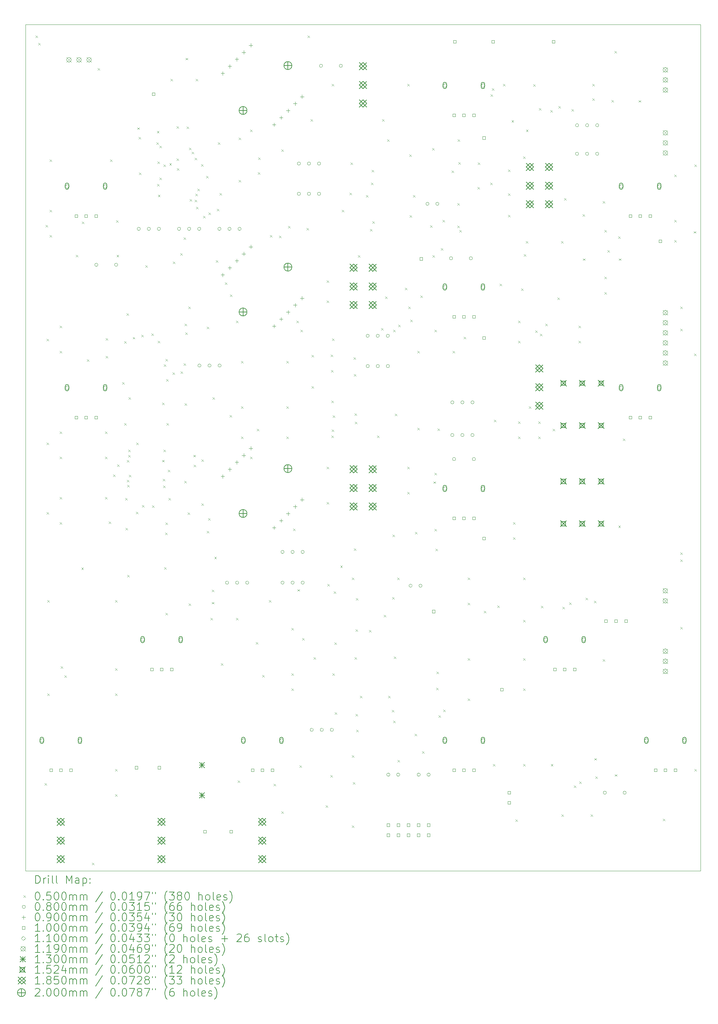
<source format=gbr>
%FSLAX45Y45*%
G04 Gerber Fmt 4.5, Leading zero omitted, Abs format (unit mm)*
G04 Created by KiCad (PCBNEW 6.0.5+dfsg-1~bpo11+1) date 2022-07-23 14:57:50*
%MOMM*%
%LPD*%
G01*
G04 APERTURE LIST*
%TA.AperFunction,Profile*%
%ADD10C,0.100000*%
%TD*%
%ADD11C,0.200000*%
%ADD12C,0.050000*%
%ADD13C,0.080000*%
%ADD14C,0.090000*%
%ADD15C,0.100000*%
%ADD16C,0.110000*%
%ADD17C,0.119000*%
%ADD18C,0.130000*%
%ADD19C,0.152400*%
%ADD20C,0.185000*%
G04 APERTURE END LIST*
D10*
X12242800Y-24663400D02*
X12242800Y-3327400D01*
X29260800Y-3327400D02*
X29260800Y-24663400D01*
X12242800Y-3327400D02*
X29260800Y-3327400D01*
X29260800Y-24663400D02*
X12242800Y-24663400D01*
D11*
D12*
X12497200Y-3607200D02*
X12547200Y-3657200D01*
X12547200Y-3607200D02*
X12497200Y-3657200D01*
X12560700Y-3797700D02*
X12610700Y-3847700D01*
X12610700Y-3797700D02*
X12560700Y-3847700D01*
X12725800Y-22454000D02*
X12775800Y-22504000D01*
X12775800Y-22454000D02*
X12725800Y-22504000D01*
X12751200Y-8382400D02*
X12801200Y-8432400D01*
X12801200Y-8382400D02*
X12751200Y-8432400D01*
X12776600Y-11252600D02*
X12826600Y-11302600D01*
X12826600Y-11252600D02*
X12776600Y-11302600D01*
X12776600Y-13868800D02*
X12826600Y-13918800D01*
X12826600Y-13868800D02*
X12776600Y-13918800D01*
X12776600Y-15621400D02*
X12826600Y-15671400D01*
X12826600Y-15621400D02*
X12776600Y-15671400D01*
X12789300Y-17843900D02*
X12839300Y-17893900D01*
X12839300Y-17843900D02*
X12789300Y-17893900D01*
X12789300Y-20193400D02*
X12839300Y-20243400D01*
X12839300Y-20193400D02*
X12789300Y-20243400D01*
X12852800Y-6731400D02*
X12902800Y-6781400D01*
X12902800Y-6731400D02*
X12852800Y-6781400D01*
X12852800Y-8001400D02*
X12902800Y-8051400D01*
X12902800Y-8001400D02*
X12852800Y-8051400D01*
X12852800Y-8636400D02*
X12902800Y-8686400D01*
X12902800Y-8636400D02*
X12852800Y-8686400D01*
X13106800Y-10922400D02*
X13156800Y-10972400D01*
X13156800Y-10922400D02*
X13106800Y-10972400D01*
X13106800Y-11557400D02*
X13156800Y-11607400D01*
X13156800Y-11557400D02*
X13106800Y-11607400D01*
X13106800Y-13589400D02*
X13156800Y-13639400D01*
X13156800Y-13589400D02*
X13106800Y-13639400D01*
X13106800Y-14224400D02*
X13156800Y-14274400D01*
X13156800Y-14224400D02*
X13106800Y-14274400D01*
X13106800Y-15240400D02*
X13156800Y-15290400D01*
X13156800Y-15240400D02*
X13106800Y-15290400D01*
X13106800Y-15875400D02*
X13156800Y-15925400D01*
X13156800Y-15875400D02*
X13106800Y-15925400D01*
X13132200Y-19507600D02*
X13182200Y-19557600D01*
X13182200Y-19507600D02*
X13132200Y-19557600D01*
X13221100Y-19736200D02*
X13271100Y-19786200D01*
X13271100Y-19736200D02*
X13221100Y-19786200D01*
X13506990Y-9139320D02*
X13556990Y-9189320D01*
X13556990Y-9139320D02*
X13506990Y-9189320D01*
X13650360Y-17018400D02*
X13700360Y-17068400D01*
X13700360Y-17018400D02*
X13650360Y-17068400D01*
X13663060Y-8298580D02*
X13713060Y-8348580D01*
X13713060Y-8298580D02*
X13663060Y-8348580D01*
X13792600Y-11773300D02*
X13842600Y-11823300D01*
X13842600Y-11773300D02*
X13792600Y-11823300D01*
X13919600Y-24460600D02*
X13969600Y-24510600D01*
X13969600Y-24460600D02*
X13919600Y-24510600D01*
X14059300Y-4432700D02*
X14109300Y-4482700D01*
X14109300Y-4432700D02*
X14059300Y-4482700D01*
X14249800Y-13589400D02*
X14299800Y-13639400D01*
X14299800Y-13589400D02*
X14249800Y-13639400D01*
X14249800Y-14224400D02*
X14299800Y-14274400D01*
X14299800Y-14224400D02*
X14249800Y-14274400D01*
X14249800Y-15240400D02*
X14299800Y-15290400D01*
X14299800Y-15240400D02*
X14249800Y-15290400D01*
X14262500Y-11239900D02*
X14312500Y-11289900D01*
X14312500Y-11239900D02*
X14262500Y-11289900D01*
X14262500Y-11684400D02*
X14312500Y-11734400D01*
X14312500Y-11684400D02*
X14262500Y-11734400D01*
X14338700Y-15862700D02*
X14388700Y-15912700D01*
X14388700Y-15862700D02*
X14338700Y-15912700D01*
X14376800Y-6731400D02*
X14426800Y-6781400D01*
X14426800Y-6731400D02*
X14376800Y-6781400D01*
X14447920Y-14671440D02*
X14497920Y-14721440D01*
X14497920Y-14671440D02*
X14447920Y-14721440D01*
X14503800Y-17843900D02*
X14553800Y-17893900D01*
X14553800Y-17843900D02*
X14503800Y-17893900D01*
X14503800Y-19558400D02*
X14553800Y-19608400D01*
X14553800Y-19558400D02*
X14503800Y-19608400D01*
X14503800Y-20193400D02*
X14553800Y-20243400D01*
X14553800Y-20193400D02*
X14503800Y-20243400D01*
X14503800Y-22098400D02*
X14553800Y-22148400D01*
X14553800Y-22098400D02*
X14503800Y-22148400D01*
X14503800Y-22733400D02*
X14553800Y-22783400D01*
X14553800Y-22733400D02*
X14503800Y-22783400D01*
X14529200Y-8268100D02*
X14579200Y-8318100D01*
X14579200Y-8268100D02*
X14529200Y-8318100D01*
X14539360Y-9136780D02*
X14589360Y-9186780D01*
X14589360Y-9136780D02*
X14539360Y-9186780D01*
X14554600Y-14419980D02*
X14604600Y-14469980D01*
X14604600Y-14419980D02*
X14554600Y-14469980D01*
X14681600Y-12344800D02*
X14731600Y-12394800D01*
X14731600Y-12344800D02*
X14681600Y-12394800D01*
X14727320Y-13381120D02*
X14777320Y-13431120D01*
X14777320Y-13381120D02*
X14727320Y-13431120D01*
X14732400Y-11316100D02*
X14782400Y-11366100D01*
X14782400Y-11316100D02*
X14732400Y-11366100D01*
X14752720Y-15268340D02*
X14802720Y-15318340D01*
X14802720Y-15268340D02*
X14752720Y-15318340D01*
X14760340Y-16020180D02*
X14810340Y-16070180D01*
X14810340Y-16020180D02*
X14760340Y-16070180D01*
X14787150Y-10611250D02*
X14837150Y-10661250D01*
X14837150Y-10611250D02*
X14787150Y-10661250D01*
X14798440Y-14313300D02*
X14848440Y-14363300D01*
X14848440Y-14313300D02*
X14798440Y-14363300D01*
X14798440Y-14808600D02*
X14848440Y-14858600D01*
X14848440Y-14808600D02*
X14798440Y-14858600D01*
X14803520Y-17206360D02*
X14853520Y-17256360D01*
X14853520Y-17206360D02*
X14803520Y-17256360D01*
X14808600Y-14935600D02*
X14858600Y-14985600D01*
X14858600Y-14935600D02*
X14808600Y-14985600D01*
X14828920Y-14183760D02*
X14878920Y-14233760D01*
X14878920Y-14183760D02*
X14828920Y-14233760D01*
X14834000Y-14046600D02*
X14884000Y-14096600D01*
X14884000Y-14046600D02*
X14834000Y-14096600D01*
X14836540Y-12728340D02*
X14886540Y-12778340D01*
X14886540Y-12728340D02*
X14836540Y-12778340D01*
X14846700Y-14681600D02*
X14896700Y-14731600D01*
X14896700Y-14681600D02*
X14846700Y-14731600D01*
X14945760Y-11206880D02*
X14995760Y-11256880D01*
X14995760Y-11206880D02*
X14945760Y-11256880D01*
X15024500Y-15611240D02*
X15074500Y-15661240D01*
X15074500Y-15611240D02*
X15024500Y-15661240D01*
X15037200Y-13868800D02*
X15087200Y-13918800D01*
X15087200Y-13868800D02*
X15037200Y-13918800D01*
X15062600Y-5923680D02*
X15112600Y-5973680D01*
X15112600Y-5923680D02*
X15062600Y-5973680D01*
X15093080Y-6167520D02*
X15143080Y-6217520D01*
X15143080Y-6167520D02*
X15093080Y-6217520D01*
X15100700Y-7061600D02*
X15150700Y-7111600D01*
X15150700Y-7061600D02*
X15100700Y-7111600D01*
X15164200Y-11151000D02*
X15214200Y-11201000D01*
X15214200Y-11151000D02*
X15164200Y-11201000D01*
X15176900Y-15446140D02*
X15226900Y-15496140D01*
X15226900Y-15446140D02*
X15176900Y-15496140D01*
X15265800Y-9398400D02*
X15315800Y-9448400D01*
X15315800Y-9398400D02*
X15265800Y-9448400D01*
X15418200Y-11120520D02*
X15468200Y-11170520D01*
X15468200Y-11120520D02*
X15418200Y-11170520D01*
X15435980Y-15456300D02*
X15485980Y-15506300D01*
X15485980Y-15456300D02*
X15435980Y-15506300D01*
X15543353Y-6297413D02*
X15593353Y-6347413D01*
X15593353Y-6297413D02*
X15543353Y-6347413D01*
X15555360Y-6015120D02*
X15605360Y-6065120D01*
X15605360Y-6015120D02*
X15555360Y-6065120D01*
X15557900Y-7353700D02*
X15607900Y-7403700D01*
X15607900Y-7353700D02*
X15557900Y-7403700D01*
X15570600Y-6782200D02*
X15620600Y-6832200D01*
X15620600Y-6782200D02*
X15570600Y-6832200D01*
X15575680Y-11303400D02*
X15625680Y-11353400D01*
X15625680Y-11303400D02*
X15575680Y-11353400D01*
X15580760Y-7620400D02*
X15630760Y-7670400D01*
X15630760Y-7620400D02*
X15580760Y-7670400D01*
X15621400Y-6388500D02*
X15671400Y-6438500D01*
X15671400Y-6388500D02*
X15621400Y-6438500D01*
X15621400Y-7188600D02*
X15671400Y-7238600D01*
X15671400Y-7188600D02*
X15621400Y-7238600D01*
X15684900Y-14305680D02*
X15734900Y-14355680D01*
X15734900Y-14305680D02*
X15684900Y-14355680D01*
X15687440Y-12865500D02*
X15737440Y-12915500D01*
X15737440Y-12865500D02*
X15687440Y-12915500D01*
X15702104Y-14786870D02*
X15752104Y-14836870D01*
X15752104Y-14786870D02*
X15702104Y-14836870D01*
X15710094Y-14956770D02*
X15760094Y-15006770D01*
X15760094Y-14956770D02*
X15710094Y-15006770D01*
X15723000Y-6858400D02*
X15773000Y-6908400D01*
X15773000Y-6858400D02*
X15723000Y-6908400D01*
X15723000Y-14046600D02*
X15773000Y-14096600D01*
X15773000Y-14046600D02*
X15723000Y-14096600D01*
X15725351Y-11900300D02*
X15775351Y-11950300D01*
X15775351Y-11900300D02*
X15725351Y-11950300D01*
X15738240Y-17013320D02*
X15788240Y-17063320D01*
X15788240Y-17013320D02*
X15738240Y-17063320D01*
X15766180Y-16142100D02*
X15816180Y-16192100D01*
X15816180Y-16142100D02*
X15766180Y-16192100D01*
X15771450Y-15888100D02*
X15821450Y-15938100D01*
X15821450Y-15888100D02*
X15771450Y-15938100D01*
X15773800Y-11760600D02*
X15823800Y-11810600D01*
X15823800Y-11760600D02*
X15773800Y-11810600D01*
X15773800Y-18161400D02*
X15823800Y-18211400D01*
X15823800Y-18161400D02*
X15773800Y-18211400D01*
X15786500Y-12268600D02*
X15836500Y-12318600D01*
X15836500Y-12268600D02*
X15786500Y-12318600D01*
X15799200Y-13376040D02*
X15849200Y-13426040D01*
X15849200Y-13376040D02*
X15799200Y-13426040D01*
X15832220Y-14557140D02*
X15882220Y-14607140D01*
X15882220Y-14557140D02*
X15832220Y-14607140D01*
X15844920Y-15263260D02*
X15894920Y-15313260D01*
X15894920Y-15263260D02*
X15844920Y-15313260D01*
X15868990Y-6825380D02*
X15918990Y-6875380D01*
X15918990Y-6825380D02*
X15868990Y-6875380D01*
X15900800Y-4699400D02*
X15950800Y-4749400D01*
X15950800Y-4699400D02*
X15900800Y-4749400D01*
X15951600Y-12103500D02*
X16001600Y-12153500D01*
X16001600Y-12103500D02*
X15951600Y-12153500D01*
X15955031Y-9306069D02*
X16005031Y-9356069D01*
X16005031Y-9306069D02*
X15955031Y-9356069D01*
X16053200Y-5893200D02*
X16103200Y-5943200D01*
X16103200Y-5893200D02*
X16053200Y-5943200D01*
X16053200Y-6706000D02*
X16103200Y-6756000D01*
X16103200Y-6706000D02*
X16053200Y-6756000D01*
X16061950Y-6956000D02*
X16111950Y-7006000D01*
X16111950Y-6956000D02*
X16061950Y-7006000D01*
X16142100Y-9093600D02*
X16192100Y-9143600D01*
X16192100Y-9093600D02*
X16142100Y-9143600D01*
X16149720Y-12078100D02*
X16199720Y-12128100D01*
X16199720Y-12078100D02*
X16149720Y-12128100D01*
X16225920Y-11872360D02*
X16275920Y-11922360D01*
X16275920Y-11872360D02*
X16225920Y-11922360D01*
X16231000Y-8699900D02*
X16281000Y-8749900D01*
X16281000Y-8699900D02*
X16231000Y-8749900D01*
X16248780Y-14831460D02*
X16298780Y-14881460D01*
X16298780Y-14831460D02*
X16248780Y-14881460D01*
X16256400Y-10871600D02*
X16306400Y-10921600D01*
X16306400Y-10871600D02*
X16256400Y-10921600D01*
X16256400Y-12878200D02*
X16306400Y-12928200D01*
X16306400Y-12878200D02*
X16256400Y-12928200D01*
X16271640Y-11092580D02*
X16321640Y-11142580D01*
X16321640Y-11092580D02*
X16271640Y-11142580D01*
X16276720Y-4171080D02*
X16326720Y-4221080D01*
X16326720Y-4171080D02*
X16276720Y-4221080D01*
X16303250Y-5905900D02*
X16353250Y-5955900D01*
X16353250Y-5905900D02*
X16303250Y-5955900D01*
X16330060Y-15634100D02*
X16380060Y-15684100D01*
X16380060Y-15634100D02*
X16330060Y-15684100D01*
X16345300Y-10439800D02*
X16395300Y-10489800D01*
X16395300Y-10439800D02*
X16345300Y-10489800D01*
X16358000Y-17922640D02*
X16408000Y-17972640D01*
X16408000Y-17922640D02*
X16358000Y-17972640D01*
X16361250Y-6438941D02*
X16411250Y-6488941D01*
X16411250Y-6438941D02*
X16361250Y-6488941D01*
X16379450Y-7734700D02*
X16429450Y-7784700D01*
X16429450Y-7734700D02*
X16379450Y-7784700D01*
X16434200Y-6540900D02*
X16484200Y-6590900D01*
X16484200Y-6540900D02*
X16434200Y-6590900D01*
X16474840Y-14178680D02*
X16524840Y-14228680D01*
X16524840Y-14178680D02*
X16474840Y-14228680D01*
X16485000Y-14427600D02*
X16535000Y-14477600D01*
X16535000Y-14427600D02*
X16485000Y-14477600D01*
X16505783Y-6688683D02*
X16555783Y-6738683D01*
X16555783Y-6688683D02*
X16505783Y-6738683D01*
X16510400Y-7747400D02*
X16560400Y-7797400D01*
X16560400Y-7747400D02*
X16510400Y-7797400D01*
X16523100Y-7595000D02*
X16573100Y-7645000D01*
X16573100Y-7595000D02*
X16523100Y-7645000D01*
X16535800Y-4699400D02*
X16585800Y-4749400D01*
X16585800Y-4699400D02*
X16535800Y-4749400D01*
X16538340Y-7925200D02*
X16588340Y-7975200D01*
X16588340Y-7925200D02*
X16538340Y-7975200D01*
X16573900Y-7468000D02*
X16623900Y-7518000D01*
X16623900Y-7468000D02*
X16573900Y-7518000D01*
X16671500Y-6854400D02*
X16721500Y-6904400D01*
X16721500Y-6854400D02*
X16671500Y-6904400D01*
X16678040Y-14295520D02*
X16728040Y-14345520D01*
X16728040Y-14295520D02*
X16678040Y-14345520D01*
X16678040Y-15402960D02*
X16728040Y-15452960D01*
X16728040Y-15402960D02*
X16678040Y-15452960D01*
X16718680Y-8156340D02*
X16768680Y-8206340D01*
X16768680Y-8156340D02*
X16718680Y-8206340D01*
X16791974Y-7147323D02*
X16841974Y-7197323D01*
X16841974Y-7147323D02*
X16791974Y-7197323D01*
X16812660Y-16093840D02*
X16862660Y-16143840D01*
X16862660Y-16093840D02*
X16812660Y-16143840D01*
X16815200Y-10947800D02*
X16865200Y-10997800D01*
X16865200Y-10947800D02*
X16815200Y-10997800D01*
X16845680Y-15771260D02*
X16895680Y-15821260D01*
X16895680Y-15771260D02*
X16845680Y-15821260D01*
X16855840Y-8067440D02*
X16905840Y-8117440D01*
X16905840Y-8067440D02*
X16855840Y-8117440D01*
X16904100Y-18288400D02*
X16954100Y-18338400D01*
X16954100Y-18288400D02*
X16904100Y-18338400D01*
X16937120Y-17887080D02*
X16987120Y-17937080D01*
X16987120Y-17887080D02*
X16937120Y-17937080D01*
X16942200Y-17574660D02*
X16992200Y-17624660D01*
X16992200Y-17574660D02*
X16942200Y-17624660D01*
X16956034Y-12730503D02*
X17006034Y-12780503D01*
X17006034Y-12730503D02*
X16956034Y-12780503D01*
X17003160Y-16751700D02*
X17053160Y-16801700D01*
X17053160Y-16751700D02*
X17003160Y-16801700D01*
X17043800Y-9271400D02*
X17093800Y-9321400D01*
X17093800Y-9271400D02*
X17043800Y-9321400D01*
X17069200Y-7976000D02*
X17119200Y-8026000D01*
X17119200Y-7976000D02*
X17069200Y-8026000D01*
X17094600Y-6299600D02*
X17144600Y-6349600D01*
X17144600Y-6299600D02*
X17094600Y-6349600D01*
X17132700Y-7582300D02*
X17182700Y-7632300D01*
X17182700Y-7582300D02*
X17132700Y-7632300D01*
X17170800Y-19431400D02*
X17220800Y-19481400D01*
X17220800Y-19431400D02*
X17170800Y-19481400D01*
X17272400Y-9830200D02*
X17322400Y-9880200D01*
X17322400Y-9830200D02*
X17272400Y-9880200D01*
X17386700Y-13177920D02*
X17436700Y-13227920D01*
X17436700Y-13177920D02*
X17386700Y-13227920D01*
X17399400Y-10135000D02*
X17449400Y-10185000D01*
X17449400Y-10135000D02*
X17399400Y-10185000D01*
X17546720Y-18285860D02*
X17596720Y-18335860D01*
X17596720Y-18285860D02*
X17546720Y-18335860D01*
X17551800Y-10795400D02*
X17601800Y-10845400D01*
X17601800Y-10795400D02*
X17551800Y-10845400D01*
X17589900Y-22390301D02*
X17639900Y-22440301D01*
X17639900Y-22390301D02*
X17589900Y-22440301D01*
X17615300Y-6185300D02*
X17665300Y-6235300D01*
X17665300Y-6185300D02*
X17615300Y-6235300D01*
X17615300Y-7252100D02*
X17665300Y-7302100D01*
X17665300Y-7252100D02*
X17615300Y-7302100D01*
X17678800Y-11811400D02*
X17728800Y-11861400D01*
X17728800Y-11811400D02*
X17678800Y-11861400D01*
X17678800Y-12954400D02*
X17728800Y-13004400D01*
X17728800Y-12954400D02*
X17678800Y-13004400D01*
X17678800Y-13716400D02*
X17728800Y-13766400D01*
X17728800Y-13716400D02*
X17678800Y-13766400D01*
X17907400Y-5982100D02*
X17957400Y-6032100D01*
X17957400Y-5982100D02*
X17907400Y-6032100D01*
X17907400Y-14224400D02*
X17957400Y-14274400D01*
X17957400Y-14224400D02*
X17907400Y-14274400D01*
X18047100Y-18898000D02*
X18097100Y-18948000D01*
X18097100Y-18898000D02*
X18047100Y-18948000D01*
X18072500Y-13525900D02*
X18122500Y-13575900D01*
X18122500Y-13525900D02*
X18072500Y-13575900D01*
X18100440Y-7051440D02*
X18150440Y-7101440D01*
X18150440Y-7051440D02*
X18100440Y-7101440D01*
X18110600Y-6678060D02*
X18160600Y-6728060D01*
X18160600Y-6678060D02*
X18110600Y-6728060D01*
X18206999Y-19727450D02*
X18256999Y-19777450D01*
X18256999Y-19727450D02*
X18206999Y-19777450D01*
X18376899Y-17841267D02*
X18426899Y-17891267D01*
X18426899Y-17841267D02*
X18376899Y-17891267D01*
X18406340Y-8640040D02*
X18456340Y-8690040D01*
X18456340Y-8640040D02*
X18406340Y-8690040D01*
X18498250Y-22471449D02*
X18548250Y-22521449D01*
X18548250Y-22471449D02*
X18498250Y-22521449D01*
X18635702Y-8654602D02*
X18685702Y-8704602D01*
X18685702Y-8654602D02*
X18635702Y-8704602D01*
X18694800Y-6477400D02*
X18744800Y-6527400D01*
X18744800Y-6477400D02*
X18694800Y-6527400D01*
X18694800Y-23165200D02*
X18744800Y-23215200D01*
X18744800Y-23165200D02*
X18694800Y-23215200D01*
X18821800Y-11811400D02*
X18871800Y-11861400D01*
X18871800Y-11811400D02*
X18821800Y-11861400D01*
X18821800Y-12954400D02*
X18871800Y-13004400D01*
X18871800Y-12954400D02*
X18821800Y-13004400D01*
X18821800Y-13716400D02*
X18871800Y-13766400D01*
X18871800Y-13716400D02*
X18821800Y-13766400D01*
X18859900Y-8407800D02*
X18909900Y-8457800D01*
X18909900Y-8407800D02*
X18859900Y-8457800D01*
X18948800Y-18542400D02*
X18998800Y-18592400D01*
X18998800Y-18542400D02*
X18948800Y-18592400D01*
X18948800Y-19685400D02*
X18998800Y-19735400D01*
X18998800Y-19685400D02*
X18948800Y-19735400D01*
X18948800Y-20066400D02*
X18998800Y-20116400D01*
X18998800Y-20066400D02*
X18948800Y-20116400D01*
X18986900Y-16035420D02*
X19036900Y-16085420D01*
X19036900Y-16035420D02*
X18986900Y-16085420D01*
X19075800Y-10795400D02*
X19125800Y-10845400D01*
X19125800Y-10795400D02*
X19075800Y-10845400D01*
X19094835Y-17565901D02*
X19144835Y-17615901D01*
X19144835Y-17565901D02*
X19094835Y-17615901D01*
X19151288Y-22003450D02*
X19201288Y-22053450D01*
X19201288Y-22003450D02*
X19151288Y-22053450D01*
X19177400Y-11024000D02*
X19227400Y-11074000D01*
X19227400Y-11024000D02*
X19177400Y-11074000D01*
X19215500Y-18796400D02*
X19265500Y-18846400D01*
X19265500Y-18796400D02*
X19215500Y-18846400D01*
X19329800Y-8458600D02*
X19379800Y-8508600D01*
X19379800Y-8458600D02*
X19329800Y-8508600D01*
X19356049Y-3608049D02*
X19406049Y-3658049D01*
X19406049Y-3608049D02*
X19356049Y-3658049D01*
X19431400Y-5715400D02*
X19481400Y-5765400D01*
X19481400Y-5715400D02*
X19431400Y-5765400D01*
X19456800Y-11659000D02*
X19506800Y-11709000D01*
X19506800Y-11659000D02*
X19456800Y-11709000D01*
X19456800Y-12446400D02*
X19506800Y-12496400D01*
X19506800Y-12446400D02*
X19456800Y-12496400D01*
X19507600Y-19279000D02*
X19557600Y-19329000D01*
X19557600Y-19279000D02*
X19507600Y-19329000D01*
X19812400Y-23012800D02*
X19862400Y-23062800D01*
X19862400Y-23012800D02*
X19812400Y-23062800D01*
X19837800Y-9779400D02*
X19887800Y-9829400D01*
X19887800Y-9779400D02*
X19837800Y-9829400D01*
X19837800Y-10287400D02*
X19887800Y-10337400D01*
X19887800Y-10287400D02*
X19837800Y-10337400D01*
X19837800Y-14478400D02*
X19887800Y-14528400D01*
X19887800Y-14478400D02*
X19837800Y-14528400D01*
X19837800Y-15367400D02*
X19887800Y-15417400D01*
X19887800Y-15367400D02*
X19837800Y-15417400D01*
X19855580Y-17432420D02*
X19905580Y-17482420D01*
X19905580Y-17432420D02*
X19855580Y-17482420D01*
X19926700Y-22250800D02*
X19976700Y-22300800D01*
X19976700Y-22250800D02*
X19926700Y-22300800D01*
X19939400Y-11651380D02*
X19989400Y-11701380D01*
X19989400Y-11651380D02*
X19939400Y-11701380D01*
X19947020Y-12042540D02*
X19997020Y-12092540D01*
X19997020Y-12042540D02*
X19947020Y-12092540D01*
X19952100Y-12814700D02*
X20002100Y-12864700D01*
X20002100Y-12814700D02*
X19952100Y-12864700D01*
X19952100Y-13691000D02*
X20002100Y-13741000D01*
X20002100Y-13691000D02*
X19952100Y-13741000D01*
X19964800Y-4826400D02*
X20014800Y-4876400D01*
X20014800Y-4826400D02*
X19964800Y-4876400D01*
X19964800Y-13538600D02*
X20014800Y-13588600D01*
X20014800Y-13538600D02*
X19964800Y-13588600D01*
X19972420Y-11244980D02*
X20022420Y-11294980D01*
X20022420Y-11244980D02*
X19972420Y-11294980D01*
X19980931Y-19689350D02*
X20030931Y-19739350D01*
X20030931Y-19689350D02*
X19980931Y-19739350D01*
X19985120Y-13180460D02*
X20035120Y-13230460D01*
X20035120Y-13180460D02*
X19985120Y-13230460D01*
X20015600Y-17617840D02*
X20065600Y-17667840D01*
X20065600Y-17617840D02*
X20015600Y-17667840D01*
X20028300Y-18910700D02*
X20078300Y-18960700D01*
X20078300Y-18910700D02*
X20028300Y-18960700D01*
X20035920Y-20670920D02*
X20085920Y-20720920D01*
X20085920Y-20670920D02*
X20035920Y-20720920D01*
X20178160Y-16965060D02*
X20228160Y-17015060D01*
X20228160Y-16965060D02*
X20178160Y-17015060D01*
X20218800Y-8001400D02*
X20268800Y-8051400D01*
X20268800Y-8001400D02*
X20218800Y-8051400D01*
X20409300Y-7569600D02*
X20459300Y-7619600D01*
X20459300Y-7569600D02*
X20409300Y-7619600D01*
X20434700Y-6805060D02*
X20484700Y-6855060D01*
X20484700Y-6805060D02*
X20434700Y-6855060D01*
X20472800Y-17272400D02*
X20522800Y-17322400D01*
X20522800Y-17272400D02*
X20472800Y-17322400D01*
X20472800Y-21755500D02*
X20522800Y-21805500D01*
X20522800Y-21755500D02*
X20472800Y-21805500D01*
X20472800Y-23520800D02*
X20522800Y-23570800D01*
X20522800Y-23520800D02*
X20472800Y-23570800D01*
X20498200Y-22428600D02*
X20548200Y-22478600D01*
X20548200Y-22428600D02*
X20498200Y-22478600D01*
X20515980Y-11719960D02*
X20565980Y-11769960D01*
X20565980Y-11719960D02*
X20515980Y-11769960D01*
X20523600Y-12141600D02*
X20573600Y-12191600D01*
X20573600Y-12141600D02*
X20523600Y-12191600D01*
X20523600Y-16535800D02*
X20573600Y-16585800D01*
X20573600Y-16535800D02*
X20523600Y-16585800D01*
X20536300Y-13132200D02*
X20586300Y-13182200D01*
X20586300Y-13132200D02*
X20536300Y-13182200D01*
X20536300Y-19279000D02*
X20586300Y-19329000D01*
X20586300Y-19279000D02*
X20536300Y-19329000D01*
X20549000Y-13348100D02*
X20599000Y-13398100D01*
X20599000Y-13348100D02*
X20549000Y-13398100D01*
X20561700Y-20714100D02*
X20611700Y-20764100D01*
X20611700Y-20714100D02*
X20561700Y-20764100D01*
X20564240Y-18580500D02*
X20614240Y-18630500D01*
X20614240Y-18580500D02*
X20564240Y-18630500D01*
X20571746Y-17789150D02*
X20621746Y-17839150D01*
X20621746Y-17789150D02*
X20571746Y-17839150D01*
X20576940Y-21107800D02*
X20626940Y-21157800D01*
X20626940Y-21107800D02*
X20576940Y-21157800D01*
X20625200Y-9144400D02*
X20675200Y-9194400D01*
X20675200Y-9144400D02*
X20625200Y-9194400D01*
X20676000Y-20256900D02*
X20726000Y-20306900D01*
X20726000Y-20256900D02*
X20676000Y-20306900D01*
X20828400Y-7633100D02*
X20878400Y-7683100D01*
X20878400Y-7633100D02*
X20828400Y-7683100D01*
X20904600Y-18593200D02*
X20954600Y-18643200D01*
X20954600Y-18593200D02*
X20904600Y-18643200D01*
X20930000Y-8484000D02*
X20980000Y-8534000D01*
X20980000Y-8484000D02*
X20930000Y-8534000D01*
X20950320Y-7315600D02*
X21000320Y-7365600D01*
X21000320Y-7315600D02*
X20950320Y-7365600D01*
X20968100Y-6998100D02*
X21018100Y-7048100D01*
X21018100Y-6998100D02*
X20968100Y-7048100D01*
X20983340Y-8290960D02*
X21033340Y-8340960D01*
X21033340Y-8290960D02*
X20983340Y-8340960D01*
X21107800Y-13691000D02*
X21157800Y-13741000D01*
X21157800Y-13691000D02*
X21107800Y-13741000D01*
X21209400Y-10985900D02*
X21259400Y-11035900D01*
X21259400Y-10985900D02*
X21209400Y-11035900D01*
X21234800Y-5715400D02*
X21284800Y-5765400D01*
X21284800Y-5715400D02*
X21234800Y-5765400D01*
X21272900Y-18212200D02*
X21322900Y-18262200D01*
X21322900Y-18212200D02*
X21272900Y-18262200D01*
X21311000Y-10185800D02*
X21361000Y-10235800D01*
X21361000Y-10185800D02*
X21311000Y-10235800D01*
X21361800Y-6223400D02*
X21411800Y-6273400D01*
X21411800Y-6223400D02*
X21361800Y-6273400D01*
X21387200Y-20256900D02*
X21437200Y-20306900D01*
X21437200Y-20256900D02*
X21387200Y-20306900D01*
X21476100Y-20612500D02*
X21526100Y-20662500D01*
X21526100Y-20612500D02*
X21476100Y-20662500D01*
X21488800Y-17767700D02*
X21538800Y-17817700D01*
X21538800Y-17767700D02*
X21488800Y-17817700D01*
X21496420Y-16190360D02*
X21546420Y-16240360D01*
X21546420Y-16190360D02*
X21496420Y-16240360D01*
X21511660Y-11026540D02*
X21561660Y-11076540D01*
X21561660Y-11026540D02*
X21511660Y-11076540D01*
X21514200Y-20879200D02*
X21564200Y-20929200D01*
X21564200Y-20879200D02*
X21514200Y-20929200D01*
X21526900Y-19266300D02*
X21576900Y-19316300D01*
X21576900Y-19266300D02*
X21526900Y-19316300D01*
X21552300Y-13144900D02*
X21602300Y-13194900D01*
X21602300Y-13144900D02*
X21552300Y-13194900D01*
X21615800Y-17272400D02*
X21665800Y-17322400D01*
X21665800Y-17272400D02*
X21615800Y-17322400D01*
X21618340Y-21872340D02*
X21668340Y-21922340D01*
X21668340Y-21872340D02*
X21618340Y-21922340D01*
X21641200Y-10897000D02*
X21691200Y-10947000D01*
X21691200Y-10897000D02*
X21641200Y-10947000D01*
X21806300Y-9969900D02*
X21856300Y-10019900D01*
X21856300Y-9969900D02*
X21806300Y-10019900D01*
X21869800Y-4826400D02*
X21919800Y-4876400D01*
X21919800Y-4826400D02*
X21869800Y-4876400D01*
X21869800Y-14478400D02*
X21919800Y-14528400D01*
X21919800Y-14478400D02*
X21869800Y-14528400D01*
X21869800Y-15113400D02*
X21919800Y-15163400D01*
X21919800Y-15113400D02*
X21869800Y-15163400D01*
X21895200Y-10439800D02*
X21945200Y-10489800D01*
X21945200Y-10439800D02*
X21895200Y-10489800D01*
X21920600Y-6601860D02*
X21970600Y-6651860D01*
X21970600Y-6601860D02*
X21920600Y-6651860D01*
X21928220Y-8141100D02*
X21978220Y-8191100D01*
X21978220Y-8141100D02*
X21928220Y-8191100D01*
X21946000Y-10770000D02*
X21996000Y-10820000D01*
X21996000Y-10770000D02*
X21946000Y-10820000D01*
X22009500Y-7633100D02*
X22059500Y-7683100D01*
X22059500Y-7633100D02*
X22009500Y-7683100D01*
X22055220Y-21206860D02*
X22105220Y-21256860D01*
X22105220Y-21206860D02*
X22055220Y-21256860D01*
X22062840Y-16120370D02*
X22112840Y-16170370D01*
X22112840Y-16120370D02*
X22062840Y-16170370D01*
X22123800Y-11557400D02*
X22173800Y-11607400D01*
X22173800Y-11557400D02*
X22123800Y-11607400D01*
X22123800Y-13500500D02*
X22173800Y-13550500D01*
X22173800Y-13500500D02*
X22123800Y-13550500D01*
X22200000Y-10160400D02*
X22250000Y-10210400D01*
X22250000Y-10160400D02*
X22200000Y-10210400D01*
X22238100Y-21653900D02*
X22288100Y-21703900D01*
X22288100Y-21653900D02*
X22238100Y-21703900D01*
X22443840Y-8392560D02*
X22493840Y-8442560D01*
X22493840Y-8392560D02*
X22443840Y-8442560D01*
X22494640Y-6446920D02*
X22544640Y-6496920D01*
X22544640Y-6446920D02*
X22494640Y-6496920D01*
X22504800Y-9144400D02*
X22554800Y-9194400D01*
X22554800Y-9144400D02*
X22504800Y-9194400D01*
X22526241Y-14848016D02*
X22576241Y-14898016D01*
X22576241Y-14848016D02*
X22526241Y-14898016D01*
X22550520Y-16045580D02*
X22600520Y-16095580D01*
X22600520Y-16045580D02*
X22550520Y-16095580D01*
X22553060Y-11026540D02*
X22603060Y-11076540D01*
X22603060Y-11026540D02*
X22553060Y-11076540D01*
X22553060Y-14630800D02*
X22603060Y-14680800D01*
X22603060Y-14630800D02*
X22553060Y-14680800D01*
X22578460Y-16545960D02*
X22628460Y-16595960D01*
X22628460Y-16545960D02*
X22578460Y-16595960D01*
X22593700Y-20053700D02*
X22643700Y-20103700D01*
X22643700Y-20053700D02*
X22593700Y-20103700D01*
X22606400Y-19647300D02*
X22656400Y-19697300D01*
X22656400Y-19647300D02*
X22606400Y-19697300D01*
X22631800Y-13513200D02*
X22681800Y-13563200D01*
X22681800Y-13513200D02*
X22631800Y-13563200D01*
X22657200Y-20747120D02*
X22707200Y-20797120D01*
X22707200Y-20747120D02*
X22657200Y-20797120D01*
X22712000Y-8964060D02*
X22762000Y-9014060D01*
X22762000Y-8964060D02*
X22712000Y-9014060D01*
X22758800Y-8255400D02*
X22808800Y-8305400D01*
X22808800Y-8255400D02*
X22758800Y-8305400D01*
X22774040Y-20602340D02*
X22824040Y-20652340D01*
X22824040Y-20602340D02*
X22774040Y-20652340D01*
X22987400Y-7010800D02*
X23037400Y-7060800D01*
X23037400Y-7010800D02*
X22987400Y-7060800D01*
X23012800Y-11557400D02*
X23062800Y-11607400D01*
X23062800Y-11557400D02*
X23012800Y-11607400D01*
X23126614Y-8401731D02*
X23176614Y-8451731D01*
X23176614Y-8401731D02*
X23126614Y-8451731D01*
X23127729Y-7834229D02*
X23177729Y-7884229D01*
X23177729Y-7834229D02*
X23127729Y-7884229D01*
X23139800Y-6223400D02*
X23189800Y-6273400D01*
X23189800Y-6223400D02*
X23139800Y-6273400D01*
X23155040Y-6802520D02*
X23205040Y-6852520D01*
X23205040Y-6802520D02*
X23155040Y-6852520D01*
X23179486Y-8509400D02*
X23229486Y-8559400D01*
X23229486Y-8509400D02*
X23179486Y-8559400D01*
X23292200Y-11201800D02*
X23342200Y-11251800D01*
X23342200Y-11201800D02*
X23292200Y-11251800D01*
X23393800Y-17272400D02*
X23443800Y-17322400D01*
X23443800Y-17272400D02*
X23393800Y-17322400D01*
X23393800Y-17907400D02*
X23443800Y-17957400D01*
X23443800Y-17907400D02*
X23393800Y-17957400D01*
X23393800Y-19304400D02*
X23443800Y-19354400D01*
X23443800Y-19304400D02*
X23393800Y-19354400D01*
X23393800Y-20320400D02*
X23443800Y-20370400D01*
X23443800Y-20320400D02*
X23393800Y-20370400D01*
X23635100Y-7429900D02*
X23685100Y-7479900D01*
X23685100Y-7429900D02*
X23635100Y-7479900D01*
X23647800Y-6807600D02*
X23697800Y-6857600D01*
X23697800Y-6807600D02*
X23647800Y-6857600D01*
X23800200Y-18110600D02*
X23850200Y-18160600D01*
X23850200Y-18110600D02*
X23800200Y-18160600D01*
X23959000Y-7318140D02*
X24009000Y-7368140D01*
X24009000Y-7318140D02*
X23959000Y-7368140D01*
X23965300Y-5093100D02*
X24015300Y-5143100D01*
X24015300Y-5093100D02*
X23965300Y-5143100D01*
X24003400Y-4940700D02*
X24053400Y-4990700D01*
X24053400Y-4940700D02*
X24003400Y-4990700D01*
X24028800Y-21971400D02*
X24078800Y-22021400D01*
X24078800Y-21971400D02*
X24028800Y-22021400D01*
X24054200Y-13297300D02*
X24104200Y-13347300D01*
X24104200Y-13297300D02*
X24054200Y-13347300D01*
X24138020Y-17978520D02*
X24188020Y-18028520D01*
X24188020Y-17978520D02*
X24138020Y-18028520D01*
X24193900Y-9868300D02*
X24243900Y-9918300D01*
X24243900Y-9868300D02*
X24193900Y-9918300D01*
X24282800Y-4826400D02*
X24332800Y-4876400D01*
X24332800Y-4826400D02*
X24282800Y-4876400D01*
X24409800Y-6985400D02*
X24459800Y-7035400D01*
X24459800Y-6985400D02*
X24409800Y-7035400D01*
X24409800Y-7586250D02*
X24459800Y-7636250D01*
X24459800Y-7586250D02*
X24409800Y-7636250D01*
X24409800Y-8128400D02*
X24459800Y-8178400D01*
X24459800Y-8128400D02*
X24409800Y-8178400D01*
X24496160Y-5738260D02*
X24546160Y-5788260D01*
X24546160Y-5738260D02*
X24496160Y-5788260D01*
X24536800Y-15875400D02*
X24586800Y-15925400D01*
X24586800Y-15875400D02*
X24536800Y-15925400D01*
X24536800Y-16256400D02*
X24586800Y-16306400D01*
X24586800Y-16256400D02*
X24536800Y-16306400D01*
X24590140Y-23370940D02*
X24640140Y-23420940D01*
X24640140Y-23370940D02*
X24590140Y-23420940D01*
X24663800Y-10795400D02*
X24713800Y-10845400D01*
X24713800Y-10795400D02*
X24663800Y-10845400D01*
X24663800Y-11303400D02*
X24713800Y-11353400D01*
X24713800Y-11303400D02*
X24663800Y-11353400D01*
X24663800Y-13335400D02*
X24713800Y-13385400D01*
X24713800Y-13335400D02*
X24663800Y-13385400D01*
X24663800Y-13716400D02*
X24713800Y-13766400D01*
X24713800Y-13716400D02*
X24663800Y-13766400D01*
X24740000Y-9982600D02*
X24790000Y-10032600D01*
X24790000Y-9982600D02*
X24740000Y-10032600D01*
X24790800Y-6655200D02*
X24840800Y-6705200D01*
X24840800Y-6655200D02*
X24790800Y-6705200D01*
X24790800Y-17272400D02*
X24840800Y-17322400D01*
X24840800Y-17272400D02*
X24790800Y-17322400D01*
X24790800Y-18339200D02*
X24840800Y-18389200D01*
X24840800Y-18339200D02*
X24790800Y-18389200D01*
X24790800Y-19304400D02*
X24840800Y-19354400D01*
X24840800Y-19304400D02*
X24790800Y-19354400D01*
X24790800Y-20066400D02*
X24840800Y-20116400D01*
X24840800Y-20066400D02*
X24790800Y-20116400D01*
X24790800Y-21971400D02*
X24840800Y-22021400D01*
X24840800Y-21971400D02*
X24790800Y-22021400D01*
X24803500Y-9119000D02*
X24853500Y-9169000D01*
X24853500Y-9119000D02*
X24803500Y-9169000D01*
X24859380Y-8788800D02*
X24909380Y-8838800D01*
X24909380Y-8788800D02*
X24859380Y-8838800D01*
X24860400Y-5975500D02*
X24910400Y-6025500D01*
X24910400Y-5975500D02*
X24860400Y-6025500D01*
X24930500Y-12954400D02*
X24980500Y-13004400D01*
X24980500Y-12954400D02*
X24930500Y-13004400D01*
X25044800Y-4839100D02*
X25094800Y-4889100D01*
X25094800Y-4839100D02*
X25044800Y-4889100D01*
X25095600Y-11042750D02*
X25145600Y-11092750D01*
X25145600Y-11042750D02*
X25095600Y-11092750D01*
X25171800Y-13335400D02*
X25221800Y-13385400D01*
X25221800Y-13335400D02*
X25171800Y-13385400D01*
X25171800Y-13716400D02*
X25221800Y-13766400D01*
X25221800Y-13716400D02*
X25171800Y-13766400D01*
X25184500Y-5436000D02*
X25234500Y-5486000D01*
X25234500Y-5436000D02*
X25184500Y-5486000D01*
X25212440Y-11125600D02*
X25262440Y-11175600D01*
X25262440Y-11125600D02*
X25212440Y-11175600D01*
X25235300Y-17983600D02*
X25285300Y-18033600D01*
X25285300Y-17983600D02*
X25235300Y-18033600D01*
X25349600Y-10871600D02*
X25399600Y-10921600D01*
X25399600Y-10871600D02*
X25349600Y-10921600D01*
X25476600Y-5486800D02*
X25526600Y-5536800D01*
X25526600Y-5486800D02*
X25476600Y-5536800D01*
X25486760Y-21971400D02*
X25536760Y-22021400D01*
X25536760Y-21971400D02*
X25486760Y-22021400D01*
X25536725Y-13520336D02*
X25586725Y-13570336D01*
X25586725Y-13520336D02*
X25536725Y-13570336D01*
X25654400Y-10211200D02*
X25704400Y-10261200D01*
X25704400Y-10211200D02*
X25654400Y-10261200D01*
X25679800Y-5385200D02*
X25729800Y-5435200D01*
X25729800Y-5385200D02*
X25679800Y-5435200D01*
X25745840Y-8788800D02*
X25795840Y-8838800D01*
X25795840Y-8788800D02*
X25745840Y-8838800D01*
X25756000Y-23241400D02*
X25806000Y-23291400D01*
X25806000Y-23241400D02*
X25756000Y-23291400D01*
X25781400Y-18009000D02*
X25831400Y-18059000D01*
X25831400Y-18009000D02*
X25781400Y-18059000D01*
X25819500Y-7709300D02*
X25869500Y-7759300D01*
X25869500Y-7709300D02*
X25819500Y-7759300D01*
X25949040Y-17897240D02*
X25999040Y-17947240D01*
X25999040Y-17897240D02*
X25949040Y-17947240D01*
X26010000Y-5461400D02*
X26060000Y-5511400D01*
X26060000Y-5461400D02*
X26010000Y-5511400D01*
X26063340Y-22517500D02*
X26113340Y-22567500D01*
X26113340Y-22517500D02*
X26063340Y-22567500D01*
X26187800Y-10922400D02*
X26237800Y-10972400D01*
X26237800Y-10922400D02*
X26187800Y-10972400D01*
X26187800Y-11303400D02*
X26237800Y-11353400D01*
X26237800Y-11303400D02*
X26187800Y-11353400D01*
X26205580Y-22415900D02*
X26255580Y-22465900D01*
X26255580Y-22415900D02*
X26205580Y-22465900D01*
X26289400Y-8115700D02*
X26339400Y-8165700D01*
X26339400Y-8115700D02*
X26289400Y-8165700D01*
X26291940Y-9225680D02*
X26341940Y-9275680D01*
X26341940Y-9225680D02*
X26291940Y-9275680D01*
X26365600Y-17780400D02*
X26415600Y-17830400D01*
X26415600Y-17780400D02*
X26365600Y-17830400D01*
X26492600Y-23241400D02*
X26542600Y-23291400D01*
X26542600Y-23241400D02*
X26492600Y-23291400D01*
X26530700Y-4826400D02*
X26580700Y-4876400D01*
X26580700Y-4826400D02*
X26530700Y-4876400D01*
X26530700Y-5194700D02*
X26580700Y-5244700D01*
X26580700Y-5194700D02*
X26530700Y-5244700D01*
X26571340Y-17856600D02*
X26621340Y-17906600D01*
X26621340Y-17856600D02*
X26571340Y-17906600D01*
X26586600Y-21824100D02*
X26636600Y-21874100D01*
X26636600Y-21824100D02*
X26586600Y-21874100D01*
X26611980Y-22288900D02*
X26661980Y-22338900D01*
X26661980Y-22288900D02*
X26611980Y-22338900D01*
X26794860Y-19332340D02*
X26844860Y-19382340D01*
X26844860Y-19332340D02*
X26794860Y-19382340D01*
X26797400Y-7785500D02*
X26847400Y-7835500D01*
X26847400Y-7785500D02*
X26797400Y-7835500D01*
X26835500Y-8509400D02*
X26885500Y-8559400D01*
X26885500Y-8509400D02*
X26835500Y-8559400D01*
X26835500Y-9690500D02*
X26885500Y-9740500D01*
X26885500Y-9690500D02*
X26835500Y-9740500D01*
X26840580Y-10079120D02*
X26890580Y-10129120D01*
X26890580Y-10079120D02*
X26840580Y-10129120D01*
X26911700Y-9017400D02*
X26961700Y-9067400D01*
X26961700Y-9017400D02*
X26911700Y-9067400D01*
X27013300Y-5230260D02*
X27063300Y-5280260D01*
X27063300Y-5230260D02*
X27013300Y-5280260D01*
X27089500Y-4000900D02*
X27139500Y-4050900D01*
X27139500Y-4000900D02*
X27089500Y-4050900D01*
X27102200Y-22230480D02*
X27152200Y-22280480D01*
X27152200Y-22230480D02*
X27102200Y-22280480D01*
X27186707Y-8669828D02*
X27236707Y-8719828D01*
X27236707Y-8669828D02*
X27186707Y-8719828D01*
X27188560Y-15964300D02*
X27238560Y-16014300D01*
X27238560Y-15964300D02*
X27188560Y-16014300D01*
X27199850Y-9225680D02*
X27249850Y-9275680D01*
X27249850Y-9225680D02*
X27199850Y-9275680D01*
X27306530Y-13767200D02*
X27356530Y-13817200D01*
X27356530Y-13767200D02*
X27306530Y-13817200D01*
X27701640Y-5237880D02*
X27751640Y-5287880D01*
X27751640Y-5237880D02*
X27701640Y-5287880D01*
X28308700Y-23353160D02*
X28358700Y-23403160D01*
X28358700Y-23353160D02*
X28308700Y-23403160D01*
X28600800Y-7112400D02*
X28650800Y-7162400D01*
X28650800Y-7112400D02*
X28600800Y-7162400D01*
X28600800Y-8255400D02*
X28650800Y-8305400D01*
X28650800Y-8255400D02*
X28600800Y-8305400D01*
X28600800Y-8763400D02*
X28650800Y-8813400D01*
X28650800Y-8763400D02*
X28600800Y-8813400D01*
X28753200Y-10439800D02*
X28803200Y-10489800D01*
X28803200Y-10439800D02*
X28753200Y-10489800D01*
X28753200Y-10998600D02*
X28803200Y-11048600D01*
X28803200Y-10998600D02*
X28753200Y-11048600D01*
X28753200Y-16637400D02*
X28803200Y-16687400D01*
X28803200Y-16637400D02*
X28753200Y-16687400D01*
X28753200Y-16815200D02*
X28803200Y-16865200D01*
X28803200Y-16815200D02*
X28753200Y-16865200D01*
X28753200Y-18517000D02*
X28803200Y-18567000D01*
X28803200Y-18517000D02*
X28753200Y-18567000D01*
X29085940Y-8539880D02*
X29135940Y-8589880D01*
X29135940Y-8539880D02*
X29085940Y-8589880D01*
X29094830Y-11627250D02*
X29144830Y-11677250D01*
X29144830Y-11627250D02*
X29094830Y-11677250D01*
X29107800Y-22099400D02*
X29157800Y-22149400D01*
X29157800Y-22099400D02*
X29107800Y-22149400D01*
X29108800Y-6860940D02*
X29158800Y-6910940D01*
X29158800Y-6860940D02*
X29108800Y-6910940D01*
D13*
X14064800Y-9385300D02*
G75*
G03*
X14064800Y-9385300I-40000J0D01*
G01*
X14564800Y-9385300D02*
G75*
G03*
X14564800Y-9385300I-40000J0D01*
G01*
X15135300Y-8479600D02*
G75*
G03*
X15135300Y-8479600I-40000J0D01*
G01*
X15389300Y-8479600D02*
G75*
G03*
X15389300Y-8479600I-40000J0D01*
G01*
X15643300Y-8479600D02*
G75*
G03*
X15643300Y-8479600I-40000J0D01*
G01*
X16151300Y-8479600D02*
G75*
G03*
X16151300Y-8479600I-40000J0D01*
G01*
X16405300Y-8479600D02*
G75*
G03*
X16405300Y-8479600I-40000J0D01*
G01*
X16659300Y-8479600D02*
G75*
G03*
X16659300Y-8479600I-40000J0D01*
G01*
X16664300Y-11925300D02*
G75*
G03*
X16664300Y-11925300I-40000J0D01*
G01*
X16918300Y-11925300D02*
G75*
G03*
X16918300Y-11925300I-40000J0D01*
G01*
X17168300Y-8479600D02*
G75*
G03*
X17168300Y-8479600I-40000J0D01*
G01*
X17172300Y-11925300D02*
G75*
G03*
X17172300Y-11925300I-40000J0D01*
G01*
X17361800Y-17399000D02*
G75*
G03*
X17361800Y-17399000I-40000J0D01*
G01*
X17422300Y-8479600D02*
G75*
G03*
X17422300Y-8479600I-40000J0D01*
G01*
X17615800Y-17399000D02*
G75*
G03*
X17615800Y-17399000I-40000J0D01*
G01*
X17676300Y-8479600D02*
G75*
G03*
X17676300Y-8479600I-40000J0D01*
G01*
X17869800Y-17399000D02*
G75*
G03*
X17869800Y-17399000I-40000J0D01*
G01*
X18759800Y-16624300D02*
G75*
G03*
X18759800Y-16624300I-40000J0D01*
G01*
X18759800Y-17399000D02*
G75*
G03*
X18759800Y-17399000I-40000J0D01*
G01*
X19013800Y-16624300D02*
G75*
G03*
X19013800Y-16624300I-40000J0D01*
G01*
X19013800Y-17399000D02*
G75*
G03*
X19013800Y-17399000I-40000J0D01*
G01*
X19171400Y-6832600D02*
G75*
G03*
X19171400Y-6832600I-40000J0D01*
G01*
X19172400Y-7594600D02*
G75*
G03*
X19172400Y-7594600I-40000J0D01*
G01*
X19267800Y-16624300D02*
G75*
G03*
X19267800Y-16624300I-40000J0D01*
G01*
X19267800Y-17399000D02*
G75*
G03*
X19267800Y-17399000I-40000J0D01*
G01*
X19425400Y-6832600D02*
G75*
G03*
X19425400Y-6832600I-40000J0D01*
G01*
X19426400Y-7594600D02*
G75*
G03*
X19426400Y-7594600I-40000J0D01*
G01*
X19495400Y-21107400D02*
G75*
G03*
X19495400Y-21107400I-40000J0D01*
G01*
X19679400Y-6832600D02*
G75*
G03*
X19679400Y-6832600I-40000J0D01*
G01*
X19680400Y-7594600D02*
G75*
G03*
X19680400Y-7594600I-40000J0D01*
G01*
X19729000Y-4368800D02*
G75*
G03*
X19729000Y-4368800I-40000J0D01*
G01*
X19749400Y-21107400D02*
G75*
G03*
X19749400Y-21107400I-40000J0D01*
G01*
X20003400Y-21107400D02*
G75*
G03*
X20003400Y-21107400I-40000J0D01*
G01*
X20229000Y-4368800D02*
G75*
G03*
X20229000Y-4368800I-40000J0D01*
G01*
X20906100Y-11176000D02*
G75*
G03*
X20906100Y-11176000I-40000J0D01*
G01*
X20907100Y-11938000D02*
G75*
G03*
X20907100Y-11938000I-40000J0D01*
G01*
X21160100Y-11176000D02*
G75*
G03*
X21160100Y-11176000I-40000J0D01*
G01*
X21161100Y-11938000D02*
G75*
G03*
X21161100Y-11938000I-40000J0D01*
G01*
X21414100Y-11176000D02*
G75*
G03*
X21414100Y-11176000I-40000J0D01*
G01*
X21415100Y-11938000D02*
G75*
G03*
X21415100Y-11938000I-40000J0D01*
G01*
X21426800Y-22238650D02*
G75*
G03*
X21426800Y-22238650I-40000J0D01*
G01*
X21676800Y-22238650D02*
G75*
G03*
X21676800Y-22238650I-40000J0D01*
G01*
X21987600Y-17475200D02*
G75*
G03*
X21987600Y-17475200I-40000J0D01*
G01*
X22192800Y-22238650D02*
G75*
G03*
X22192800Y-22238650I-40000J0D01*
G01*
X22237600Y-17475200D02*
G75*
G03*
X22237600Y-17475200I-40000J0D01*
G01*
X22412900Y-7848600D02*
G75*
G03*
X22412900Y-7848600I-40000J0D01*
G01*
X22442800Y-22238650D02*
G75*
G03*
X22442800Y-22238650I-40000J0D01*
G01*
X22662900Y-7848600D02*
G75*
G03*
X22662900Y-7848600I-40000J0D01*
G01*
X23008140Y-9220200D02*
G75*
G03*
X23008140Y-9220200I-40000J0D01*
G01*
X23039700Y-13677900D02*
G75*
G03*
X23039700Y-13677900I-40000J0D01*
G01*
X23040700Y-12852400D02*
G75*
G03*
X23040700Y-12852400I-40000J0D01*
G01*
X23084340Y-14282420D02*
G75*
G03*
X23084340Y-14282420I-40000J0D01*
G01*
X23293700Y-13677900D02*
G75*
G03*
X23293700Y-13677900I-40000J0D01*
G01*
X23294700Y-12852400D02*
G75*
G03*
X23294700Y-12852400I-40000J0D01*
G01*
X23508140Y-9220200D02*
G75*
G03*
X23508140Y-9220200I-40000J0D01*
G01*
X23547700Y-13677900D02*
G75*
G03*
X23547700Y-13677900I-40000J0D01*
G01*
X23548700Y-12852400D02*
G75*
G03*
X23548700Y-12852400I-40000J0D01*
G01*
X23584340Y-14282420D02*
G75*
G03*
X23584340Y-14282420I-40000J0D01*
G01*
X26185300Y-5867400D02*
G75*
G03*
X26185300Y-5867400I-40000J0D01*
G01*
X26185300Y-6585800D02*
G75*
G03*
X26185300Y-6585800I-40000J0D01*
G01*
X26439300Y-5867400D02*
G75*
G03*
X26439300Y-5867400I-40000J0D01*
G01*
X26439300Y-6585800D02*
G75*
G03*
X26439300Y-6585800I-40000J0D01*
G01*
X26693300Y-5867400D02*
G75*
G03*
X26693300Y-5867400I-40000J0D01*
G01*
X26693300Y-6585800D02*
G75*
G03*
X26693300Y-6585800I-40000J0D01*
G01*
X26885300Y-22694900D02*
G75*
G03*
X26885300Y-22694900I-40000J0D01*
G01*
X27385300Y-22694900D02*
G75*
G03*
X27385300Y-22694900I-40000J0D01*
G01*
D14*
X17211244Y-4512951D02*
X17211244Y-4602951D01*
X17166244Y-4557951D02*
X17256244Y-4557951D01*
X17211244Y-9592951D02*
X17211244Y-9682951D01*
X17166244Y-9637951D02*
X17256244Y-9637951D01*
X17211244Y-14672951D02*
X17211244Y-14762951D01*
X17166244Y-14717951D02*
X17256244Y-14717951D01*
X17388021Y-4336174D02*
X17388021Y-4426174D01*
X17343021Y-4381174D02*
X17433021Y-4381174D01*
X17388021Y-9416174D02*
X17388021Y-9506174D01*
X17343021Y-9461174D02*
X17433021Y-9461174D01*
X17388021Y-14496174D02*
X17388021Y-14586174D01*
X17343021Y-14541174D02*
X17433021Y-14541174D01*
X17564797Y-4159397D02*
X17564797Y-4249397D01*
X17519797Y-4204397D02*
X17609797Y-4204397D01*
X17564797Y-9239397D02*
X17564797Y-9329397D01*
X17519797Y-9284397D02*
X17609797Y-9284397D01*
X17564797Y-14319397D02*
X17564797Y-14409397D01*
X17519797Y-14364397D02*
X17609797Y-14364397D01*
X17741574Y-3982621D02*
X17741574Y-4072621D01*
X17696574Y-4027621D02*
X17786574Y-4027621D01*
X17741574Y-9062621D02*
X17741574Y-9152621D01*
X17696574Y-9107621D02*
X17786574Y-9107621D01*
X17741574Y-14142621D02*
X17741574Y-14232621D01*
X17696574Y-14187621D02*
X17786574Y-14187621D01*
X17918351Y-3805844D02*
X17918351Y-3895844D01*
X17873351Y-3850844D02*
X17963351Y-3850844D01*
X17918351Y-8885844D02*
X17918351Y-8975844D01*
X17873351Y-8930844D02*
X17963351Y-8930844D01*
X17918351Y-13965844D02*
X17918351Y-14055844D01*
X17873351Y-14010844D02*
X17963351Y-14010844D01*
X18505249Y-5806956D02*
X18505249Y-5896956D01*
X18460249Y-5851956D02*
X18550249Y-5851956D01*
X18505249Y-10886956D02*
X18505249Y-10976956D01*
X18460249Y-10931956D02*
X18550249Y-10931956D01*
X18505249Y-15966956D02*
X18505249Y-16056956D01*
X18460249Y-16011956D02*
X18550249Y-16011956D01*
X18682026Y-5630179D02*
X18682026Y-5720179D01*
X18637026Y-5675179D02*
X18727026Y-5675179D01*
X18682026Y-10710179D02*
X18682026Y-10800179D01*
X18637026Y-10755179D02*
X18727026Y-10755179D01*
X18682026Y-15790179D02*
X18682026Y-15880179D01*
X18637026Y-15835179D02*
X18727026Y-15835179D01*
X18858803Y-5453403D02*
X18858803Y-5543403D01*
X18813803Y-5498403D02*
X18903803Y-5498403D01*
X18858803Y-10533403D02*
X18858803Y-10623403D01*
X18813803Y-10578403D02*
X18903803Y-10578403D01*
X18858803Y-15613403D02*
X18858803Y-15703403D01*
X18813803Y-15658403D02*
X18903803Y-15658403D01*
X19035579Y-5276626D02*
X19035579Y-5366626D01*
X18990579Y-5321626D02*
X19080579Y-5321626D01*
X19035579Y-10356626D02*
X19035579Y-10446626D01*
X18990579Y-10401626D02*
X19080579Y-10401626D01*
X19035579Y-15436626D02*
X19035579Y-15526626D01*
X18990579Y-15481626D02*
X19080579Y-15481626D01*
X19212356Y-5099849D02*
X19212356Y-5189849D01*
X19167356Y-5144849D02*
X19257356Y-5144849D01*
X19212356Y-10179849D02*
X19212356Y-10269849D01*
X19167356Y-10224849D02*
X19257356Y-10224849D01*
X19212356Y-15259849D02*
X19212356Y-15349849D01*
X19167356Y-15304849D02*
X19257356Y-15304849D01*
D15*
X12917156Y-22159756D02*
X12917156Y-22089044D01*
X12846444Y-22089044D01*
X12846444Y-22159756D01*
X12917156Y-22159756D01*
X13167156Y-22159756D02*
X13167156Y-22089044D01*
X13096444Y-22089044D01*
X13096444Y-22159756D01*
X13167156Y-22159756D01*
X13417156Y-22159756D02*
X13417156Y-22089044D01*
X13346444Y-22089044D01*
X13346444Y-22159756D01*
X13417156Y-22159756D01*
X13552156Y-8188756D02*
X13552156Y-8118044D01*
X13481444Y-8118044D01*
X13481444Y-8188756D01*
X13552156Y-8188756D01*
X13552156Y-13269756D02*
X13552156Y-13199044D01*
X13481444Y-13199044D01*
X13481444Y-13269756D01*
X13552156Y-13269756D01*
X13802156Y-8188756D02*
X13802156Y-8118044D01*
X13731444Y-8118044D01*
X13731444Y-8188756D01*
X13802156Y-8188756D01*
X13802156Y-13269756D02*
X13802156Y-13199044D01*
X13731444Y-13199044D01*
X13731444Y-13269756D01*
X13802156Y-13269756D01*
X14052156Y-8188756D02*
X14052156Y-8118044D01*
X13981444Y-8118044D01*
X13981444Y-8188756D01*
X14052156Y-8188756D01*
X14052156Y-13269756D02*
X14052156Y-13199044D01*
X13981444Y-13199044D01*
X13981444Y-13269756D01*
X14052156Y-13269756D01*
X15072156Y-22095256D02*
X15072156Y-22024544D01*
X15001444Y-22024544D01*
X15001444Y-22095256D01*
X15072156Y-22095256D01*
X15457156Y-19619756D02*
X15457156Y-19549044D01*
X15386444Y-19549044D01*
X15386444Y-19619756D01*
X15457156Y-19619756D01*
X15503956Y-5115356D02*
X15503956Y-5044644D01*
X15433244Y-5044644D01*
X15433244Y-5115356D01*
X15503956Y-5115356D01*
X15643656Y-22095256D02*
X15643656Y-22024544D01*
X15572944Y-22024544D01*
X15572944Y-22095256D01*
X15643656Y-22095256D01*
X15707156Y-19619756D02*
X15707156Y-19549044D01*
X15636444Y-19549044D01*
X15636444Y-19619756D01*
X15707156Y-19619756D01*
X15957156Y-19619756D02*
X15957156Y-19549044D01*
X15886444Y-19549044D01*
X15886444Y-19619756D01*
X15957156Y-19619756D01*
X16799356Y-23708156D02*
X16799356Y-23637444D01*
X16728644Y-23637444D01*
X16728644Y-23708156D01*
X16799356Y-23708156D01*
X17459756Y-23708156D02*
X17459756Y-23637444D01*
X17389044Y-23637444D01*
X17389044Y-23708156D01*
X17459756Y-23708156D01*
X17997156Y-22159756D02*
X17997156Y-22089044D01*
X17926444Y-22089044D01*
X17926444Y-22159756D01*
X17997156Y-22159756D01*
X18247156Y-22159756D02*
X18247156Y-22089044D01*
X18176444Y-22089044D01*
X18176444Y-22159756D01*
X18247156Y-22159756D01*
X18497156Y-22159756D02*
X18497156Y-22089044D01*
X18426444Y-22089044D01*
X18426444Y-22159756D01*
X18497156Y-22159756D01*
X21422156Y-23544006D02*
X21422156Y-23473294D01*
X21351444Y-23473294D01*
X21351444Y-23544006D01*
X21422156Y-23544006D01*
X21422156Y-23798006D02*
X21422156Y-23727294D01*
X21351444Y-23727294D01*
X21351444Y-23798006D01*
X21422156Y-23798006D01*
X21676156Y-23544006D02*
X21676156Y-23473294D01*
X21605444Y-23473294D01*
X21605444Y-23544006D01*
X21676156Y-23544006D01*
X21676156Y-23798006D02*
X21676156Y-23727294D01*
X21605444Y-23727294D01*
X21605444Y-23798006D01*
X21676156Y-23798006D01*
X21930156Y-23544006D02*
X21930156Y-23473294D01*
X21859444Y-23473294D01*
X21859444Y-23544006D01*
X21930156Y-23544006D01*
X21930156Y-23798006D02*
X21930156Y-23727294D01*
X21859444Y-23727294D01*
X21859444Y-23798006D01*
X21930156Y-23798006D01*
X22184156Y-23544006D02*
X22184156Y-23473294D01*
X22113444Y-23473294D01*
X22113444Y-23544006D01*
X22184156Y-23544006D01*
X22184156Y-23798006D02*
X22184156Y-23727294D01*
X22113444Y-23727294D01*
X22113444Y-23798006D01*
X22184156Y-23798006D01*
X22247656Y-9268256D02*
X22247656Y-9197544D01*
X22176944Y-9197544D01*
X22176944Y-9268256D01*
X22247656Y-9268256D01*
X22438156Y-23544006D02*
X22438156Y-23473294D01*
X22367444Y-23473294D01*
X22367444Y-23544006D01*
X22438156Y-23544006D01*
X22438156Y-23798006D02*
X22438156Y-23727294D01*
X22367444Y-23727294D01*
X22367444Y-23798006D01*
X22438156Y-23798006D01*
X22565156Y-18158256D02*
X22565156Y-18087544D01*
X22494444Y-18087544D01*
X22494444Y-18158256D01*
X22565156Y-18158256D01*
X23077156Y-5649756D02*
X23077156Y-5579044D01*
X23006444Y-5579044D01*
X23006444Y-5649756D01*
X23077156Y-5649756D01*
X23077156Y-10729756D02*
X23077156Y-10659044D01*
X23006444Y-10659044D01*
X23006444Y-10729756D01*
X23077156Y-10729756D01*
X23077156Y-15809756D02*
X23077156Y-15739044D01*
X23006444Y-15739044D01*
X23006444Y-15809756D01*
X23077156Y-15809756D01*
X23077156Y-22159756D02*
X23077156Y-22089044D01*
X23006444Y-22089044D01*
X23006444Y-22159756D01*
X23077156Y-22159756D01*
X23098556Y-3794556D02*
X23098556Y-3723844D01*
X23027844Y-3723844D01*
X23027844Y-3794556D01*
X23098556Y-3794556D01*
X23327156Y-5649756D02*
X23327156Y-5579044D01*
X23256444Y-5579044D01*
X23256444Y-5649756D01*
X23327156Y-5649756D01*
X23327156Y-10729756D02*
X23327156Y-10659044D01*
X23256444Y-10659044D01*
X23256444Y-10729756D01*
X23327156Y-10729756D01*
X23327156Y-15809756D02*
X23327156Y-15739044D01*
X23256444Y-15739044D01*
X23256444Y-15809756D01*
X23327156Y-15809756D01*
X23327156Y-22159756D02*
X23327156Y-22089044D01*
X23256444Y-22089044D01*
X23256444Y-22159756D01*
X23327156Y-22159756D01*
X23577156Y-5649756D02*
X23577156Y-5579044D01*
X23506444Y-5579044D01*
X23506444Y-5649756D01*
X23577156Y-5649756D01*
X23577156Y-10729756D02*
X23577156Y-10659044D01*
X23506444Y-10659044D01*
X23506444Y-10729756D01*
X23577156Y-10729756D01*
X23577156Y-15809756D02*
X23577156Y-15739044D01*
X23506444Y-15739044D01*
X23506444Y-15809756D01*
X23577156Y-15809756D01*
X23577156Y-22159756D02*
X23577156Y-22089044D01*
X23506444Y-22089044D01*
X23506444Y-22159756D01*
X23577156Y-22159756D01*
X23835156Y-6220256D02*
X23835156Y-6149544D01*
X23764444Y-6149544D01*
X23764444Y-6220256D01*
X23835156Y-6220256D01*
X23835156Y-11262156D02*
X23835156Y-11191444D01*
X23764444Y-11191444D01*
X23764444Y-11262156D01*
X23835156Y-11262156D01*
X23835156Y-16316756D02*
X23835156Y-16246044D01*
X23764444Y-16246044D01*
X23764444Y-16316756D01*
X23835156Y-16316756D01*
X24063756Y-3794556D02*
X24063756Y-3723844D01*
X23993044Y-3723844D01*
X23993044Y-3794556D01*
X24063756Y-3794556D01*
X24279656Y-20126756D02*
X24279656Y-20056044D01*
X24208944Y-20056044D01*
X24208944Y-20126756D01*
X24279656Y-20126756D01*
X24467656Y-22729756D02*
X24467656Y-22659044D01*
X24396944Y-22659044D01*
X24396944Y-22729756D01*
X24467656Y-22729756D01*
X24467656Y-22983756D02*
X24467656Y-22913044D01*
X24396944Y-22913044D01*
X24396944Y-22983756D01*
X24467656Y-22983756D01*
X25587756Y-3794556D02*
X25587756Y-3723844D01*
X25517044Y-3723844D01*
X25517044Y-3794556D01*
X25587756Y-3794556D01*
X25617156Y-19619756D02*
X25617156Y-19549044D01*
X25546444Y-19549044D01*
X25546444Y-19619756D01*
X25617156Y-19619756D01*
X25867156Y-19619756D02*
X25867156Y-19549044D01*
X25796444Y-19549044D01*
X25796444Y-19619756D01*
X25867156Y-19619756D01*
X26117156Y-19619756D02*
X26117156Y-19549044D01*
X26046444Y-19549044D01*
X26046444Y-19619756D01*
X26117156Y-19619756D01*
X26908556Y-18399556D02*
X26908556Y-18328844D01*
X26837844Y-18328844D01*
X26837844Y-18399556D01*
X26908556Y-18399556D01*
X27162556Y-18399556D02*
X27162556Y-18328844D01*
X27091844Y-18328844D01*
X27091844Y-18399556D01*
X27162556Y-18399556D01*
X27416556Y-18399556D02*
X27416556Y-18328844D01*
X27345844Y-18328844D01*
X27345844Y-18399556D01*
X27416556Y-18399556D01*
X27522156Y-8189756D02*
X27522156Y-8119044D01*
X27451444Y-8119044D01*
X27451444Y-8189756D01*
X27522156Y-8189756D01*
X27522156Y-13269756D02*
X27522156Y-13199044D01*
X27451444Y-13199044D01*
X27451444Y-13269756D01*
X27522156Y-13269756D01*
X27772156Y-8189756D02*
X27772156Y-8119044D01*
X27701444Y-8119044D01*
X27701444Y-8189756D01*
X27772156Y-8189756D01*
X27772156Y-13269756D02*
X27772156Y-13199044D01*
X27701444Y-13199044D01*
X27701444Y-13269756D01*
X27772156Y-13269756D01*
X28022156Y-8189756D02*
X28022156Y-8119044D01*
X27951444Y-8119044D01*
X27951444Y-8189756D01*
X28022156Y-8189756D01*
X28022156Y-13269756D02*
X28022156Y-13199044D01*
X27951444Y-13199044D01*
X27951444Y-13269756D01*
X28022156Y-13269756D01*
X28157156Y-22159756D02*
X28157156Y-22089044D01*
X28086444Y-22089044D01*
X28086444Y-22159756D01*
X28157156Y-22159756D01*
X28280156Y-8823756D02*
X28280156Y-8753044D01*
X28209444Y-8753044D01*
X28209444Y-8823756D01*
X28280156Y-8823756D01*
X28407156Y-22159756D02*
X28407156Y-22089044D01*
X28336444Y-22089044D01*
X28336444Y-22159756D01*
X28407156Y-22159756D01*
X28657156Y-22159756D02*
X28657156Y-22089044D01*
X28586444Y-22089044D01*
X28586444Y-22159756D01*
X28657156Y-22159756D01*
D16*
X12651800Y-21429400D02*
X12706800Y-21374400D01*
X12651800Y-21319400D01*
X12596800Y-21374400D01*
X12651800Y-21429400D01*
D11*
X12696800Y-21409400D02*
X12696800Y-21339400D01*
X12606800Y-21409400D02*
X12606800Y-21339400D01*
X12696800Y-21339400D02*
G75*
G03*
X12606800Y-21339400I-45000J0D01*
G01*
X12606800Y-21409400D02*
G75*
G03*
X12696800Y-21409400I45000J0D01*
G01*
D16*
X13286800Y-7458400D02*
X13341800Y-7403400D01*
X13286800Y-7348400D01*
X13231800Y-7403400D01*
X13286800Y-7458400D01*
D11*
X13331800Y-7438400D02*
X13331800Y-7368400D01*
X13241800Y-7438400D02*
X13241800Y-7368400D01*
X13331800Y-7368400D02*
G75*
G03*
X13241800Y-7368400I-45000J0D01*
G01*
X13241800Y-7438400D02*
G75*
G03*
X13331800Y-7438400I45000J0D01*
G01*
D16*
X13286800Y-12539400D02*
X13341800Y-12484400D01*
X13286800Y-12429400D01*
X13231800Y-12484400D01*
X13286800Y-12539400D01*
D11*
X13331800Y-12519400D02*
X13331800Y-12449400D01*
X13241800Y-12519400D02*
X13241800Y-12449400D01*
X13331800Y-12449400D02*
G75*
G03*
X13241800Y-12449400I-45000J0D01*
G01*
X13241800Y-12519400D02*
G75*
G03*
X13331800Y-12519400I45000J0D01*
G01*
D16*
X13611800Y-21429400D02*
X13666800Y-21374400D01*
X13611800Y-21319400D01*
X13556800Y-21374400D01*
X13611800Y-21429400D01*
D11*
X13656800Y-21409400D02*
X13656800Y-21339400D01*
X13566800Y-21409400D02*
X13566800Y-21339400D01*
X13656800Y-21339400D02*
G75*
G03*
X13566800Y-21339400I-45000J0D01*
G01*
X13566800Y-21409400D02*
G75*
G03*
X13656800Y-21409400I45000J0D01*
G01*
D16*
X14246800Y-7458400D02*
X14301800Y-7403400D01*
X14246800Y-7348400D01*
X14191800Y-7403400D01*
X14246800Y-7458400D01*
D11*
X14291800Y-7438400D02*
X14291800Y-7368400D01*
X14201800Y-7438400D02*
X14201800Y-7368400D01*
X14291800Y-7368400D02*
G75*
G03*
X14201800Y-7368400I-45000J0D01*
G01*
X14201800Y-7438400D02*
G75*
G03*
X14291800Y-7438400I45000J0D01*
G01*
D16*
X14246800Y-12539400D02*
X14301800Y-12484400D01*
X14246800Y-12429400D01*
X14191800Y-12484400D01*
X14246800Y-12539400D01*
D11*
X14291800Y-12519400D02*
X14291800Y-12449400D01*
X14201800Y-12519400D02*
X14201800Y-12449400D01*
X14291800Y-12449400D02*
G75*
G03*
X14201800Y-12449400I-45000J0D01*
G01*
X14201800Y-12519400D02*
G75*
G03*
X14291800Y-12519400I45000J0D01*
G01*
D16*
X15191800Y-18889400D02*
X15246800Y-18834400D01*
X15191800Y-18779400D01*
X15136800Y-18834400D01*
X15191800Y-18889400D01*
D11*
X15236800Y-18869400D02*
X15236800Y-18799400D01*
X15146800Y-18869400D02*
X15146800Y-18799400D01*
X15236800Y-18799400D02*
G75*
G03*
X15146800Y-18799400I-45000J0D01*
G01*
X15146800Y-18869400D02*
G75*
G03*
X15236800Y-18869400I45000J0D01*
G01*
D16*
X16151800Y-18889400D02*
X16206800Y-18834400D01*
X16151800Y-18779400D01*
X16096800Y-18834400D01*
X16151800Y-18889400D01*
D11*
X16196800Y-18869400D02*
X16196800Y-18799400D01*
X16106800Y-18869400D02*
X16106800Y-18799400D01*
X16196800Y-18799400D02*
G75*
G03*
X16106800Y-18799400I-45000J0D01*
G01*
X16106800Y-18869400D02*
G75*
G03*
X16196800Y-18869400I45000J0D01*
G01*
D16*
X17731800Y-21429400D02*
X17786800Y-21374400D01*
X17731800Y-21319400D01*
X17676800Y-21374400D01*
X17731800Y-21429400D01*
D11*
X17776800Y-21409400D02*
X17776800Y-21339400D01*
X17686800Y-21409400D02*
X17686800Y-21339400D01*
X17776800Y-21339400D02*
G75*
G03*
X17686800Y-21339400I-45000J0D01*
G01*
X17686800Y-21409400D02*
G75*
G03*
X17776800Y-21409400I45000J0D01*
G01*
D16*
X18691800Y-21429400D02*
X18746800Y-21374400D01*
X18691800Y-21319400D01*
X18636800Y-21374400D01*
X18691800Y-21429400D01*
D11*
X18736800Y-21409400D02*
X18736800Y-21339400D01*
X18646800Y-21409400D02*
X18646800Y-21339400D01*
X18736800Y-21339400D02*
G75*
G03*
X18646800Y-21339400I-45000J0D01*
G01*
X18646800Y-21409400D02*
G75*
G03*
X18736800Y-21409400I45000J0D01*
G01*
D16*
X22811800Y-4919400D02*
X22866800Y-4864400D01*
X22811800Y-4809400D01*
X22756800Y-4864400D01*
X22811800Y-4919400D01*
D11*
X22856800Y-4899400D02*
X22856800Y-4829400D01*
X22766800Y-4899400D02*
X22766800Y-4829400D01*
X22856800Y-4829400D02*
G75*
G03*
X22766800Y-4829400I-45000J0D01*
G01*
X22766800Y-4899400D02*
G75*
G03*
X22856800Y-4899400I45000J0D01*
G01*
D16*
X22811800Y-9999400D02*
X22866800Y-9944400D01*
X22811800Y-9889400D01*
X22756800Y-9944400D01*
X22811800Y-9999400D01*
D11*
X22856800Y-9979400D02*
X22856800Y-9909400D01*
X22766800Y-9979400D02*
X22766800Y-9909400D01*
X22856800Y-9909400D02*
G75*
G03*
X22766800Y-9909400I-45000J0D01*
G01*
X22766800Y-9979400D02*
G75*
G03*
X22856800Y-9979400I45000J0D01*
G01*
D16*
X22811800Y-15079400D02*
X22866800Y-15024400D01*
X22811800Y-14969400D01*
X22756800Y-15024400D01*
X22811800Y-15079400D01*
D11*
X22856800Y-15059400D02*
X22856800Y-14989400D01*
X22766800Y-15059400D02*
X22766800Y-14989400D01*
X22856800Y-14989400D02*
G75*
G03*
X22766800Y-14989400I-45000J0D01*
G01*
X22766800Y-15059400D02*
G75*
G03*
X22856800Y-15059400I45000J0D01*
G01*
D16*
X22811800Y-21429400D02*
X22866800Y-21374400D01*
X22811800Y-21319400D01*
X22756800Y-21374400D01*
X22811800Y-21429400D01*
D11*
X22856800Y-21409400D02*
X22856800Y-21339400D01*
X22766800Y-21409400D02*
X22766800Y-21339400D01*
X22856800Y-21339400D02*
G75*
G03*
X22766800Y-21339400I-45000J0D01*
G01*
X22766800Y-21409400D02*
G75*
G03*
X22856800Y-21409400I45000J0D01*
G01*
D16*
X23771800Y-4919400D02*
X23826800Y-4864400D01*
X23771800Y-4809400D01*
X23716800Y-4864400D01*
X23771800Y-4919400D01*
D11*
X23816800Y-4899400D02*
X23816800Y-4829400D01*
X23726800Y-4899400D02*
X23726800Y-4829400D01*
X23816800Y-4829400D02*
G75*
G03*
X23726800Y-4829400I-45000J0D01*
G01*
X23726800Y-4899400D02*
G75*
G03*
X23816800Y-4899400I45000J0D01*
G01*
D16*
X23771800Y-9999400D02*
X23826800Y-9944400D01*
X23771800Y-9889400D01*
X23716800Y-9944400D01*
X23771800Y-9999400D01*
D11*
X23816800Y-9979400D02*
X23816800Y-9909400D01*
X23726800Y-9979400D02*
X23726800Y-9909400D01*
X23816800Y-9909400D02*
G75*
G03*
X23726800Y-9909400I-45000J0D01*
G01*
X23726800Y-9979400D02*
G75*
G03*
X23816800Y-9979400I45000J0D01*
G01*
D16*
X23771800Y-15079400D02*
X23826800Y-15024400D01*
X23771800Y-14969400D01*
X23716800Y-15024400D01*
X23771800Y-15079400D01*
D11*
X23816800Y-15059400D02*
X23816800Y-14989400D01*
X23726800Y-15059400D02*
X23726800Y-14989400D01*
X23816800Y-14989400D02*
G75*
G03*
X23726800Y-14989400I-45000J0D01*
G01*
X23726800Y-15059400D02*
G75*
G03*
X23816800Y-15059400I45000J0D01*
G01*
D16*
X23771800Y-21429400D02*
X23826800Y-21374400D01*
X23771800Y-21319400D01*
X23716800Y-21374400D01*
X23771800Y-21429400D01*
D11*
X23816800Y-21409400D02*
X23816800Y-21339400D01*
X23726800Y-21409400D02*
X23726800Y-21339400D01*
X23816800Y-21339400D02*
G75*
G03*
X23726800Y-21339400I-45000J0D01*
G01*
X23726800Y-21409400D02*
G75*
G03*
X23816800Y-21409400I45000J0D01*
G01*
D16*
X25351800Y-18889400D02*
X25406800Y-18834400D01*
X25351800Y-18779400D01*
X25296800Y-18834400D01*
X25351800Y-18889400D01*
D11*
X25396800Y-18869400D02*
X25396800Y-18799400D01*
X25306800Y-18869400D02*
X25306800Y-18799400D01*
X25396800Y-18799400D02*
G75*
G03*
X25306800Y-18799400I-45000J0D01*
G01*
X25306800Y-18869400D02*
G75*
G03*
X25396800Y-18869400I45000J0D01*
G01*
D16*
X26311800Y-18889400D02*
X26366800Y-18834400D01*
X26311800Y-18779400D01*
X26256800Y-18834400D01*
X26311800Y-18889400D01*
D11*
X26356800Y-18869400D02*
X26356800Y-18799400D01*
X26266800Y-18869400D02*
X26266800Y-18799400D01*
X26356800Y-18799400D02*
G75*
G03*
X26266800Y-18799400I-45000J0D01*
G01*
X26266800Y-18869400D02*
G75*
G03*
X26356800Y-18869400I45000J0D01*
G01*
D16*
X27256800Y-7459400D02*
X27311800Y-7404400D01*
X27256800Y-7349400D01*
X27201800Y-7404400D01*
X27256800Y-7459400D01*
D11*
X27301800Y-7439400D02*
X27301800Y-7369400D01*
X27211800Y-7439400D02*
X27211800Y-7369400D01*
X27301800Y-7369400D02*
G75*
G03*
X27211800Y-7369400I-45000J0D01*
G01*
X27211800Y-7439400D02*
G75*
G03*
X27301800Y-7439400I45000J0D01*
G01*
D16*
X27256800Y-12539400D02*
X27311800Y-12484400D01*
X27256800Y-12429400D01*
X27201800Y-12484400D01*
X27256800Y-12539400D01*
D11*
X27301800Y-12519400D02*
X27301800Y-12449400D01*
X27211800Y-12519400D02*
X27211800Y-12449400D01*
X27301800Y-12449400D02*
G75*
G03*
X27211800Y-12449400I-45000J0D01*
G01*
X27211800Y-12519400D02*
G75*
G03*
X27301800Y-12519400I45000J0D01*
G01*
D16*
X27891800Y-21429400D02*
X27946800Y-21374400D01*
X27891800Y-21319400D01*
X27836800Y-21374400D01*
X27891800Y-21429400D01*
D11*
X27936800Y-21409400D02*
X27936800Y-21339400D01*
X27846800Y-21409400D02*
X27846800Y-21339400D01*
X27936800Y-21339400D02*
G75*
G03*
X27846800Y-21339400I-45000J0D01*
G01*
X27846800Y-21409400D02*
G75*
G03*
X27936800Y-21409400I45000J0D01*
G01*
D16*
X28216800Y-7459400D02*
X28271800Y-7404400D01*
X28216800Y-7349400D01*
X28161800Y-7404400D01*
X28216800Y-7459400D01*
D11*
X28261800Y-7439400D02*
X28261800Y-7369400D01*
X28171800Y-7439400D02*
X28171800Y-7369400D01*
X28261800Y-7369400D02*
G75*
G03*
X28171800Y-7369400I-45000J0D01*
G01*
X28171800Y-7439400D02*
G75*
G03*
X28261800Y-7439400I45000J0D01*
G01*
D16*
X28216800Y-12539400D02*
X28271800Y-12484400D01*
X28216800Y-12429400D01*
X28161800Y-12484400D01*
X28216800Y-12539400D01*
D11*
X28261800Y-12519400D02*
X28261800Y-12449400D01*
X28171800Y-12519400D02*
X28171800Y-12449400D01*
X28261800Y-12449400D02*
G75*
G03*
X28171800Y-12449400I-45000J0D01*
G01*
X28171800Y-12519400D02*
G75*
G03*
X28261800Y-12519400I45000J0D01*
G01*
D16*
X28851800Y-21429400D02*
X28906800Y-21374400D01*
X28851800Y-21319400D01*
X28796800Y-21374400D01*
X28851800Y-21429400D01*
D11*
X28896800Y-21409400D02*
X28896800Y-21339400D01*
X28806800Y-21409400D02*
X28806800Y-21339400D01*
X28896800Y-21339400D02*
G75*
G03*
X28806800Y-21339400I-45000J0D01*
G01*
X28806800Y-21409400D02*
G75*
G03*
X28896800Y-21409400I45000J0D01*
G01*
D17*
X13275500Y-4158900D02*
X13394500Y-4277900D01*
X13394500Y-4158900D02*
X13275500Y-4277900D01*
X13394500Y-4218400D02*
G75*
G03*
X13394500Y-4218400I-59500J0D01*
G01*
X13529500Y-4158900D02*
X13648500Y-4277900D01*
X13648500Y-4158900D02*
X13529500Y-4277900D01*
X13648500Y-4218400D02*
G75*
G03*
X13648500Y-4218400I-59500J0D01*
G01*
X13783500Y-4158900D02*
X13902500Y-4277900D01*
X13902500Y-4158900D02*
X13783500Y-4277900D01*
X13902500Y-4218400D02*
G75*
G03*
X13902500Y-4218400I-59500J0D01*
G01*
X28310300Y-17542700D02*
X28429300Y-17661700D01*
X28429300Y-17542700D02*
X28310300Y-17661700D01*
X28429300Y-17602200D02*
G75*
G03*
X28429300Y-17602200I-59500J0D01*
G01*
X28310300Y-17796700D02*
X28429300Y-17915700D01*
X28429300Y-17796700D02*
X28310300Y-17915700D01*
X28429300Y-17856200D02*
G75*
G03*
X28429300Y-17856200I-59500J0D01*
G01*
X28312300Y-4410900D02*
X28431300Y-4529900D01*
X28431300Y-4410900D02*
X28312300Y-4529900D01*
X28431300Y-4470400D02*
G75*
G03*
X28431300Y-4470400I-59500J0D01*
G01*
X28312300Y-4664900D02*
X28431300Y-4783900D01*
X28431300Y-4664900D02*
X28312300Y-4783900D01*
X28431300Y-4724400D02*
G75*
G03*
X28431300Y-4724400I-59500J0D01*
G01*
X28312300Y-4918900D02*
X28431300Y-5037900D01*
X28431300Y-4918900D02*
X28312300Y-5037900D01*
X28431300Y-4978400D02*
G75*
G03*
X28431300Y-4978400I-59500J0D01*
G01*
X28312300Y-5998400D02*
X28431300Y-6117400D01*
X28431300Y-5998400D02*
X28312300Y-6117400D01*
X28431300Y-6057900D02*
G75*
G03*
X28431300Y-6057900I-59500J0D01*
G01*
X28312300Y-6252400D02*
X28431300Y-6371400D01*
X28431300Y-6252400D02*
X28312300Y-6371400D01*
X28431300Y-6311900D02*
G75*
G03*
X28431300Y-6311900I-59500J0D01*
G01*
X28312300Y-6506400D02*
X28431300Y-6625400D01*
X28431300Y-6506400D02*
X28312300Y-6625400D01*
X28431300Y-6565900D02*
G75*
G03*
X28431300Y-6565900I-59500J0D01*
G01*
X28312300Y-10532300D02*
X28431300Y-10651300D01*
X28431300Y-10532300D02*
X28312300Y-10651300D01*
X28431300Y-10591800D02*
G75*
G03*
X28431300Y-10591800I-59500J0D01*
G01*
X28312300Y-10786300D02*
X28431300Y-10905300D01*
X28431300Y-10786300D02*
X28312300Y-10905300D01*
X28431300Y-10845800D02*
G75*
G03*
X28431300Y-10845800I-59500J0D01*
G01*
X28312300Y-11040300D02*
X28431300Y-11159300D01*
X28431300Y-11040300D02*
X28312300Y-11159300D01*
X28431300Y-11099800D02*
G75*
G03*
X28431300Y-11099800I-59500J0D01*
G01*
X28312300Y-11294300D02*
X28431300Y-11413300D01*
X28431300Y-11294300D02*
X28312300Y-11413300D01*
X28431300Y-11353800D02*
G75*
G03*
X28431300Y-11353800I-59500J0D01*
G01*
X28312300Y-11548300D02*
X28431300Y-11667300D01*
X28431300Y-11548300D02*
X28312300Y-11667300D01*
X28431300Y-11607800D02*
G75*
G03*
X28431300Y-11607800I-59500J0D01*
G01*
X28312300Y-11802300D02*
X28431300Y-11921300D01*
X28431300Y-11802300D02*
X28312300Y-11921300D01*
X28431300Y-11861800D02*
G75*
G03*
X28431300Y-11861800I-59500J0D01*
G01*
X28312300Y-19066700D02*
X28431300Y-19185700D01*
X28431300Y-19066700D02*
X28312300Y-19185700D01*
X28431300Y-19126200D02*
G75*
G03*
X28431300Y-19126200I-59500J0D01*
G01*
X28312300Y-19320700D02*
X28431300Y-19439700D01*
X28431300Y-19320700D02*
X28312300Y-19439700D01*
X28431300Y-19380200D02*
G75*
G03*
X28431300Y-19380200I-59500J0D01*
G01*
X28312300Y-19574700D02*
X28431300Y-19693700D01*
X28431300Y-19574700D02*
X28312300Y-19693700D01*
X28431300Y-19634200D02*
G75*
G03*
X28431300Y-19634200I-59500J0D01*
G01*
D18*
X16622800Y-21931400D02*
X16752800Y-22061400D01*
X16752800Y-21931400D02*
X16622800Y-22061400D01*
X16687800Y-21931400D02*
X16687800Y-22061400D01*
X16622800Y-21996400D02*
X16752800Y-21996400D01*
X16622800Y-22693400D02*
X16752800Y-22823400D01*
X16752800Y-22693400D02*
X16622800Y-22823400D01*
X16687800Y-22693400D02*
X16687800Y-22823400D01*
X16622800Y-22758400D02*
X16752800Y-22758400D01*
D19*
X25725120Y-12293600D02*
X25877520Y-12446000D01*
X25877520Y-12293600D02*
X25725120Y-12446000D01*
X25855202Y-12423682D02*
X25855202Y-12315918D01*
X25747438Y-12315918D01*
X25747438Y-12423682D01*
X25855202Y-12423682D01*
X25725120Y-13360400D02*
X25877520Y-13512800D01*
X25877520Y-13360400D02*
X25725120Y-13512800D01*
X25855202Y-13490482D02*
X25855202Y-13382718D01*
X25747438Y-13382718D01*
X25747438Y-13490482D01*
X25855202Y-13490482D01*
X25725120Y-14770100D02*
X25877520Y-14922500D01*
X25877520Y-14770100D02*
X25725120Y-14922500D01*
X25855202Y-14900182D02*
X25855202Y-14792418D01*
X25747438Y-14792418D01*
X25747438Y-14900182D01*
X25855202Y-14900182D01*
X25725120Y-15836900D02*
X25877520Y-15989300D01*
X25877520Y-15836900D02*
X25725120Y-15989300D01*
X25855202Y-15966982D02*
X25855202Y-15859218D01*
X25747438Y-15859218D01*
X25747438Y-15966982D01*
X25855202Y-15966982D01*
X26200100Y-12293600D02*
X26352500Y-12446000D01*
X26352500Y-12293600D02*
X26200100Y-12446000D01*
X26330182Y-12423682D02*
X26330182Y-12315918D01*
X26222418Y-12315918D01*
X26222418Y-12423682D01*
X26330182Y-12423682D01*
X26200100Y-13360400D02*
X26352500Y-13512800D01*
X26352500Y-13360400D02*
X26200100Y-13512800D01*
X26330182Y-13490482D02*
X26330182Y-13382718D01*
X26222418Y-13382718D01*
X26222418Y-13490482D01*
X26330182Y-13490482D01*
X26200100Y-14770100D02*
X26352500Y-14922500D01*
X26352500Y-14770100D02*
X26200100Y-14922500D01*
X26330182Y-14900182D02*
X26330182Y-14792418D01*
X26222418Y-14792418D01*
X26222418Y-14900182D01*
X26330182Y-14900182D01*
X26200100Y-15836900D02*
X26352500Y-15989300D01*
X26352500Y-15836900D02*
X26200100Y-15989300D01*
X26330182Y-15966982D02*
X26330182Y-15859218D01*
X26222418Y-15859218D01*
X26222418Y-15966982D01*
X26330182Y-15966982D01*
X26675080Y-12293600D02*
X26827480Y-12446000D01*
X26827480Y-12293600D02*
X26675080Y-12446000D01*
X26805162Y-12423682D02*
X26805162Y-12315918D01*
X26697398Y-12315918D01*
X26697398Y-12423682D01*
X26805162Y-12423682D01*
X26675080Y-13360400D02*
X26827480Y-13512800D01*
X26827480Y-13360400D02*
X26675080Y-13512800D01*
X26805162Y-13490482D02*
X26805162Y-13382718D01*
X26697398Y-13382718D01*
X26697398Y-13490482D01*
X26805162Y-13490482D01*
X26675080Y-14770100D02*
X26827480Y-14922500D01*
X26827480Y-14770100D02*
X26675080Y-14922500D01*
X26805162Y-14900182D02*
X26805162Y-14792418D01*
X26697398Y-14792418D01*
X26697398Y-14900182D01*
X26805162Y-14900182D01*
X26675080Y-15836900D02*
X26827480Y-15989300D01*
X26827480Y-15836900D02*
X26675080Y-15989300D01*
X26805162Y-15966982D02*
X26805162Y-15859218D01*
X26697398Y-15859218D01*
X26697398Y-15966982D01*
X26805162Y-15966982D01*
D20*
X13039300Y-23338900D02*
X13224300Y-23523900D01*
X13224300Y-23338900D02*
X13039300Y-23523900D01*
X13131800Y-23523900D02*
X13224300Y-23431400D01*
X13131800Y-23338900D01*
X13039300Y-23431400D01*
X13131800Y-23523900D01*
X13039300Y-23808900D02*
X13224300Y-23993900D01*
X13224300Y-23808900D02*
X13039300Y-23993900D01*
X13131800Y-23993900D02*
X13224300Y-23901400D01*
X13131800Y-23808900D01*
X13039300Y-23901400D01*
X13131800Y-23993900D01*
X13039300Y-24278900D02*
X13224300Y-24463900D01*
X13224300Y-24278900D02*
X13039300Y-24463900D01*
X13131800Y-24463900D02*
X13224300Y-24371400D01*
X13131800Y-24278900D01*
X13039300Y-24371400D01*
X13131800Y-24463900D01*
X15579300Y-23338900D02*
X15764300Y-23523900D01*
X15764300Y-23338900D02*
X15579300Y-23523900D01*
X15671800Y-23523900D02*
X15764300Y-23431400D01*
X15671800Y-23338900D01*
X15579300Y-23431400D01*
X15671800Y-23523900D01*
X15579300Y-23808900D02*
X15764300Y-23993900D01*
X15764300Y-23808900D02*
X15579300Y-23993900D01*
X15671800Y-23993900D02*
X15764300Y-23901400D01*
X15671800Y-23808900D01*
X15579300Y-23901400D01*
X15671800Y-23993900D01*
X15579300Y-24278900D02*
X15764300Y-24463900D01*
X15764300Y-24278900D02*
X15579300Y-24463900D01*
X15671800Y-24463900D02*
X15764300Y-24371400D01*
X15671800Y-24278900D01*
X15579300Y-24371400D01*
X15671800Y-24463900D01*
X18119300Y-23338900D02*
X18304300Y-23523900D01*
X18304300Y-23338900D02*
X18119300Y-23523900D01*
X18211800Y-23523900D02*
X18304300Y-23431400D01*
X18211800Y-23338900D01*
X18119300Y-23431400D01*
X18211800Y-23523900D01*
X18119300Y-23808900D02*
X18304300Y-23993900D01*
X18304300Y-23808900D02*
X18119300Y-23993900D01*
X18211800Y-23993900D02*
X18304300Y-23901400D01*
X18211800Y-23808900D01*
X18119300Y-23901400D01*
X18211800Y-23993900D01*
X18119300Y-24278900D02*
X18304300Y-24463900D01*
X18304300Y-24278900D02*
X18119300Y-24463900D01*
X18211800Y-24463900D02*
X18304300Y-24371400D01*
X18211800Y-24278900D01*
X18119300Y-24371400D01*
X18211800Y-24463900D01*
X20417800Y-9368900D02*
X20602800Y-9553900D01*
X20602800Y-9368900D02*
X20417800Y-9553900D01*
X20510300Y-9553900D02*
X20602800Y-9461400D01*
X20510300Y-9368900D01*
X20417800Y-9461400D01*
X20510300Y-9553900D01*
X20417800Y-9838900D02*
X20602800Y-10023900D01*
X20602800Y-9838900D02*
X20417800Y-10023900D01*
X20510300Y-10023900D02*
X20602800Y-9931400D01*
X20510300Y-9838900D01*
X20417800Y-9931400D01*
X20510300Y-10023900D01*
X20417800Y-10308900D02*
X20602800Y-10493900D01*
X20602800Y-10308900D02*
X20417800Y-10493900D01*
X20510300Y-10493900D02*
X20602800Y-10401400D01*
X20510300Y-10308900D01*
X20417800Y-10401400D01*
X20510300Y-10493900D01*
X20417800Y-14448900D02*
X20602800Y-14633900D01*
X20602800Y-14448900D02*
X20417800Y-14633900D01*
X20510300Y-14633900D02*
X20602800Y-14541400D01*
X20510300Y-14448900D01*
X20417800Y-14541400D01*
X20510300Y-14633900D01*
X20417800Y-14918900D02*
X20602800Y-15103900D01*
X20602800Y-14918900D02*
X20417800Y-15103900D01*
X20510300Y-15103900D02*
X20602800Y-15011400D01*
X20510300Y-14918900D01*
X20417800Y-15011400D01*
X20510300Y-15103900D01*
X20417800Y-15388900D02*
X20602800Y-15573900D01*
X20602800Y-15388900D02*
X20417800Y-15573900D01*
X20510300Y-15573900D02*
X20602800Y-15481400D01*
X20510300Y-15388900D01*
X20417800Y-15481400D01*
X20510300Y-15573900D01*
X20659300Y-4288900D02*
X20844300Y-4473900D01*
X20844300Y-4288900D02*
X20659300Y-4473900D01*
X20751800Y-4473900D02*
X20844300Y-4381400D01*
X20751800Y-4288900D01*
X20659300Y-4381400D01*
X20751800Y-4473900D01*
X20659300Y-4758900D02*
X20844300Y-4943900D01*
X20844300Y-4758900D02*
X20659300Y-4943900D01*
X20751800Y-4943900D02*
X20844300Y-4851400D01*
X20751800Y-4758900D01*
X20659300Y-4851400D01*
X20751800Y-4943900D01*
X20659300Y-5228900D02*
X20844300Y-5413900D01*
X20844300Y-5228900D02*
X20659300Y-5413900D01*
X20751800Y-5413900D02*
X20844300Y-5321400D01*
X20751800Y-5228900D01*
X20659300Y-5321400D01*
X20751800Y-5413900D01*
X20900800Y-9368900D02*
X21085800Y-9553900D01*
X21085800Y-9368900D02*
X20900800Y-9553900D01*
X20993300Y-9553900D02*
X21085800Y-9461400D01*
X20993300Y-9368900D01*
X20900800Y-9461400D01*
X20993300Y-9553900D01*
X20900800Y-9838900D02*
X21085800Y-10023900D01*
X21085800Y-9838900D02*
X20900800Y-10023900D01*
X20993300Y-10023900D02*
X21085800Y-9931400D01*
X20993300Y-9838900D01*
X20900800Y-9931400D01*
X20993300Y-10023900D01*
X20900800Y-10308900D02*
X21085800Y-10493900D01*
X21085800Y-10308900D02*
X20900800Y-10493900D01*
X20993300Y-10493900D02*
X21085800Y-10401400D01*
X20993300Y-10308900D01*
X20900800Y-10401400D01*
X20993300Y-10493900D01*
X20900800Y-14448900D02*
X21085800Y-14633900D01*
X21085800Y-14448900D02*
X20900800Y-14633900D01*
X20993300Y-14633900D02*
X21085800Y-14541400D01*
X20993300Y-14448900D01*
X20900800Y-14541400D01*
X20993300Y-14633900D01*
X20900800Y-14918900D02*
X21085800Y-15103900D01*
X21085800Y-14918900D02*
X20900800Y-15103900D01*
X20993300Y-15103900D02*
X21085800Y-15011400D01*
X20993300Y-14918900D01*
X20900800Y-15011400D01*
X20993300Y-15103900D01*
X20900800Y-15388900D02*
X21085800Y-15573900D01*
X21085800Y-15388900D02*
X20900800Y-15573900D01*
X20993300Y-15573900D02*
X21085800Y-15481400D01*
X20993300Y-15388900D01*
X20900800Y-15481400D01*
X20993300Y-15573900D01*
X24862800Y-6828900D02*
X25047800Y-7013900D01*
X25047800Y-6828900D02*
X24862800Y-7013900D01*
X24955300Y-7013900D02*
X25047800Y-6921400D01*
X24955300Y-6828900D01*
X24862800Y-6921400D01*
X24955300Y-7013900D01*
X24862800Y-7298900D02*
X25047800Y-7483900D01*
X25047800Y-7298900D02*
X24862800Y-7483900D01*
X24955300Y-7483900D02*
X25047800Y-7391400D01*
X24955300Y-7298900D01*
X24862800Y-7391400D01*
X24955300Y-7483900D01*
X24862800Y-7768900D02*
X25047800Y-7953900D01*
X25047800Y-7768900D02*
X24862800Y-7953900D01*
X24955300Y-7953900D02*
X25047800Y-7861400D01*
X24955300Y-7768900D01*
X24862800Y-7861400D01*
X24955300Y-7953900D01*
X25104300Y-11908900D02*
X25289300Y-12093900D01*
X25289300Y-11908900D02*
X25104300Y-12093900D01*
X25196800Y-12093900D02*
X25289300Y-12001400D01*
X25196800Y-11908900D01*
X25104300Y-12001400D01*
X25196800Y-12093900D01*
X25104300Y-12378900D02*
X25289300Y-12563900D01*
X25289300Y-12378900D02*
X25104300Y-12563900D01*
X25196800Y-12563900D02*
X25289300Y-12471400D01*
X25196800Y-12378900D01*
X25104300Y-12471400D01*
X25196800Y-12563900D01*
X25104300Y-12848900D02*
X25289300Y-13033900D01*
X25289300Y-12848900D02*
X25104300Y-13033900D01*
X25196800Y-13033900D02*
X25289300Y-12941400D01*
X25196800Y-12848900D01*
X25104300Y-12941400D01*
X25196800Y-13033900D01*
X25345800Y-6828900D02*
X25530800Y-7013900D01*
X25530800Y-6828900D02*
X25345800Y-7013900D01*
X25438300Y-7013900D02*
X25530800Y-6921400D01*
X25438300Y-6828900D01*
X25345800Y-6921400D01*
X25438300Y-7013900D01*
X25345800Y-7298900D02*
X25530800Y-7483900D01*
X25530800Y-7298900D02*
X25345800Y-7483900D01*
X25438300Y-7483900D02*
X25530800Y-7391400D01*
X25438300Y-7298900D01*
X25345800Y-7391400D01*
X25438300Y-7483900D01*
X25345800Y-7768900D02*
X25530800Y-7953900D01*
X25530800Y-7768900D02*
X25345800Y-7953900D01*
X25438300Y-7953900D02*
X25530800Y-7861400D01*
X25438300Y-7768900D01*
X25345800Y-7861400D01*
X25438300Y-7953900D01*
D11*
X17723896Y-5394867D02*
X17723896Y-5594867D01*
X17623896Y-5494867D02*
X17823896Y-5494867D01*
X17823896Y-5494867D02*
G75*
G03*
X17823896Y-5494867I-100000J0D01*
G01*
X17723896Y-10474867D02*
X17723896Y-10674867D01*
X17623896Y-10574867D02*
X17823896Y-10574867D01*
X17823896Y-10574867D02*
G75*
G03*
X17823896Y-10574867I-100000J0D01*
G01*
X17723896Y-15554867D02*
X17723896Y-15754867D01*
X17623896Y-15654867D02*
X17823896Y-15654867D01*
X17823896Y-15654867D02*
G75*
G03*
X17823896Y-15654867I-100000J0D01*
G01*
X18855267Y-4263496D02*
X18855267Y-4463496D01*
X18755267Y-4363496D02*
X18955267Y-4363496D01*
X18955267Y-4363496D02*
G75*
G03*
X18955267Y-4363496I-100000J0D01*
G01*
X18855267Y-9343496D02*
X18855267Y-9543496D01*
X18755267Y-9443496D02*
X18955267Y-9443496D01*
X18955267Y-9443496D02*
G75*
G03*
X18955267Y-9443496I-100000J0D01*
G01*
X18855267Y-14423496D02*
X18855267Y-14623496D01*
X18755267Y-14523496D02*
X18955267Y-14523496D01*
X18955267Y-14523496D02*
G75*
G03*
X18955267Y-14523496I-100000J0D01*
G01*
X12495419Y-24978876D02*
X12495419Y-24778876D01*
X12543038Y-24778876D01*
X12571609Y-24788400D01*
X12590657Y-24807448D01*
X12600181Y-24826495D01*
X12609705Y-24864590D01*
X12609705Y-24893162D01*
X12600181Y-24931257D01*
X12590657Y-24950305D01*
X12571609Y-24969352D01*
X12543038Y-24978876D01*
X12495419Y-24978876D01*
X12695419Y-24978876D02*
X12695419Y-24845543D01*
X12695419Y-24883638D02*
X12704943Y-24864590D01*
X12714467Y-24855067D01*
X12733514Y-24845543D01*
X12752562Y-24845543D01*
X12819228Y-24978876D02*
X12819228Y-24845543D01*
X12819228Y-24778876D02*
X12809705Y-24788400D01*
X12819228Y-24797924D01*
X12828752Y-24788400D01*
X12819228Y-24778876D01*
X12819228Y-24797924D01*
X12943038Y-24978876D02*
X12923990Y-24969352D01*
X12914467Y-24950305D01*
X12914467Y-24778876D01*
X13047800Y-24978876D02*
X13028752Y-24969352D01*
X13019228Y-24950305D01*
X13019228Y-24778876D01*
X13276371Y-24978876D02*
X13276371Y-24778876D01*
X13343038Y-24921733D01*
X13409705Y-24778876D01*
X13409705Y-24978876D01*
X13590657Y-24978876D02*
X13590657Y-24874114D01*
X13581133Y-24855067D01*
X13562086Y-24845543D01*
X13523990Y-24845543D01*
X13504943Y-24855067D01*
X13590657Y-24969352D02*
X13571609Y-24978876D01*
X13523990Y-24978876D01*
X13504943Y-24969352D01*
X13495419Y-24950305D01*
X13495419Y-24931257D01*
X13504943Y-24912209D01*
X13523990Y-24902686D01*
X13571609Y-24902686D01*
X13590657Y-24893162D01*
X13685895Y-24845543D02*
X13685895Y-25045543D01*
X13685895Y-24855067D02*
X13704943Y-24845543D01*
X13743038Y-24845543D01*
X13762086Y-24855067D01*
X13771609Y-24864590D01*
X13781133Y-24883638D01*
X13781133Y-24940781D01*
X13771609Y-24959828D01*
X13762086Y-24969352D01*
X13743038Y-24978876D01*
X13704943Y-24978876D01*
X13685895Y-24969352D01*
X13866848Y-24959828D02*
X13876371Y-24969352D01*
X13866848Y-24978876D01*
X13857324Y-24969352D01*
X13866848Y-24959828D01*
X13866848Y-24978876D01*
X13866848Y-24855067D02*
X13876371Y-24864590D01*
X13866848Y-24874114D01*
X13857324Y-24864590D01*
X13866848Y-24855067D01*
X13866848Y-24874114D01*
D12*
X12187800Y-25283400D02*
X12237800Y-25333400D01*
X12237800Y-25283400D02*
X12187800Y-25333400D01*
D11*
X12533514Y-25198876D02*
X12552562Y-25198876D01*
X12571609Y-25208400D01*
X12581133Y-25217924D01*
X12590657Y-25236971D01*
X12600181Y-25275067D01*
X12600181Y-25322686D01*
X12590657Y-25360781D01*
X12581133Y-25379828D01*
X12571609Y-25389352D01*
X12552562Y-25398876D01*
X12533514Y-25398876D01*
X12514467Y-25389352D01*
X12504943Y-25379828D01*
X12495419Y-25360781D01*
X12485895Y-25322686D01*
X12485895Y-25275067D01*
X12495419Y-25236971D01*
X12504943Y-25217924D01*
X12514467Y-25208400D01*
X12533514Y-25198876D01*
X12685895Y-25379828D02*
X12695419Y-25389352D01*
X12685895Y-25398876D01*
X12676371Y-25389352D01*
X12685895Y-25379828D01*
X12685895Y-25398876D01*
X12876371Y-25198876D02*
X12781133Y-25198876D01*
X12771609Y-25294114D01*
X12781133Y-25284590D01*
X12800181Y-25275067D01*
X12847800Y-25275067D01*
X12866848Y-25284590D01*
X12876371Y-25294114D01*
X12885895Y-25313162D01*
X12885895Y-25360781D01*
X12876371Y-25379828D01*
X12866848Y-25389352D01*
X12847800Y-25398876D01*
X12800181Y-25398876D01*
X12781133Y-25389352D01*
X12771609Y-25379828D01*
X13009705Y-25198876D02*
X13028752Y-25198876D01*
X13047800Y-25208400D01*
X13057324Y-25217924D01*
X13066848Y-25236971D01*
X13076371Y-25275067D01*
X13076371Y-25322686D01*
X13066848Y-25360781D01*
X13057324Y-25379828D01*
X13047800Y-25389352D01*
X13028752Y-25398876D01*
X13009705Y-25398876D01*
X12990657Y-25389352D01*
X12981133Y-25379828D01*
X12971609Y-25360781D01*
X12962086Y-25322686D01*
X12962086Y-25275067D01*
X12971609Y-25236971D01*
X12981133Y-25217924D01*
X12990657Y-25208400D01*
X13009705Y-25198876D01*
X13200181Y-25198876D02*
X13219228Y-25198876D01*
X13238276Y-25208400D01*
X13247800Y-25217924D01*
X13257324Y-25236971D01*
X13266848Y-25275067D01*
X13266848Y-25322686D01*
X13257324Y-25360781D01*
X13247800Y-25379828D01*
X13238276Y-25389352D01*
X13219228Y-25398876D01*
X13200181Y-25398876D01*
X13181133Y-25389352D01*
X13171609Y-25379828D01*
X13162086Y-25360781D01*
X13152562Y-25322686D01*
X13152562Y-25275067D01*
X13162086Y-25236971D01*
X13171609Y-25217924D01*
X13181133Y-25208400D01*
X13200181Y-25198876D01*
X13352562Y-25398876D02*
X13352562Y-25265543D01*
X13352562Y-25284590D02*
X13362086Y-25275067D01*
X13381133Y-25265543D01*
X13409705Y-25265543D01*
X13428752Y-25275067D01*
X13438276Y-25294114D01*
X13438276Y-25398876D01*
X13438276Y-25294114D02*
X13447800Y-25275067D01*
X13466848Y-25265543D01*
X13495419Y-25265543D01*
X13514467Y-25275067D01*
X13523990Y-25294114D01*
X13523990Y-25398876D01*
X13619228Y-25398876D02*
X13619228Y-25265543D01*
X13619228Y-25284590D02*
X13628752Y-25275067D01*
X13647800Y-25265543D01*
X13676371Y-25265543D01*
X13695419Y-25275067D01*
X13704943Y-25294114D01*
X13704943Y-25398876D01*
X13704943Y-25294114D02*
X13714467Y-25275067D01*
X13733514Y-25265543D01*
X13762086Y-25265543D01*
X13781133Y-25275067D01*
X13790657Y-25294114D01*
X13790657Y-25398876D01*
X14181133Y-25189352D02*
X14009705Y-25446495D01*
X14438276Y-25198876D02*
X14457324Y-25198876D01*
X14476371Y-25208400D01*
X14485895Y-25217924D01*
X14495419Y-25236971D01*
X14504943Y-25275067D01*
X14504943Y-25322686D01*
X14495419Y-25360781D01*
X14485895Y-25379828D01*
X14476371Y-25389352D01*
X14457324Y-25398876D01*
X14438276Y-25398876D01*
X14419228Y-25389352D01*
X14409705Y-25379828D01*
X14400181Y-25360781D01*
X14390657Y-25322686D01*
X14390657Y-25275067D01*
X14400181Y-25236971D01*
X14409705Y-25217924D01*
X14419228Y-25208400D01*
X14438276Y-25198876D01*
X14590657Y-25379828D02*
X14600181Y-25389352D01*
X14590657Y-25398876D01*
X14581133Y-25389352D01*
X14590657Y-25379828D01*
X14590657Y-25398876D01*
X14723990Y-25198876D02*
X14743038Y-25198876D01*
X14762086Y-25208400D01*
X14771609Y-25217924D01*
X14781133Y-25236971D01*
X14790657Y-25275067D01*
X14790657Y-25322686D01*
X14781133Y-25360781D01*
X14771609Y-25379828D01*
X14762086Y-25389352D01*
X14743038Y-25398876D01*
X14723990Y-25398876D01*
X14704943Y-25389352D01*
X14695419Y-25379828D01*
X14685895Y-25360781D01*
X14676371Y-25322686D01*
X14676371Y-25275067D01*
X14685895Y-25236971D01*
X14695419Y-25217924D01*
X14704943Y-25208400D01*
X14723990Y-25198876D01*
X14981133Y-25398876D02*
X14866848Y-25398876D01*
X14923990Y-25398876D02*
X14923990Y-25198876D01*
X14904943Y-25227448D01*
X14885895Y-25246495D01*
X14866848Y-25256019D01*
X15076371Y-25398876D02*
X15114467Y-25398876D01*
X15133514Y-25389352D01*
X15143038Y-25379828D01*
X15162086Y-25351257D01*
X15171609Y-25313162D01*
X15171609Y-25236971D01*
X15162086Y-25217924D01*
X15152562Y-25208400D01*
X15133514Y-25198876D01*
X15095419Y-25198876D01*
X15076371Y-25208400D01*
X15066848Y-25217924D01*
X15057324Y-25236971D01*
X15057324Y-25284590D01*
X15066848Y-25303638D01*
X15076371Y-25313162D01*
X15095419Y-25322686D01*
X15133514Y-25322686D01*
X15152562Y-25313162D01*
X15162086Y-25303638D01*
X15171609Y-25284590D01*
X15238276Y-25198876D02*
X15371609Y-25198876D01*
X15285895Y-25398876D01*
X15438276Y-25198876D02*
X15438276Y-25236971D01*
X15514467Y-25198876D02*
X15514467Y-25236971D01*
X15809705Y-25475067D02*
X15800181Y-25465543D01*
X15781133Y-25436971D01*
X15771609Y-25417924D01*
X15762086Y-25389352D01*
X15752562Y-25341733D01*
X15752562Y-25303638D01*
X15762086Y-25256019D01*
X15771609Y-25227448D01*
X15781133Y-25208400D01*
X15800181Y-25179828D01*
X15809705Y-25170305D01*
X15866848Y-25198876D02*
X15990657Y-25198876D01*
X15923990Y-25275067D01*
X15952562Y-25275067D01*
X15971609Y-25284590D01*
X15981133Y-25294114D01*
X15990657Y-25313162D01*
X15990657Y-25360781D01*
X15981133Y-25379828D01*
X15971609Y-25389352D01*
X15952562Y-25398876D01*
X15895419Y-25398876D01*
X15876371Y-25389352D01*
X15866848Y-25379828D01*
X16104943Y-25284590D02*
X16085895Y-25275067D01*
X16076371Y-25265543D01*
X16066848Y-25246495D01*
X16066848Y-25236971D01*
X16076371Y-25217924D01*
X16085895Y-25208400D01*
X16104943Y-25198876D01*
X16143038Y-25198876D01*
X16162086Y-25208400D01*
X16171609Y-25217924D01*
X16181133Y-25236971D01*
X16181133Y-25246495D01*
X16171609Y-25265543D01*
X16162086Y-25275067D01*
X16143038Y-25284590D01*
X16104943Y-25284590D01*
X16085895Y-25294114D01*
X16076371Y-25303638D01*
X16066848Y-25322686D01*
X16066848Y-25360781D01*
X16076371Y-25379828D01*
X16085895Y-25389352D01*
X16104943Y-25398876D01*
X16143038Y-25398876D01*
X16162086Y-25389352D01*
X16171609Y-25379828D01*
X16181133Y-25360781D01*
X16181133Y-25322686D01*
X16171609Y-25303638D01*
X16162086Y-25294114D01*
X16143038Y-25284590D01*
X16304943Y-25198876D02*
X16323990Y-25198876D01*
X16343038Y-25208400D01*
X16352562Y-25217924D01*
X16362086Y-25236971D01*
X16371609Y-25275067D01*
X16371609Y-25322686D01*
X16362086Y-25360781D01*
X16352562Y-25379828D01*
X16343038Y-25389352D01*
X16323990Y-25398876D01*
X16304943Y-25398876D01*
X16285895Y-25389352D01*
X16276371Y-25379828D01*
X16266848Y-25360781D01*
X16257324Y-25322686D01*
X16257324Y-25275067D01*
X16266848Y-25236971D01*
X16276371Y-25217924D01*
X16285895Y-25208400D01*
X16304943Y-25198876D01*
X16609705Y-25398876D02*
X16609705Y-25198876D01*
X16695419Y-25398876D02*
X16695419Y-25294114D01*
X16685895Y-25275067D01*
X16666848Y-25265543D01*
X16638276Y-25265543D01*
X16619228Y-25275067D01*
X16609705Y-25284590D01*
X16819229Y-25398876D02*
X16800181Y-25389352D01*
X16790657Y-25379828D01*
X16781133Y-25360781D01*
X16781133Y-25303638D01*
X16790657Y-25284590D01*
X16800181Y-25275067D01*
X16819229Y-25265543D01*
X16847800Y-25265543D01*
X16866848Y-25275067D01*
X16876371Y-25284590D01*
X16885895Y-25303638D01*
X16885895Y-25360781D01*
X16876371Y-25379828D01*
X16866848Y-25389352D01*
X16847800Y-25398876D01*
X16819229Y-25398876D01*
X17000181Y-25398876D02*
X16981133Y-25389352D01*
X16971610Y-25370305D01*
X16971610Y-25198876D01*
X17152562Y-25389352D02*
X17133514Y-25398876D01*
X17095419Y-25398876D01*
X17076371Y-25389352D01*
X17066848Y-25370305D01*
X17066848Y-25294114D01*
X17076371Y-25275067D01*
X17095419Y-25265543D01*
X17133514Y-25265543D01*
X17152562Y-25275067D01*
X17162086Y-25294114D01*
X17162086Y-25313162D01*
X17066848Y-25332209D01*
X17238276Y-25389352D02*
X17257324Y-25398876D01*
X17295419Y-25398876D01*
X17314467Y-25389352D01*
X17323990Y-25370305D01*
X17323990Y-25360781D01*
X17314467Y-25341733D01*
X17295419Y-25332209D01*
X17266848Y-25332209D01*
X17247800Y-25322686D01*
X17238276Y-25303638D01*
X17238276Y-25294114D01*
X17247800Y-25275067D01*
X17266848Y-25265543D01*
X17295419Y-25265543D01*
X17314467Y-25275067D01*
X17390657Y-25475067D02*
X17400181Y-25465543D01*
X17419229Y-25436971D01*
X17428752Y-25417924D01*
X17438276Y-25389352D01*
X17447800Y-25341733D01*
X17447800Y-25303638D01*
X17438276Y-25256019D01*
X17428752Y-25227448D01*
X17419229Y-25208400D01*
X17400181Y-25179828D01*
X17390657Y-25170305D01*
D13*
X12237800Y-25572400D02*
G75*
G03*
X12237800Y-25572400I-40000J0D01*
G01*
D11*
X12533514Y-25462876D02*
X12552562Y-25462876D01*
X12571609Y-25472400D01*
X12581133Y-25481924D01*
X12590657Y-25500971D01*
X12600181Y-25539067D01*
X12600181Y-25586686D01*
X12590657Y-25624781D01*
X12581133Y-25643828D01*
X12571609Y-25653352D01*
X12552562Y-25662876D01*
X12533514Y-25662876D01*
X12514467Y-25653352D01*
X12504943Y-25643828D01*
X12495419Y-25624781D01*
X12485895Y-25586686D01*
X12485895Y-25539067D01*
X12495419Y-25500971D01*
X12504943Y-25481924D01*
X12514467Y-25472400D01*
X12533514Y-25462876D01*
X12685895Y-25643828D02*
X12695419Y-25653352D01*
X12685895Y-25662876D01*
X12676371Y-25653352D01*
X12685895Y-25643828D01*
X12685895Y-25662876D01*
X12809705Y-25548590D02*
X12790657Y-25539067D01*
X12781133Y-25529543D01*
X12771609Y-25510495D01*
X12771609Y-25500971D01*
X12781133Y-25481924D01*
X12790657Y-25472400D01*
X12809705Y-25462876D01*
X12847800Y-25462876D01*
X12866848Y-25472400D01*
X12876371Y-25481924D01*
X12885895Y-25500971D01*
X12885895Y-25510495D01*
X12876371Y-25529543D01*
X12866848Y-25539067D01*
X12847800Y-25548590D01*
X12809705Y-25548590D01*
X12790657Y-25558114D01*
X12781133Y-25567638D01*
X12771609Y-25586686D01*
X12771609Y-25624781D01*
X12781133Y-25643828D01*
X12790657Y-25653352D01*
X12809705Y-25662876D01*
X12847800Y-25662876D01*
X12866848Y-25653352D01*
X12876371Y-25643828D01*
X12885895Y-25624781D01*
X12885895Y-25586686D01*
X12876371Y-25567638D01*
X12866848Y-25558114D01*
X12847800Y-25548590D01*
X13009705Y-25462876D02*
X13028752Y-25462876D01*
X13047800Y-25472400D01*
X13057324Y-25481924D01*
X13066848Y-25500971D01*
X13076371Y-25539067D01*
X13076371Y-25586686D01*
X13066848Y-25624781D01*
X13057324Y-25643828D01*
X13047800Y-25653352D01*
X13028752Y-25662876D01*
X13009705Y-25662876D01*
X12990657Y-25653352D01*
X12981133Y-25643828D01*
X12971609Y-25624781D01*
X12962086Y-25586686D01*
X12962086Y-25539067D01*
X12971609Y-25500971D01*
X12981133Y-25481924D01*
X12990657Y-25472400D01*
X13009705Y-25462876D01*
X13200181Y-25462876D02*
X13219228Y-25462876D01*
X13238276Y-25472400D01*
X13247800Y-25481924D01*
X13257324Y-25500971D01*
X13266848Y-25539067D01*
X13266848Y-25586686D01*
X13257324Y-25624781D01*
X13247800Y-25643828D01*
X13238276Y-25653352D01*
X13219228Y-25662876D01*
X13200181Y-25662876D01*
X13181133Y-25653352D01*
X13171609Y-25643828D01*
X13162086Y-25624781D01*
X13152562Y-25586686D01*
X13152562Y-25539067D01*
X13162086Y-25500971D01*
X13171609Y-25481924D01*
X13181133Y-25472400D01*
X13200181Y-25462876D01*
X13352562Y-25662876D02*
X13352562Y-25529543D01*
X13352562Y-25548590D02*
X13362086Y-25539067D01*
X13381133Y-25529543D01*
X13409705Y-25529543D01*
X13428752Y-25539067D01*
X13438276Y-25558114D01*
X13438276Y-25662876D01*
X13438276Y-25558114D02*
X13447800Y-25539067D01*
X13466848Y-25529543D01*
X13495419Y-25529543D01*
X13514467Y-25539067D01*
X13523990Y-25558114D01*
X13523990Y-25662876D01*
X13619228Y-25662876D02*
X13619228Y-25529543D01*
X13619228Y-25548590D02*
X13628752Y-25539067D01*
X13647800Y-25529543D01*
X13676371Y-25529543D01*
X13695419Y-25539067D01*
X13704943Y-25558114D01*
X13704943Y-25662876D01*
X13704943Y-25558114D02*
X13714467Y-25539067D01*
X13733514Y-25529543D01*
X13762086Y-25529543D01*
X13781133Y-25539067D01*
X13790657Y-25558114D01*
X13790657Y-25662876D01*
X14181133Y-25453352D02*
X14009705Y-25710495D01*
X14438276Y-25462876D02*
X14457324Y-25462876D01*
X14476371Y-25472400D01*
X14485895Y-25481924D01*
X14495419Y-25500971D01*
X14504943Y-25539067D01*
X14504943Y-25586686D01*
X14495419Y-25624781D01*
X14485895Y-25643828D01*
X14476371Y-25653352D01*
X14457324Y-25662876D01*
X14438276Y-25662876D01*
X14419228Y-25653352D01*
X14409705Y-25643828D01*
X14400181Y-25624781D01*
X14390657Y-25586686D01*
X14390657Y-25539067D01*
X14400181Y-25500971D01*
X14409705Y-25481924D01*
X14419228Y-25472400D01*
X14438276Y-25462876D01*
X14590657Y-25643828D02*
X14600181Y-25653352D01*
X14590657Y-25662876D01*
X14581133Y-25653352D01*
X14590657Y-25643828D01*
X14590657Y-25662876D01*
X14723990Y-25462876D02*
X14743038Y-25462876D01*
X14762086Y-25472400D01*
X14771609Y-25481924D01*
X14781133Y-25500971D01*
X14790657Y-25539067D01*
X14790657Y-25586686D01*
X14781133Y-25624781D01*
X14771609Y-25643828D01*
X14762086Y-25653352D01*
X14743038Y-25662876D01*
X14723990Y-25662876D01*
X14704943Y-25653352D01*
X14695419Y-25643828D01*
X14685895Y-25624781D01*
X14676371Y-25586686D01*
X14676371Y-25539067D01*
X14685895Y-25500971D01*
X14695419Y-25481924D01*
X14704943Y-25472400D01*
X14723990Y-25462876D01*
X14857324Y-25462876D02*
X14981133Y-25462876D01*
X14914467Y-25539067D01*
X14943038Y-25539067D01*
X14962086Y-25548590D01*
X14971609Y-25558114D01*
X14981133Y-25577162D01*
X14981133Y-25624781D01*
X14971609Y-25643828D01*
X14962086Y-25653352D01*
X14943038Y-25662876D01*
X14885895Y-25662876D01*
X14866848Y-25653352D01*
X14857324Y-25643828D01*
X15171609Y-25662876D02*
X15057324Y-25662876D01*
X15114467Y-25662876D02*
X15114467Y-25462876D01*
X15095419Y-25491448D01*
X15076371Y-25510495D01*
X15057324Y-25520019D01*
X15352562Y-25462876D02*
X15257324Y-25462876D01*
X15247800Y-25558114D01*
X15257324Y-25548590D01*
X15276371Y-25539067D01*
X15323990Y-25539067D01*
X15343038Y-25548590D01*
X15352562Y-25558114D01*
X15362086Y-25577162D01*
X15362086Y-25624781D01*
X15352562Y-25643828D01*
X15343038Y-25653352D01*
X15323990Y-25662876D01*
X15276371Y-25662876D01*
X15257324Y-25653352D01*
X15247800Y-25643828D01*
X15438276Y-25462876D02*
X15438276Y-25500971D01*
X15514467Y-25462876D02*
X15514467Y-25500971D01*
X15809705Y-25739067D02*
X15800181Y-25729543D01*
X15781133Y-25700971D01*
X15771609Y-25681924D01*
X15762086Y-25653352D01*
X15752562Y-25605733D01*
X15752562Y-25567638D01*
X15762086Y-25520019D01*
X15771609Y-25491448D01*
X15781133Y-25472400D01*
X15800181Y-25443828D01*
X15809705Y-25434305D01*
X15971609Y-25462876D02*
X15933514Y-25462876D01*
X15914467Y-25472400D01*
X15904943Y-25481924D01*
X15885895Y-25510495D01*
X15876371Y-25548590D01*
X15876371Y-25624781D01*
X15885895Y-25643828D01*
X15895419Y-25653352D01*
X15914467Y-25662876D01*
X15952562Y-25662876D01*
X15971609Y-25653352D01*
X15981133Y-25643828D01*
X15990657Y-25624781D01*
X15990657Y-25577162D01*
X15981133Y-25558114D01*
X15971609Y-25548590D01*
X15952562Y-25539067D01*
X15914467Y-25539067D01*
X15895419Y-25548590D01*
X15885895Y-25558114D01*
X15876371Y-25577162D01*
X16162086Y-25462876D02*
X16123990Y-25462876D01*
X16104943Y-25472400D01*
X16095419Y-25481924D01*
X16076371Y-25510495D01*
X16066848Y-25548590D01*
X16066848Y-25624781D01*
X16076371Y-25643828D01*
X16085895Y-25653352D01*
X16104943Y-25662876D01*
X16143038Y-25662876D01*
X16162086Y-25653352D01*
X16171609Y-25643828D01*
X16181133Y-25624781D01*
X16181133Y-25577162D01*
X16171609Y-25558114D01*
X16162086Y-25548590D01*
X16143038Y-25539067D01*
X16104943Y-25539067D01*
X16085895Y-25548590D01*
X16076371Y-25558114D01*
X16066848Y-25577162D01*
X16419228Y-25662876D02*
X16419228Y-25462876D01*
X16504943Y-25662876D02*
X16504943Y-25558114D01*
X16495419Y-25539067D01*
X16476371Y-25529543D01*
X16447800Y-25529543D01*
X16428752Y-25539067D01*
X16419228Y-25548590D01*
X16628752Y-25662876D02*
X16609705Y-25653352D01*
X16600181Y-25643828D01*
X16590657Y-25624781D01*
X16590657Y-25567638D01*
X16600181Y-25548590D01*
X16609705Y-25539067D01*
X16628752Y-25529543D01*
X16657324Y-25529543D01*
X16676371Y-25539067D01*
X16685895Y-25548590D01*
X16695419Y-25567638D01*
X16695419Y-25624781D01*
X16685895Y-25643828D01*
X16676371Y-25653352D01*
X16657324Y-25662876D01*
X16628752Y-25662876D01*
X16809705Y-25662876D02*
X16790657Y-25653352D01*
X16781133Y-25634305D01*
X16781133Y-25462876D01*
X16962086Y-25653352D02*
X16943038Y-25662876D01*
X16904943Y-25662876D01*
X16885895Y-25653352D01*
X16876371Y-25634305D01*
X16876371Y-25558114D01*
X16885895Y-25539067D01*
X16904943Y-25529543D01*
X16943038Y-25529543D01*
X16962086Y-25539067D01*
X16971610Y-25558114D01*
X16971610Y-25577162D01*
X16876371Y-25596209D01*
X17047800Y-25653352D02*
X17066848Y-25662876D01*
X17104943Y-25662876D01*
X17123990Y-25653352D01*
X17133514Y-25634305D01*
X17133514Y-25624781D01*
X17123990Y-25605733D01*
X17104943Y-25596209D01*
X17076371Y-25596209D01*
X17057324Y-25586686D01*
X17047800Y-25567638D01*
X17047800Y-25558114D01*
X17057324Y-25539067D01*
X17076371Y-25529543D01*
X17104943Y-25529543D01*
X17123990Y-25539067D01*
X17200181Y-25739067D02*
X17209705Y-25729543D01*
X17228752Y-25700971D01*
X17238276Y-25681924D01*
X17247800Y-25653352D01*
X17257324Y-25605733D01*
X17257324Y-25567638D01*
X17247800Y-25520019D01*
X17238276Y-25491448D01*
X17228752Y-25472400D01*
X17209705Y-25443828D01*
X17200181Y-25434305D01*
D14*
X12192800Y-25791400D02*
X12192800Y-25881400D01*
X12147800Y-25836400D02*
X12237800Y-25836400D01*
D11*
X12533514Y-25726876D02*
X12552562Y-25726876D01*
X12571609Y-25736400D01*
X12581133Y-25745924D01*
X12590657Y-25764971D01*
X12600181Y-25803067D01*
X12600181Y-25850686D01*
X12590657Y-25888781D01*
X12581133Y-25907828D01*
X12571609Y-25917352D01*
X12552562Y-25926876D01*
X12533514Y-25926876D01*
X12514467Y-25917352D01*
X12504943Y-25907828D01*
X12495419Y-25888781D01*
X12485895Y-25850686D01*
X12485895Y-25803067D01*
X12495419Y-25764971D01*
X12504943Y-25745924D01*
X12514467Y-25736400D01*
X12533514Y-25726876D01*
X12685895Y-25907828D02*
X12695419Y-25917352D01*
X12685895Y-25926876D01*
X12676371Y-25917352D01*
X12685895Y-25907828D01*
X12685895Y-25926876D01*
X12790657Y-25926876D02*
X12828752Y-25926876D01*
X12847800Y-25917352D01*
X12857324Y-25907828D01*
X12876371Y-25879257D01*
X12885895Y-25841162D01*
X12885895Y-25764971D01*
X12876371Y-25745924D01*
X12866848Y-25736400D01*
X12847800Y-25726876D01*
X12809705Y-25726876D01*
X12790657Y-25736400D01*
X12781133Y-25745924D01*
X12771609Y-25764971D01*
X12771609Y-25812590D01*
X12781133Y-25831638D01*
X12790657Y-25841162D01*
X12809705Y-25850686D01*
X12847800Y-25850686D01*
X12866848Y-25841162D01*
X12876371Y-25831638D01*
X12885895Y-25812590D01*
X13009705Y-25726876D02*
X13028752Y-25726876D01*
X13047800Y-25736400D01*
X13057324Y-25745924D01*
X13066848Y-25764971D01*
X13076371Y-25803067D01*
X13076371Y-25850686D01*
X13066848Y-25888781D01*
X13057324Y-25907828D01*
X13047800Y-25917352D01*
X13028752Y-25926876D01*
X13009705Y-25926876D01*
X12990657Y-25917352D01*
X12981133Y-25907828D01*
X12971609Y-25888781D01*
X12962086Y-25850686D01*
X12962086Y-25803067D01*
X12971609Y-25764971D01*
X12981133Y-25745924D01*
X12990657Y-25736400D01*
X13009705Y-25726876D01*
X13200181Y-25726876D02*
X13219228Y-25726876D01*
X13238276Y-25736400D01*
X13247800Y-25745924D01*
X13257324Y-25764971D01*
X13266848Y-25803067D01*
X13266848Y-25850686D01*
X13257324Y-25888781D01*
X13247800Y-25907828D01*
X13238276Y-25917352D01*
X13219228Y-25926876D01*
X13200181Y-25926876D01*
X13181133Y-25917352D01*
X13171609Y-25907828D01*
X13162086Y-25888781D01*
X13152562Y-25850686D01*
X13152562Y-25803067D01*
X13162086Y-25764971D01*
X13171609Y-25745924D01*
X13181133Y-25736400D01*
X13200181Y-25726876D01*
X13352562Y-25926876D02*
X13352562Y-25793543D01*
X13352562Y-25812590D02*
X13362086Y-25803067D01*
X13381133Y-25793543D01*
X13409705Y-25793543D01*
X13428752Y-25803067D01*
X13438276Y-25822114D01*
X13438276Y-25926876D01*
X13438276Y-25822114D02*
X13447800Y-25803067D01*
X13466848Y-25793543D01*
X13495419Y-25793543D01*
X13514467Y-25803067D01*
X13523990Y-25822114D01*
X13523990Y-25926876D01*
X13619228Y-25926876D02*
X13619228Y-25793543D01*
X13619228Y-25812590D02*
X13628752Y-25803067D01*
X13647800Y-25793543D01*
X13676371Y-25793543D01*
X13695419Y-25803067D01*
X13704943Y-25822114D01*
X13704943Y-25926876D01*
X13704943Y-25822114D02*
X13714467Y-25803067D01*
X13733514Y-25793543D01*
X13762086Y-25793543D01*
X13781133Y-25803067D01*
X13790657Y-25822114D01*
X13790657Y-25926876D01*
X14181133Y-25717352D02*
X14009705Y-25974495D01*
X14438276Y-25726876D02*
X14457324Y-25726876D01*
X14476371Y-25736400D01*
X14485895Y-25745924D01*
X14495419Y-25764971D01*
X14504943Y-25803067D01*
X14504943Y-25850686D01*
X14495419Y-25888781D01*
X14485895Y-25907828D01*
X14476371Y-25917352D01*
X14457324Y-25926876D01*
X14438276Y-25926876D01*
X14419228Y-25917352D01*
X14409705Y-25907828D01*
X14400181Y-25888781D01*
X14390657Y-25850686D01*
X14390657Y-25803067D01*
X14400181Y-25764971D01*
X14409705Y-25745924D01*
X14419228Y-25736400D01*
X14438276Y-25726876D01*
X14590657Y-25907828D02*
X14600181Y-25917352D01*
X14590657Y-25926876D01*
X14581133Y-25917352D01*
X14590657Y-25907828D01*
X14590657Y-25926876D01*
X14723990Y-25726876D02*
X14743038Y-25726876D01*
X14762086Y-25736400D01*
X14771609Y-25745924D01*
X14781133Y-25764971D01*
X14790657Y-25803067D01*
X14790657Y-25850686D01*
X14781133Y-25888781D01*
X14771609Y-25907828D01*
X14762086Y-25917352D01*
X14743038Y-25926876D01*
X14723990Y-25926876D01*
X14704943Y-25917352D01*
X14695419Y-25907828D01*
X14685895Y-25888781D01*
X14676371Y-25850686D01*
X14676371Y-25803067D01*
X14685895Y-25764971D01*
X14695419Y-25745924D01*
X14704943Y-25736400D01*
X14723990Y-25726876D01*
X14857324Y-25726876D02*
X14981133Y-25726876D01*
X14914467Y-25803067D01*
X14943038Y-25803067D01*
X14962086Y-25812590D01*
X14971609Y-25822114D01*
X14981133Y-25841162D01*
X14981133Y-25888781D01*
X14971609Y-25907828D01*
X14962086Y-25917352D01*
X14943038Y-25926876D01*
X14885895Y-25926876D01*
X14866848Y-25917352D01*
X14857324Y-25907828D01*
X15162086Y-25726876D02*
X15066848Y-25726876D01*
X15057324Y-25822114D01*
X15066848Y-25812590D01*
X15085895Y-25803067D01*
X15133514Y-25803067D01*
X15152562Y-25812590D01*
X15162086Y-25822114D01*
X15171609Y-25841162D01*
X15171609Y-25888781D01*
X15162086Y-25907828D01*
X15152562Y-25917352D01*
X15133514Y-25926876D01*
X15085895Y-25926876D01*
X15066848Y-25917352D01*
X15057324Y-25907828D01*
X15343038Y-25793543D02*
X15343038Y-25926876D01*
X15295419Y-25717352D02*
X15247800Y-25860209D01*
X15371609Y-25860209D01*
X15438276Y-25726876D02*
X15438276Y-25764971D01*
X15514467Y-25726876D02*
X15514467Y-25764971D01*
X15809705Y-26003067D02*
X15800181Y-25993543D01*
X15781133Y-25964971D01*
X15771609Y-25945924D01*
X15762086Y-25917352D01*
X15752562Y-25869733D01*
X15752562Y-25831638D01*
X15762086Y-25784019D01*
X15771609Y-25755448D01*
X15781133Y-25736400D01*
X15800181Y-25707828D01*
X15809705Y-25698305D01*
X15866848Y-25726876D02*
X15990657Y-25726876D01*
X15923990Y-25803067D01*
X15952562Y-25803067D01*
X15971609Y-25812590D01*
X15981133Y-25822114D01*
X15990657Y-25841162D01*
X15990657Y-25888781D01*
X15981133Y-25907828D01*
X15971609Y-25917352D01*
X15952562Y-25926876D01*
X15895419Y-25926876D01*
X15876371Y-25917352D01*
X15866848Y-25907828D01*
X16114467Y-25726876D02*
X16133514Y-25726876D01*
X16152562Y-25736400D01*
X16162086Y-25745924D01*
X16171609Y-25764971D01*
X16181133Y-25803067D01*
X16181133Y-25850686D01*
X16171609Y-25888781D01*
X16162086Y-25907828D01*
X16152562Y-25917352D01*
X16133514Y-25926876D01*
X16114467Y-25926876D01*
X16095419Y-25917352D01*
X16085895Y-25907828D01*
X16076371Y-25888781D01*
X16066848Y-25850686D01*
X16066848Y-25803067D01*
X16076371Y-25764971D01*
X16085895Y-25745924D01*
X16095419Y-25736400D01*
X16114467Y-25726876D01*
X16419228Y-25926876D02*
X16419228Y-25726876D01*
X16504943Y-25926876D02*
X16504943Y-25822114D01*
X16495419Y-25803067D01*
X16476371Y-25793543D01*
X16447800Y-25793543D01*
X16428752Y-25803067D01*
X16419228Y-25812590D01*
X16628752Y-25926876D02*
X16609705Y-25917352D01*
X16600181Y-25907828D01*
X16590657Y-25888781D01*
X16590657Y-25831638D01*
X16600181Y-25812590D01*
X16609705Y-25803067D01*
X16628752Y-25793543D01*
X16657324Y-25793543D01*
X16676371Y-25803067D01*
X16685895Y-25812590D01*
X16695419Y-25831638D01*
X16695419Y-25888781D01*
X16685895Y-25907828D01*
X16676371Y-25917352D01*
X16657324Y-25926876D01*
X16628752Y-25926876D01*
X16809705Y-25926876D02*
X16790657Y-25917352D01*
X16781133Y-25898305D01*
X16781133Y-25726876D01*
X16962086Y-25917352D02*
X16943038Y-25926876D01*
X16904943Y-25926876D01*
X16885895Y-25917352D01*
X16876371Y-25898305D01*
X16876371Y-25822114D01*
X16885895Y-25803067D01*
X16904943Y-25793543D01*
X16943038Y-25793543D01*
X16962086Y-25803067D01*
X16971610Y-25822114D01*
X16971610Y-25841162D01*
X16876371Y-25860209D01*
X17047800Y-25917352D02*
X17066848Y-25926876D01*
X17104943Y-25926876D01*
X17123990Y-25917352D01*
X17133514Y-25898305D01*
X17133514Y-25888781D01*
X17123990Y-25869733D01*
X17104943Y-25860209D01*
X17076371Y-25860209D01*
X17057324Y-25850686D01*
X17047800Y-25831638D01*
X17047800Y-25822114D01*
X17057324Y-25803067D01*
X17076371Y-25793543D01*
X17104943Y-25793543D01*
X17123990Y-25803067D01*
X17200181Y-26003067D02*
X17209705Y-25993543D01*
X17228752Y-25964971D01*
X17238276Y-25945924D01*
X17247800Y-25917352D01*
X17257324Y-25869733D01*
X17257324Y-25831638D01*
X17247800Y-25784019D01*
X17238276Y-25755448D01*
X17228752Y-25736400D01*
X17209705Y-25707828D01*
X17200181Y-25698305D01*
D15*
X12223156Y-26135756D02*
X12223156Y-26065044D01*
X12152444Y-26065044D01*
X12152444Y-26135756D01*
X12223156Y-26135756D01*
D11*
X12600181Y-26190876D02*
X12485895Y-26190876D01*
X12543038Y-26190876D02*
X12543038Y-25990876D01*
X12523990Y-26019448D01*
X12504943Y-26038495D01*
X12485895Y-26048019D01*
X12685895Y-26171828D02*
X12695419Y-26181352D01*
X12685895Y-26190876D01*
X12676371Y-26181352D01*
X12685895Y-26171828D01*
X12685895Y-26190876D01*
X12819228Y-25990876D02*
X12838276Y-25990876D01*
X12857324Y-26000400D01*
X12866848Y-26009924D01*
X12876371Y-26028971D01*
X12885895Y-26067067D01*
X12885895Y-26114686D01*
X12876371Y-26152781D01*
X12866848Y-26171828D01*
X12857324Y-26181352D01*
X12838276Y-26190876D01*
X12819228Y-26190876D01*
X12800181Y-26181352D01*
X12790657Y-26171828D01*
X12781133Y-26152781D01*
X12771609Y-26114686D01*
X12771609Y-26067067D01*
X12781133Y-26028971D01*
X12790657Y-26009924D01*
X12800181Y-26000400D01*
X12819228Y-25990876D01*
X13009705Y-25990876D02*
X13028752Y-25990876D01*
X13047800Y-26000400D01*
X13057324Y-26009924D01*
X13066848Y-26028971D01*
X13076371Y-26067067D01*
X13076371Y-26114686D01*
X13066848Y-26152781D01*
X13057324Y-26171828D01*
X13047800Y-26181352D01*
X13028752Y-26190876D01*
X13009705Y-26190876D01*
X12990657Y-26181352D01*
X12981133Y-26171828D01*
X12971609Y-26152781D01*
X12962086Y-26114686D01*
X12962086Y-26067067D01*
X12971609Y-26028971D01*
X12981133Y-26009924D01*
X12990657Y-26000400D01*
X13009705Y-25990876D01*
X13200181Y-25990876D02*
X13219228Y-25990876D01*
X13238276Y-26000400D01*
X13247800Y-26009924D01*
X13257324Y-26028971D01*
X13266848Y-26067067D01*
X13266848Y-26114686D01*
X13257324Y-26152781D01*
X13247800Y-26171828D01*
X13238276Y-26181352D01*
X13219228Y-26190876D01*
X13200181Y-26190876D01*
X13181133Y-26181352D01*
X13171609Y-26171828D01*
X13162086Y-26152781D01*
X13152562Y-26114686D01*
X13152562Y-26067067D01*
X13162086Y-26028971D01*
X13171609Y-26009924D01*
X13181133Y-26000400D01*
X13200181Y-25990876D01*
X13352562Y-26190876D02*
X13352562Y-26057543D01*
X13352562Y-26076590D02*
X13362086Y-26067067D01*
X13381133Y-26057543D01*
X13409705Y-26057543D01*
X13428752Y-26067067D01*
X13438276Y-26086114D01*
X13438276Y-26190876D01*
X13438276Y-26086114D02*
X13447800Y-26067067D01*
X13466848Y-26057543D01*
X13495419Y-26057543D01*
X13514467Y-26067067D01*
X13523990Y-26086114D01*
X13523990Y-26190876D01*
X13619228Y-26190876D02*
X13619228Y-26057543D01*
X13619228Y-26076590D02*
X13628752Y-26067067D01*
X13647800Y-26057543D01*
X13676371Y-26057543D01*
X13695419Y-26067067D01*
X13704943Y-26086114D01*
X13704943Y-26190876D01*
X13704943Y-26086114D02*
X13714467Y-26067067D01*
X13733514Y-26057543D01*
X13762086Y-26057543D01*
X13781133Y-26067067D01*
X13790657Y-26086114D01*
X13790657Y-26190876D01*
X14181133Y-25981352D02*
X14009705Y-26238495D01*
X14438276Y-25990876D02*
X14457324Y-25990876D01*
X14476371Y-26000400D01*
X14485895Y-26009924D01*
X14495419Y-26028971D01*
X14504943Y-26067067D01*
X14504943Y-26114686D01*
X14495419Y-26152781D01*
X14485895Y-26171828D01*
X14476371Y-26181352D01*
X14457324Y-26190876D01*
X14438276Y-26190876D01*
X14419228Y-26181352D01*
X14409705Y-26171828D01*
X14400181Y-26152781D01*
X14390657Y-26114686D01*
X14390657Y-26067067D01*
X14400181Y-26028971D01*
X14409705Y-26009924D01*
X14419228Y-26000400D01*
X14438276Y-25990876D01*
X14590657Y-26171828D02*
X14600181Y-26181352D01*
X14590657Y-26190876D01*
X14581133Y-26181352D01*
X14590657Y-26171828D01*
X14590657Y-26190876D01*
X14723990Y-25990876D02*
X14743038Y-25990876D01*
X14762086Y-26000400D01*
X14771609Y-26009924D01*
X14781133Y-26028971D01*
X14790657Y-26067067D01*
X14790657Y-26114686D01*
X14781133Y-26152781D01*
X14771609Y-26171828D01*
X14762086Y-26181352D01*
X14743038Y-26190876D01*
X14723990Y-26190876D01*
X14704943Y-26181352D01*
X14695419Y-26171828D01*
X14685895Y-26152781D01*
X14676371Y-26114686D01*
X14676371Y-26067067D01*
X14685895Y-26028971D01*
X14695419Y-26009924D01*
X14704943Y-26000400D01*
X14723990Y-25990876D01*
X14857324Y-25990876D02*
X14981133Y-25990876D01*
X14914467Y-26067067D01*
X14943038Y-26067067D01*
X14962086Y-26076590D01*
X14971609Y-26086114D01*
X14981133Y-26105162D01*
X14981133Y-26152781D01*
X14971609Y-26171828D01*
X14962086Y-26181352D01*
X14943038Y-26190876D01*
X14885895Y-26190876D01*
X14866848Y-26181352D01*
X14857324Y-26171828D01*
X15076371Y-26190876D02*
X15114467Y-26190876D01*
X15133514Y-26181352D01*
X15143038Y-26171828D01*
X15162086Y-26143257D01*
X15171609Y-26105162D01*
X15171609Y-26028971D01*
X15162086Y-26009924D01*
X15152562Y-26000400D01*
X15133514Y-25990876D01*
X15095419Y-25990876D01*
X15076371Y-26000400D01*
X15066848Y-26009924D01*
X15057324Y-26028971D01*
X15057324Y-26076590D01*
X15066848Y-26095638D01*
X15076371Y-26105162D01*
X15095419Y-26114686D01*
X15133514Y-26114686D01*
X15152562Y-26105162D01*
X15162086Y-26095638D01*
X15171609Y-26076590D01*
X15343038Y-26057543D02*
X15343038Y-26190876D01*
X15295419Y-25981352D02*
X15247800Y-26124209D01*
X15371609Y-26124209D01*
X15438276Y-25990876D02*
X15438276Y-26028971D01*
X15514467Y-25990876D02*
X15514467Y-26028971D01*
X15809705Y-26267067D02*
X15800181Y-26257543D01*
X15781133Y-26228971D01*
X15771609Y-26209924D01*
X15762086Y-26181352D01*
X15752562Y-26133733D01*
X15752562Y-26095638D01*
X15762086Y-26048019D01*
X15771609Y-26019448D01*
X15781133Y-26000400D01*
X15800181Y-25971828D01*
X15809705Y-25962305D01*
X15971609Y-25990876D02*
X15933514Y-25990876D01*
X15914467Y-26000400D01*
X15904943Y-26009924D01*
X15885895Y-26038495D01*
X15876371Y-26076590D01*
X15876371Y-26152781D01*
X15885895Y-26171828D01*
X15895419Y-26181352D01*
X15914467Y-26190876D01*
X15952562Y-26190876D01*
X15971609Y-26181352D01*
X15981133Y-26171828D01*
X15990657Y-26152781D01*
X15990657Y-26105162D01*
X15981133Y-26086114D01*
X15971609Y-26076590D01*
X15952562Y-26067067D01*
X15914467Y-26067067D01*
X15895419Y-26076590D01*
X15885895Y-26086114D01*
X15876371Y-26105162D01*
X16085895Y-26190876D02*
X16123990Y-26190876D01*
X16143038Y-26181352D01*
X16152562Y-26171828D01*
X16171609Y-26143257D01*
X16181133Y-26105162D01*
X16181133Y-26028971D01*
X16171609Y-26009924D01*
X16162086Y-26000400D01*
X16143038Y-25990876D01*
X16104943Y-25990876D01*
X16085895Y-26000400D01*
X16076371Y-26009924D01*
X16066848Y-26028971D01*
X16066848Y-26076590D01*
X16076371Y-26095638D01*
X16085895Y-26105162D01*
X16104943Y-26114686D01*
X16143038Y-26114686D01*
X16162086Y-26105162D01*
X16171609Y-26095638D01*
X16181133Y-26076590D01*
X16419228Y-26190876D02*
X16419228Y-25990876D01*
X16504943Y-26190876D02*
X16504943Y-26086114D01*
X16495419Y-26067067D01*
X16476371Y-26057543D01*
X16447800Y-26057543D01*
X16428752Y-26067067D01*
X16419228Y-26076590D01*
X16628752Y-26190876D02*
X16609705Y-26181352D01*
X16600181Y-26171828D01*
X16590657Y-26152781D01*
X16590657Y-26095638D01*
X16600181Y-26076590D01*
X16609705Y-26067067D01*
X16628752Y-26057543D01*
X16657324Y-26057543D01*
X16676371Y-26067067D01*
X16685895Y-26076590D01*
X16695419Y-26095638D01*
X16695419Y-26152781D01*
X16685895Y-26171828D01*
X16676371Y-26181352D01*
X16657324Y-26190876D01*
X16628752Y-26190876D01*
X16809705Y-26190876D02*
X16790657Y-26181352D01*
X16781133Y-26162305D01*
X16781133Y-25990876D01*
X16962086Y-26181352D02*
X16943038Y-26190876D01*
X16904943Y-26190876D01*
X16885895Y-26181352D01*
X16876371Y-26162305D01*
X16876371Y-26086114D01*
X16885895Y-26067067D01*
X16904943Y-26057543D01*
X16943038Y-26057543D01*
X16962086Y-26067067D01*
X16971610Y-26086114D01*
X16971610Y-26105162D01*
X16876371Y-26124209D01*
X17047800Y-26181352D02*
X17066848Y-26190876D01*
X17104943Y-26190876D01*
X17123990Y-26181352D01*
X17133514Y-26162305D01*
X17133514Y-26152781D01*
X17123990Y-26133733D01*
X17104943Y-26124209D01*
X17076371Y-26124209D01*
X17057324Y-26114686D01*
X17047800Y-26095638D01*
X17047800Y-26086114D01*
X17057324Y-26067067D01*
X17076371Y-26057543D01*
X17104943Y-26057543D01*
X17123990Y-26067067D01*
X17200181Y-26267067D02*
X17209705Y-26257543D01*
X17228752Y-26228971D01*
X17238276Y-26209924D01*
X17247800Y-26181352D01*
X17257324Y-26133733D01*
X17257324Y-26095638D01*
X17247800Y-26048019D01*
X17238276Y-26019448D01*
X17228752Y-26000400D01*
X17209705Y-25971828D01*
X17200181Y-25962305D01*
D16*
X12182800Y-26419400D02*
X12237800Y-26364400D01*
X12182800Y-26309400D01*
X12127800Y-26364400D01*
X12182800Y-26419400D01*
D11*
X12600181Y-26454876D02*
X12485895Y-26454876D01*
X12543038Y-26454876D02*
X12543038Y-26254876D01*
X12523990Y-26283448D01*
X12504943Y-26302495D01*
X12485895Y-26312019D01*
X12685895Y-26435828D02*
X12695419Y-26445352D01*
X12685895Y-26454876D01*
X12676371Y-26445352D01*
X12685895Y-26435828D01*
X12685895Y-26454876D01*
X12885895Y-26454876D02*
X12771609Y-26454876D01*
X12828752Y-26454876D02*
X12828752Y-26254876D01*
X12809705Y-26283448D01*
X12790657Y-26302495D01*
X12771609Y-26312019D01*
X13009705Y-26254876D02*
X13028752Y-26254876D01*
X13047800Y-26264400D01*
X13057324Y-26273924D01*
X13066848Y-26292971D01*
X13076371Y-26331067D01*
X13076371Y-26378686D01*
X13066848Y-26416781D01*
X13057324Y-26435828D01*
X13047800Y-26445352D01*
X13028752Y-26454876D01*
X13009705Y-26454876D01*
X12990657Y-26445352D01*
X12981133Y-26435828D01*
X12971609Y-26416781D01*
X12962086Y-26378686D01*
X12962086Y-26331067D01*
X12971609Y-26292971D01*
X12981133Y-26273924D01*
X12990657Y-26264400D01*
X13009705Y-26254876D01*
X13200181Y-26254876D02*
X13219228Y-26254876D01*
X13238276Y-26264400D01*
X13247800Y-26273924D01*
X13257324Y-26292971D01*
X13266848Y-26331067D01*
X13266848Y-26378686D01*
X13257324Y-26416781D01*
X13247800Y-26435828D01*
X13238276Y-26445352D01*
X13219228Y-26454876D01*
X13200181Y-26454876D01*
X13181133Y-26445352D01*
X13171609Y-26435828D01*
X13162086Y-26416781D01*
X13152562Y-26378686D01*
X13152562Y-26331067D01*
X13162086Y-26292971D01*
X13171609Y-26273924D01*
X13181133Y-26264400D01*
X13200181Y-26254876D01*
X13352562Y-26454876D02*
X13352562Y-26321543D01*
X13352562Y-26340590D02*
X13362086Y-26331067D01*
X13381133Y-26321543D01*
X13409705Y-26321543D01*
X13428752Y-26331067D01*
X13438276Y-26350114D01*
X13438276Y-26454876D01*
X13438276Y-26350114D02*
X13447800Y-26331067D01*
X13466848Y-26321543D01*
X13495419Y-26321543D01*
X13514467Y-26331067D01*
X13523990Y-26350114D01*
X13523990Y-26454876D01*
X13619228Y-26454876D02*
X13619228Y-26321543D01*
X13619228Y-26340590D02*
X13628752Y-26331067D01*
X13647800Y-26321543D01*
X13676371Y-26321543D01*
X13695419Y-26331067D01*
X13704943Y-26350114D01*
X13704943Y-26454876D01*
X13704943Y-26350114D02*
X13714467Y-26331067D01*
X13733514Y-26321543D01*
X13762086Y-26321543D01*
X13781133Y-26331067D01*
X13790657Y-26350114D01*
X13790657Y-26454876D01*
X14181133Y-26245352D02*
X14009705Y-26502495D01*
X14438276Y-26254876D02*
X14457324Y-26254876D01*
X14476371Y-26264400D01*
X14485895Y-26273924D01*
X14495419Y-26292971D01*
X14504943Y-26331067D01*
X14504943Y-26378686D01*
X14495419Y-26416781D01*
X14485895Y-26435828D01*
X14476371Y-26445352D01*
X14457324Y-26454876D01*
X14438276Y-26454876D01*
X14419228Y-26445352D01*
X14409705Y-26435828D01*
X14400181Y-26416781D01*
X14390657Y-26378686D01*
X14390657Y-26331067D01*
X14400181Y-26292971D01*
X14409705Y-26273924D01*
X14419228Y-26264400D01*
X14438276Y-26254876D01*
X14590657Y-26435828D02*
X14600181Y-26445352D01*
X14590657Y-26454876D01*
X14581133Y-26445352D01*
X14590657Y-26435828D01*
X14590657Y-26454876D01*
X14723990Y-26254876D02*
X14743038Y-26254876D01*
X14762086Y-26264400D01*
X14771609Y-26273924D01*
X14781133Y-26292971D01*
X14790657Y-26331067D01*
X14790657Y-26378686D01*
X14781133Y-26416781D01*
X14771609Y-26435828D01*
X14762086Y-26445352D01*
X14743038Y-26454876D01*
X14723990Y-26454876D01*
X14704943Y-26445352D01*
X14695419Y-26435828D01*
X14685895Y-26416781D01*
X14676371Y-26378686D01*
X14676371Y-26331067D01*
X14685895Y-26292971D01*
X14695419Y-26273924D01*
X14704943Y-26264400D01*
X14723990Y-26254876D01*
X14962086Y-26321543D02*
X14962086Y-26454876D01*
X14914467Y-26245352D02*
X14866848Y-26388209D01*
X14990657Y-26388209D01*
X15047800Y-26254876D02*
X15171609Y-26254876D01*
X15104943Y-26331067D01*
X15133514Y-26331067D01*
X15152562Y-26340590D01*
X15162086Y-26350114D01*
X15171609Y-26369162D01*
X15171609Y-26416781D01*
X15162086Y-26435828D01*
X15152562Y-26445352D01*
X15133514Y-26454876D01*
X15076371Y-26454876D01*
X15057324Y-26445352D01*
X15047800Y-26435828D01*
X15238276Y-26254876D02*
X15362086Y-26254876D01*
X15295419Y-26331067D01*
X15323990Y-26331067D01*
X15343038Y-26340590D01*
X15352562Y-26350114D01*
X15362086Y-26369162D01*
X15362086Y-26416781D01*
X15352562Y-26435828D01*
X15343038Y-26445352D01*
X15323990Y-26454876D01*
X15266848Y-26454876D01*
X15247800Y-26445352D01*
X15238276Y-26435828D01*
X15438276Y-26254876D02*
X15438276Y-26292971D01*
X15514467Y-26254876D02*
X15514467Y-26292971D01*
X15809705Y-26531067D02*
X15800181Y-26521543D01*
X15781133Y-26492971D01*
X15771609Y-26473924D01*
X15762086Y-26445352D01*
X15752562Y-26397733D01*
X15752562Y-26359638D01*
X15762086Y-26312019D01*
X15771609Y-26283448D01*
X15781133Y-26264400D01*
X15800181Y-26235828D01*
X15809705Y-26226305D01*
X15923990Y-26254876D02*
X15943038Y-26254876D01*
X15962086Y-26264400D01*
X15971609Y-26273924D01*
X15981133Y-26292971D01*
X15990657Y-26331067D01*
X15990657Y-26378686D01*
X15981133Y-26416781D01*
X15971609Y-26435828D01*
X15962086Y-26445352D01*
X15943038Y-26454876D01*
X15923990Y-26454876D01*
X15904943Y-26445352D01*
X15895419Y-26435828D01*
X15885895Y-26416781D01*
X15876371Y-26378686D01*
X15876371Y-26331067D01*
X15885895Y-26292971D01*
X15895419Y-26273924D01*
X15904943Y-26264400D01*
X15923990Y-26254876D01*
X16228752Y-26454876D02*
X16228752Y-26254876D01*
X16314467Y-26454876D02*
X16314467Y-26350114D01*
X16304943Y-26331067D01*
X16285895Y-26321543D01*
X16257324Y-26321543D01*
X16238276Y-26331067D01*
X16228752Y-26340590D01*
X16438276Y-26454876D02*
X16419228Y-26445352D01*
X16409705Y-26435828D01*
X16400181Y-26416781D01*
X16400181Y-26359638D01*
X16409705Y-26340590D01*
X16419228Y-26331067D01*
X16438276Y-26321543D01*
X16466848Y-26321543D01*
X16485895Y-26331067D01*
X16495419Y-26340590D01*
X16504943Y-26359638D01*
X16504943Y-26416781D01*
X16495419Y-26435828D01*
X16485895Y-26445352D01*
X16466848Y-26454876D01*
X16438276Y-26454876D01*
X16619228Y-26454876D02*
X16600181Y-26445352D01*
X16590657Y-26426305D01*
X16590657Y-26254876D01*
X16771609Y-26445352D02*
X16752562Y-26454876D01*
X16714467Y-26454876D01*
X16695419Y-26445352D01*
X16685895Y-26426305D01*
X16685895Y-26350114D01*
X16695419Y-26331067D01*
X16714467Y-26321543D01*
X16752562Y-26321543D01*
X16771609Y-26331067D01*
X16781133Y-26350114D01*
X16781133Y-26369162D01*
X16685895Y-26388209D01*
X16857324Y-26445352D02*
X16876371Y-26454876D01*
X16914467Y-26454876D01*
X16933514Y-26445352D01*
X16943038Y-26426305D01*
X16943038Y-26416781D01*
X16933514Y-26397733D01*
X16914467Y-26388209D01*
X16885895Y-26388209D01*
X16866848Y-26378686D01*
X16857324Y-26359638D01*
X16857324Y-26350114D01*
X16866848Y-26331067D01*
X16885895Y-26321543D01*
X16914467Y-26321543D01*
X16933514Y-26331067D01*
X17181133Y-26378686D02*
X17333514Y-26378686D01*
X17257324Y-26454876D02*
X17257324Y-26302495D01*
X17571610Y-26273924D02*
X17581133Y-26264400D01*
X17600181Y-26254876D01*
X17647800Y-26254876D01*
X17666848Y-26264400D01*
X17676371Y-26273924D01*
X17685895Y-26292971D01*
X17685895Y-26312019D01*
X17676371Y-26340590D01*
X17562086Y-26454876D01*
X17685895Y-26454876D01*
X17857324Y-26254876D02*
X17819229Y-26254876D01*
X17800181Y-26264400D01*
X17790657Y-26273924D01*
X17771610Y-26302495D01*
X17762086Y-26340590D01*
X17762086Y-26416781D01*
X17771610Y-26435828D01*
X17781133Y-26445352D01*
X17800181Y-26454876D01*
X17838276Y-26454876D01*
X17857324Y-26445352D01*
X17866848Y-26435828D01*
X17876371Y-26416781D01*
X17876371Y-26369162D01*
X17866848Y-26350114D01*
X17857324Y-26340590D01*
X17838276Y-26331067D01*
X17800181Y-26331067D01*
X17781133Y-26340590D01*
X17771610Y-26350114D01*
X17762086Y-26369162D01*
X18104943Y-26445352D02*
X18123990Y-26454876D01*
X18162086Y-26454876D01*
X18181133Y-26445352D01*
X18190657Y-26426305D01*
X18190657Y-26416781D01*
X18181133Y-26397733D01*
X18162086Y-26388209D01*
X18133514Y-26388209D01*
X18114467Y-26378686D01*
X18104943Y-26359638D01*
X18104943Y-26350114D01*
X18114467Y-26331067D01*
X18133514Y-26321543D01*
X18162086Y-26321543D01*
X18181133Y-26331067D01*
X18304943Y-26454876D02*
X18285895Y-26445352D01*
X18276371Y-26426305D01*
X18276371Y-26254876D01*
X18409705Y-26454876D02*
X18390657Y-26445352D01*
X18381133Y-26435828D01*
X18371610Y-26416781D01*
X18371610Y-26359638D01*
X18381133Y-26340590D01*
X18390657Y-26331067D01*
X18409705Y-26321543D01*
X18438276Y-26321543D01*
X18457324Y-26331067D01*
X18466848Y-26340590D01*
X18476371Y-26359638D01*
X18476371Y-26416781D01*
X18466848Y-26435828D01*
X18457324Y-26445352D01*
X18438276Y-26454876D01*
X18409705Y-26454876D01*
X18533514Y-26321543D02*
X18609705Y-26321543D01*
X18562086Y-26254876D02*
X18562086Y-26426305D01*
X18571610Y-26445352D01*
X18590657Y-26454876D01*
X18609705Y-26454876D01*
X18666848Y-26445352D02*
X18685895Y-26454876D01*
X18723990Y-26454876D01*
X18743038Y-26445352D01*
X18752562Y-26426305D01*
X18752562Y-26416781D01*
X18743038Y-26397733D01*
X18723990Y-26388209D01*
X18695419Y-26388209D01*
X18676371Y-26378686D01*
X18666848Y-26359638D01*
X18666848Y-26350114D01*
X18676371Y-26331067D01*
X18695419Y-26321543D01*
X18723990Y-26321543D01*
X18743038Y-26331067D01*
X18819229Y-26531067D02*
X18828752Y-26521543D01*
X18847800Y-26492971D01*
X18857324Y-26473924D01*
X18866848Y-26445352D01*
X18876371Y-26397733D01*
X18876371Y-26359638D01*
X18866848Y-26312019D01*
X18857324Y-26283448D01*
X18847800Y-26264400D01*
X18828752Y-26235828D01*
X18819229Y-26226305D01*
D17*
X12118800Y-26568900D02*
X12237800Y-26687900D01*
X12237800Y-26568900D02*
X12118800Y-26687900D01*
X12237800Y-26628400D02*
G75*
G03*
X12237800Y-26628400I-59500J0D01*
G01*
D11*
X12600181Y-26718876D02*
X12485895Y-26718876D01*
X12543038Y-26718876D02*
X12543038Y-26518876D01*
X12523990Y-26547448D01*
X12504943Y-26566495D01*
X12485895Y-26576019D01*
X12685895Y-26699828D02*
X12695419Y-26709352D01*
X12685895Y-26718876D01*
X12676371Y-26709352D01*
X12685895Y-26699828D01*
X12685895Y-26718876D01*
X12885895Y-26718876D02*
X12771609Y-26718876D01*
X12828752Y-26718876D02*
X12828752Y-26518876D01*
X12809705Y-26547448D01*
X12790657Y-26566495D01*
X12771609Y-26576019D01*
X12981133Y-26718876D02*
X13019228Y-26718876D01*
X13038276Y-26709352D01*
X13047800Y-26699828D01*
X13066848Y-26671257D01*
X13076371Y-26633162D01*
X13076371Y-26556971D01*
X13066848Y-26537924D01*
X13057324Y-26528400D01*
X13038276Y-26518876D01*
X13000181Y-26518876D01*
X12981133Y-26528400D01*
X12971609Y-26537924D01*
X12962086Y-26556971D01*
X12962086Y-26604590D01*
X12971609Y-26623638D01*
X12981133Y-26633162D01*
X13000181Y-26642686D01*
X13038276Y-26642686D01*
X13057324Y-26633162D01*
X13066848Y-26623638D01*
X13076371Y-26604590D01*
X13200181Y-26518876D02*
X13219228Y-26518876D01*
X13238276Y-26528400D01*
X13247800Y-26537924D01*
X13257324Y-26556971D01*
X13266848Y-26595067D01*
X13266848Y-26642686D01*
X13257324Y-26680781D01*
X13247800Y-26699828D01*
X13238276Y-26709352D01*
X13219228Y-26718876D01*
X13200181Y-26718876D01*
X13181133Y-26709352D01*
X13171609Y-26699828D01*
X13162086Y-26680781D01*
X13152562Y-26642686D01*
X13152562Y-26595067D01*
X13162086Y-26556971D01*
X13171609Y-26537924D01*
X13181133Y-26528400D01*
X13200181Y-26518876D01*
X13352562Y-26718876D02*
X13352562Y-26585543D01*
X13352562Y-26604590D02*
X13362086Y-26595067D01*
X13381133Y-26585543D01*
X13409705Y-26585543D01*
X13428752Y-26595067D01*
X13438276Y-26614114D01*
X13438276Y-26718876D01*
X13438276Y-26614114D02*
X13447800Y-26595067D01*
X13466848Y-26585543D01*
X13495419Y-26585543D01*
X13514467Y-26595067D01*
X13523990Y-26614114D01*
X13523990Y-26718876D01*
X13619228Y-26718876D02*
X13619228Y-26585543D01*
X13619228Y-26604590D02*
X13628752Y-26595067D01*
X13647800Y-26585543D01*
X13676371Y-26585543D01*
X13695419Y-26595067D01*
X13704943Y-26614114D01*
X13704943Y-26718876D01*
X13704943Y-26614114D02*
X13714467Y-26595067D01*
X13733514Y-26585543D01*
X13762086Y-26585543D01*
X13781133Y-26595067D01*
X13790657Y-26614114D01*
X13790657Y-26718876D01*
X14181133Y-26509352D02*
X14009705Y-26766495D01*
X14438276Y-26518876D02*
X14457324Y-26518876D01*
X14476371Y-26528400D01*
X14485895Y-26537924D01*
X14495419Y-26556971D01*
X14504943Y-26595067D01*
X14504943Y-26642686D01*
X14495419Y-26680781D01*
X14485895Y-26699828D01*
X14476371Y-26709352D01*
X14457324Y-26718876D01*
X14438276Y-26718876D01*
X14419228Y-26709352D01*
X14409705Y-26699828D01*
X14400181Y-26680781D01*
X14390657Y-26642686D01*
X14390657Y-26595067D01*
X14400181Y-26556971D01*
X14409705Y-26537924D01*
X14419228Y-26528400D01*
X14438276Y-26518876D01*
X14590657Y-26699828D02*
X14600181Y-26709352D01*
X14590657Y-26718876D01*
X14581133Y-26709352D01*
X14590657Y-26699828D01*
X14590657Y-26718876D01*
X14723990Y-26518876D02*
X14743038Y-26518876D01*
X14762086Y-26528400D01*
X14771609Y-26537924D01*
X14781133Y-26556971D01*
X14790657Y-26595067D01*
X14790657Y-26642686D01*
X14781133Y-26680781D01*
X14771609Y-26699828D01*
X14762086Y-26709352D01*
X14743038Y-26718876D01*
X14723990Y-26718876D01*
X14704943Y-26709352D01*
X14695419Y-26699828D01*
X14685895Y-26680781D01*
X14676371Y-26642686D01*
X14676371Y-26595067D01*
X14685895Y-26556971D01*
X14695419Y-26537924D01*
X14704943Y-26528400D01*
X14723990Y-26518876D01*
X14962086Y-26585543D02*
X14962086Y-26718876D01*
X14914467Y-26509352D02*
X14866848Y-26652209D01*
X14990657Y-26652209D01*
X15152562Y-26518876D02*
X15114467Y-26518876D01*
X15095419Y-26528400D01*
X15085895Y-26537924D01*
X15066848Y-26566495D01*
X15057324Y-26604590D01*
X15057324Y-26680781D01*
X15066848Y-26699828D01*
X15076371Y-26709352D01*
X15095419Y-26718876D01*
X15133514Y-26718876D01*
X15152562Y-26709352D01*
X15162086Y-26699828D01*
X15171609Y-26680781D01*
X15171609Y-26633162D01*
X15162086Y-26614114D01*
X15152562Y-26604590D01*
X15133514Y-26595067D01*
X15095419Y-26595067D01*
X15076371Y-26604590D01*
X15066848Y-26614114D01*
X15057324Y-26633162D01*
X15266848Y-26718876D02*
X15304943Y-26718876D01*
X15323990Y-26709352D01*
X15333514Y-26699828D01*
X15352562Y-26671257D01*
X15362086Y-26633162D01*
X15362086Y-26556971D01*
X15352562Y-26537924D01*
X15343038Y-26528400D01*
X15323990Y-26518876D01*
X15285895Y-26518876D01*
X15266848Y-26528400D01*
X15257324Y-26537924D01*
X15247800Y-26556971D01*
X15247800Y-26604590D01*
X15257324Y-26623638D01*
X15266848Y-26633162D01*
X15285895Y-26642686D01*
X15323990Y-26642686D01*
X15343038Y-26633162D01*
X15352562Y-26623638D01*
X15362086Y-26604590D01*
X15438276Y-26518876D02*
X15438276Y-26556971D01*
X15514467Y-26518876D02*
X15514467Y-26556971D01*
X15809705Y-26795067D02*
X15800181Y-26785543D01*
X15781133Y-26756971D01*
X15771609Y-26737924D01*
X15762086Y-26709352D01*
X15752562Y-26661733D01*
X15752562Y-26623638D01*
X15762086Y-26576019D01*
X15771609Y-26547448D01*
X15781133Y-26528400D01*
X15800181Y-26499828D01*
X15809705Y-26490305D01*
X15876371Y-26537924D02*
X15885895Y-26528400D01*
X15904943Y-26518876D01*
X15952562Y-26518876D01*
X15971609Y-26528400D01*
X15981133Y-26537924D01*
X15990657Y-26556971D01*
X15990657Y-26576019D01*
X15981133Y-26604590D01*
X15866848Y-26718876D01*
X15990657Y-26718876D01*
X16114467Y-26518876D02*
X16133514Y-26518876D01*
X16152562Y-26528400D01*
X16162086Y-26537924D01*
X16171609Y-26556971D01*
X16181133Y-26595067D01*
X16181133Y-26642686D01*
X16171609Y-26680781D01*
X16162086Y-26699828D01*
X16152562Y-26709352D01*
X16133514Y-26718876D01*
X16114467Y-26718876D01*
X16095419Y-26709352D01*
X16085895Y-26699828D01*
X16076371Y-26680781D01*
X16066848Y-26642686D01*
X16066848Y-26595067D01*
X16076371Y-26556971D01*
X16085895Y-26537924D01*
X16095419Y-26528400D01*
X16114467Y-26518876D01*
X16419228Y-26718876D02*
X16419228Y-26518876D01*
X16504943Y-26718876D02*
X16504943Y-26614114D01*
X16495419Y-26595067D01*
X16476371Y-26585543D01*
X16447800Y-26585543D01*
X16428752Y-26595067D01*
X16419228Y-26604590D01*
X16628752Y-26718876D02*
X16609705Y-26709352D01*
X16600181Y-26699828D01*
X16590657Y-26680781D01*
X16590657Y-26623638D01*
X16600181Y-26604590D01*
X16609705Y-26595067D01*
X16628752Y-26585543D01*
X16657324Y-26585543D01*
X16676371Y-26595067D01*
X16685895Y-26604590D01*
X16695419Y-26623638D01*
X16695419Y-26680781D01*
X16685895Y-26699828D01*
X16676371Y-26709352D01*
X16657324Y-26718876D01*
X16628752Y-26718876D01*
X16809705Y-26718876D02*
X16790657Y-26709352D01*
X16781133Y-26690305D01*
X16781133Y-26518876D01*
X16962086Y-26709352D02*
X16943038Y-26718876D01*
X16904943Y-26718876D01*
X16885895Y-26709352D01*
X16876371Y-26690305D01*
X16876371Y-26614114D01*
X16885895Y-26595067D01*
X16904943Y-26585543D01*
X16943038Y-26585543D01*
X16962086Y-26595067D01*
X16971610Y-26614114D01*
X16971610Y-26633162D01*
X16876371Y-26652209D01*
X17047800Y-26709352D02*
X17066848Y-26718876D01*
X17104943Y-26718876D01*
X17123990Y-26709352D01*
X17133514Y-26690305D01*
X17133514Y-26680781D01*
X17123990Y-26661733D01*
X17104943Y-26652209D01*
X17076371Y-26652209D01*
X17057324Y-26642686D01*
X17047800Y-26623638D01*
X17047800Y-26614114D01*
X17057324Y-26595067D01*
X17076371Y-26585543D01*
X17104943Y-26585543D01*
X17123990Y-26595067D01*
X17200181Y-26795067D02*
X17209705Y-26785543D01*
X17228752Y-26756971D01*
X17238276Y-26737924D01*
X17247800Y-26709352D01*
X17257324Y-26661733D01*
X17257324Y-26623638D01*
X17247800Y-26576019D01*
X17238276Y-26547448D01*
X17228752Y-26528400D01*
X17209705Y-26499828D01*
X17200181Y-26490305D01*
D18*
X12107800Y-26827400D02*
X12237800Y-26957400D01*
X12237800Y-26827400D02*
X12107800Y-26957400D01*
X12172800Y-26827400D02*
X12172800Y-26957400D01*
X12107800Y-26892400D02*
X12237800Y-26892400D01*
D11*
X12600181Y-26982876D02*
X12485895Y-26982876D01*
X12543038Y-26982876D02*
X12543038Y-26782876D01*
X12523990Y-26811448D01*
X12504943Y-26830495D01*
X12485895Y-26840019D01*
X12685895Y-26963828D02*
X12695419Y-26973352D01*
X12685895Y-26982876D01*
X12676371Y-26973352D01*
X12685895Y-26963828D01*
X12685895Y-26982876D01*
X12762086Y-26782876D02*
X12885895Y-26782876D01*
X12819228Y-26859067D01*
X12847800Y-26859067D01*
X12866848Y-26868590D01*
X12876371Y-26878114D01*
X12885895Y-26897162D01*
X12885895Y-26944781D01*
X12876371Y-26963828D01*
X12866848Y-26973352D01*
X12847800Y-26982876D01*
X12790657Y-26982876D01*
X12771609Y-26973352D01*
X12762086Y-26963828D01*
X13009705Y-26782876D02*
X13028752Y-26782876D01*
X13047800Y-26792400D01*
X13057324Y-26801924D01*
X13066848Y-26820971D01*
X13076371Y-26859067D01*
X13076371Y-26906686D01*
X13066848Y-26944781D01*
X13057324Y-26963828D01*
X13047800Y-26973352D01*
X13028752Y-26982876D01*
X13009705Y-26982876D01*
X12990657Y-26973352D01*
X12981133Y-26963828D01*
X12971609Y-26944781D01*
X12962086Y-26906686D01*
X12962086Y-26859067D01*
X12971609Y-26820971D01*
X12981133Y-26801924D01*
X12990657Y-26792400D01*
X13009705Y-26782876D01*
X13200181Y-26782876D02*
X13219228Y-26782876D01*
X13238276Y-26792400D01*
X13247800Y-26801924D01*
X13257324Y-26820971D01*
X13266848Y-26859067D01*
X13266848Y-26906686D01*
X13257324Y-26944781D01*
X13247800Y-26963828D01*
X13238276Y-26973352D01*
X13219228Y-26982876D01*
X13200181Y-26982876D01*
X13181133Y-26973352D01*
X13171609Y-26963828D01*
X13162086Y-26944781D01*
X13152562Y-26906686D01*
X13152562Y-26859067D01*
X13162086Y-26820971D01*
X13171609Y-26801924D01*
X13181133Y-26792400D01*
X13200181Y-26782876D01*
X13352562Y-26982876D02*
X13352562Y-26849543D01*
X13352562Y-26868590D02*
X13362086Y-26859067D01*
X13381133Y-26849543D01*
X13409705Y-26849543D01*
X13428752Y-26859067D01*
X13438276Y-26878114D01*
X13438276Y-26982876D01*
X13438276Y-26878114D02*
X13447800Y-26859067D01*
X13466848Y-26849543D01*
X13495419Y-26849543D01*
X13514467Y-26859067D01*
X13523990Y-26878114D01*
X13523990Y-26982876D01*
X13619228Y-26982876D02*
X13619228Y-26849543D01*
X13619228Y-26868590D02*
X13628752Y-26859067D01*
X13647800Y-26849543D01*
X13676371Y-26849543D01*
X13695419Y-26859067D01*
X13704943Y-26878114D01*
X13704943Y-26982876D01*
X13704943Y-26878114D02*
X13714467Y-26859067D01*
X13733514Y-26849543D01*
X13762086Y-26849543D01*
X13781133Y-26859067D01*
X13790657Y-26878114D01*
X13790657Y-26982876D01*
X14181133Y-26773352D02*
X14009705Y-27030495D01*
X14438276Y-26782876D02*
X14457324Y-26782876D01*
X14476371Y-26792400D01*
X14485895Y-26801924D01*
X14495419Y-26820971D01*
X14504943Y-26859067D01*
X14504943Y-26906686D01*
X14495419Y-26944781D01*
X14485895Y-26963828D01*
X14476371Y-26973352D01*
X14457324Y-26982876D01*
X14438276Y-26982876D01*
X14419228Y-26973352D01*
X14409705Y-26963828D01*
X14400181Y-26944781D01*
X14390657Y-26906686D01*
X14390657Y-26859067D01*
X14400181Y-26820971D01*
X14409705Y-26801924D01*
X14419228Y-26792400D01*
X14438276Y-26782876D01*
X14590657Y-26963828D02*
X14600181Y-26973352D01*
X14590657Y-26982876D01*
X14581133Y-26973352D01*
X14590657Y-26963828D01*
X14590657Y-26982876D01*
X14723990Y-26782876D02*
X14743038Y-26782876D01*
X14762086Y-26792400D01*
X14771609Y-26801924D01*
X14781133Y-26820971D01*
X14790657Y-26859067D01*
X14790657Y-26906686D01*
X14781133Y-26944781D01*
X14771609Y-26963828D01*
X14762086Y-26973352D01*
X14743038Y-26982876D01*
X14723990Y-26982876D01*
X14704943Y-26973352D01*
X14695419Y-26963828D01*
X14685895Y-26944781D01*
X14676371Y-26906686D01*
X14676371Y-26859067D01*
X14685895Y-26820971D01*
X14695419Y-26801924D01*
X14704943Y-26792400D01*
X14723990Y-26782876D01*
X14971609Y-26782876D02*
X14876371Y-26782876D01*
X14866848Y-26878114D01*
X14876371Y-26868590D01*
X14895419Y-26859067D01*
X14943038Y-26859067D01*
X14962086Y-26868590D01*
X14971609Y-26878114D01*
X14981133Y-26897162D01*
X14981133Y-26944781D01*
X14971609Y-26963828D01*
X14962086Y-26973352D01*
X14943038Y-26982876D01*
X14895419Y-26982876D01*
X14876371Y-26973352D01*
X14866848Y-26963828D01*
X15171609Y-26982876D02*
X15057324Y-26982876D01*
X15114467Y-26982876D02*
X15114467Y-26782876D01*
X15095419Y-26811448D01*
X15076371Y-26830495D01*
X15057324Y-26840019D01*
X15247800Y-26801924D02*
X15257324Y-26792400D01*
X15276371Y-26782876D01*
X15323990Y-26782876D01*
X15343038Y-26792400D01*
X15352562Y-26801924D01*
X15362086Y-26820971D01*
X15362086Y-26840019D01*
X15352562Y-26868590D01*
X15238276Y-26982876D01*
X15362086Y-26982876D01*
X15438276Y-26782876D02*
X15438276Y-26820971D01*
X15514467Y-26782876D02*
X15514467Y-26820971D01*
X15809705Y-27059067D02*
X15800181Y-27049543D01*
X15781133Y-27020971D01*
X15771609Y-27001924D01*
X15762086Y-26973352D01*
X15752562Y-26925733D01*
X15752562Y-26887638D01*
X15762086Y-26840019D01*
X15771609Y-26811448D01*
X15781133Y-26792400D01*
X15800181Y-26763828D01*
X15809705Y-26754305D01*
X15876371Y-26801924D02*
X15885895Y-26792400D01*
X15904943Y-26782876D01*
X15952562Y-26782876D01*
X15971609Y-26792400D01*
X15981133Y-26801924D01*
X15990657Y-26820971D01*
X15990657Y-26840019D01*
X15981133Y-26868590D01*
X15866848Y-26982876D01*
X15990657Y-26982876D01*
X16228752Y-26982876D02*
X16228752Y-26782876D01*
X16314467Y-26982876D02*
X16314467Y-26878114D01*
X16304943Y-26859067D01*
X16285895Y-26849543D01*
X16257324Y-26849543D01*
X16238276Y-26859067D01*
X16228752Y-26868590D01*
X16438276Y-26982876D02*
X16419228Y-26973352D01*
X16409705Y-26963828D01*
X16400181Y-26944781D01*
X16400181Y-26887638D01*
X16409705Y-26868590D01*
X16419228Y-26859067D01*
X16438276Y-26849543D01*
X16466848Y-26849543D01*
X16485895Y-26859067D01*
X16495419Y-26868590D01*
X16504943Y-26887638D01*
X16504943Y-26944781D01*
X16495419Y-26963828D01*
X16485895Y-26973352D01*
X16466848Y-26982876D01*
X16438276Y-26982876D01*
X16619228Y-26982876D02*
X16600181Y-26973352D01*
X16590657Y-26954305D01*
X16590657Y-26782876D01*
X16771609Y-26973352D02*
X16752562Y-26982876D01*
X16714467Y-26982876D01*
X16695419Y-26973352D01*
X16685895Y-26954305D01*
X16685895Y-26878114D01*
X16695419Y-26859067D01*
X16714467Y-26849543D01*
X16752562Y-26849543D01*
X16771609Y-26859067D01*
X16781133Y-26878114D01*
X16781133Y-26897162D01*
X16685895Y-26916209D01*
X16857324Y-26973352D02*
X16876371Y-26982876D01*
X16914467Y-26982876D01*
X16933514Y-26973352D01*
X16943038Y-26954305D01*
X16943038Y-26944781D01*
X16933514Y-26925733D01*
X16914467Y-26916209D01*
X16885895Y-26916209D01*
X16866848Y-26906686D01*
X16857324Y-26887638D01*
X16857324Y-26878114D01*
X16866848Y-26859067D01*
X16885895Y-26849543D01*
X16914467Y-26849543D01*
X16933514Y-26859067D01*
X17009705Y-27059067D02*
X17019229Y-27049543D01*
X17038276Y-27020971D01*
X17047800Y-27001924D01*
X17057324Y-26973352D01*
X17066848Y-26925733D01*
X17066848Y-26887638D01*
X17057324Y-26840019D01*
X17047800Y-26811448D01*
X17038276Y-26792400D01*
X17019229Y-26763828D01*
X17009705Y-26754305D01*
D19*
X12085400Y-27080200D02*
X12237800Y-27232600D01*
X12237800Y-27080200D02*
X12085400Y-27232600D01*
X12215482Y-27210282D02*
X12215482Y-27102518D01*
X12107718Y-27102518D01*
X12107718Y-27210282D01*
X12215482Y-27210282D01*
D11*
X12600181Y-27246876D02*
X12485895Y-27246876D01*
X12543038Y-27246876D02*
X12543038Y-27046876D01*
X12523990Y-27075448D01*
X12504943Y-27094495D01*
X12485895Y-27104019D01*
X12685895Y-27227828D02*
X12695419Y-27237352D01*
X12685895Y-27246876D01*
X12676371Y-27237352D01*
X12685895Y-27227828D01*
X12685895Y-27246876D01*
X12876371Y-27046876D02*
X12781133Y-27046876D01*
X12771609Y-27142114D01*
X12781133Y-27132590D01*
X12800181Y-27123067D01*
X12847800Y-27123067D01*
X12866848Y-27132590D01*
X12876371Y-27142114D01*
X12885895Y-27161162D01*
X12885895Y-27208781D01*
X12876371Y-27227828D01*
X12866848Y-27237352D01*
X12847800Y-27246876D01*
X12800181Y-27246876D01*
X12781133Y-27237352D01*
X12771609Y-27227828D01*
X12962086Y-27065924D02*
X12971609Y-27056400D01*
X12990657Y-27046876D01*
X13038276Y-27046876D01*
X13057324Y-27056400D01*
X13066848Y-27065924D01*
X13076371Y-27084971D01*
X13076371Y-27104019D01*
X13066848Y-27132590D01*
X12952562Y-27246876D01*
X13076371Y-27246876D01*
X13247800Y-27113543D02*
X13247800Y-27246876D01*
X13200181Y-27037352D02*
X13152562Y-27180209D01*
X13276371Y-27180209D01*
X13352562Y-27246876D02*
X13352562Y-27113543D01*
X13352562Y-27132590D02*
X13362086Y-27123067D01*
X13381133Y-27113543D01*
X13409705Y-27113543D01*
X13428752Y-27123067D01*
X13438276Y-27142114D01*
X13438276Y-27246876D01*
X13438276Y-27142114D02*
X13447800Y-27123067D01*
X13466848Y-27113543D01*
X13495419Y-27113543D01*
X13514467Y-27123067D01*
X13523990Y-27142114D01*
X13523990Y-27246876D01*
X13619228Y-27246876D02*
X13619228Y-27113543D01*
X13619228Y-27132590D02*
X13628752Y-27123067D01*
X13647800Y-27113543D01*
X13676371Y-27113543D01*
X13695419Y-27123067D01*
X13704943Y-27142114D01*
X13704943Y-27246876D01*
X13704943Y-27142114D02*
X13714467Y-27123067D01*
X13733514Y-27113543D01*
X13762086Y-27113543D01*
X13781133Y-27123067D01*
X13790657Y-27142114D01*
X13790657Y-27246876D01*
X14181133Y-27037352D02*
X14009705Y-27294495D01*
X14438276Y-27046876D02*
X14457324Y-27046876D01*
X14476371Y-27056400D01*
X14485895Y-27065924D01*
X14495419Y-27084971D01*
X14504943Y-27123067D01*
X14504943Y-27170686D01*
X14495419Y-27208781D01*
X14485895Y-27227828D01*
X14476371Y-27237352D01*
X14457324Y-27246876D01*
X14438276Y-27246876D01*
X14419228Y-27237352D01*
X14409705Y-27227828D01*
X14400181Y-27208781D01*
X14390657Y-27170686D01*
X14390657Y-27123067D01*
X14400181Y-27084971D01*
X14409705Y-27065924D01*
X14419228Y-27056400D01*
X14438276Y-27046876D01*
X14590657Y-27227828D02*
X14600181Y-27237352D01*
X14590657Y-27246876D01*
X14581133Y-27237352D01*
X14590657Y-27227828D01*
X14590657Y-27246876D01*
X14723990Y-27046876D02*
X14743038Y-27046876D01*
X14762086Y-27056400D01*
X14771609Y-27065924D01*
X14781133Y-27084971D01*
X14790657Y-27123067D01*
X14790657Y-27170686D01*
X14781133Y-27208781D01*
X14771609Y-27227828D01*
X14762086Y-27237352D01*
X14743038Y-27246876D01*
X14723990Y-27246876D01*
X14704943Y-27237352D01*
X14695419Y-27227828D01*
X14685895Y-27208781D01*
X14676371Y-27170686D01*
X14676371Y-27123067D01*
X14685895Y-27084971D01*
X14695419Y-27065924D01*
X14704943Y-27056400D01*
X14723990Y-27046876D01*
X14962086Y-27046876D02*
X14923990Y-27046876D01*
X14904943Y-27056400D01*
X14895419Y-27065924D01*
X14876371Y-27094495D01*
X14866848Y-27132590D01*
X14866848Y-27208781D01*
X14876371Y-27227828D01*
X14885895Y-27237352D01*
X14904943Y-27246876D01*
X14943038Y-27246876D01*
X14962086Y-27237352D01*
X14971609Y-27227828D01*
X14981133Y-27208781D01*
X14981133Y-27161162D01*
X14971609Y-27142114D01*
X14962086Y-27132590D01*
X14943038Y-27123067D01*
X14904943Y-27123067D01*
X14885895Y-27132590D01*
X14876371Y-27142114D01*
X14866848Y-27161162D01*
X15104943Y-27046876D02*
X15123990Y-27046876D01*
X15143038Y-27056400D01*
X15152562Y-27065924D01*
X15162086Y-27084971D01*
X15171609Y-27123067D01*
X15171609Y-27170686D01*
X15162086Y-27208781D01*
X15152562Y-27227828D01*
X15143038Y-27237352D01*
X15123990Y-27246876D01*
X15104943Y-27246876D01*
X15085895Y-27237352D01*
X15076371Y-27227828D01*
X15066848Y-27208781D01*
X15057324Y-27170686D01*
X15057324Y-27123067D01*
X15066848Y-27084971D01*
X15076371Y-27065924D01*
X15085895Y-27056400D01*
X15104943Y-27046876D01*
X15295419Y-27046876D02*
X15314467Y-27046876D01*
X15333514Y-27056400D01*
X15343038Y-27065924D01*
X15352562Y-27084971D01*
X15362086Y-27123067D01*
X15362086Y-27170686D01*
X15352562Y-27208781D01*
X15343038Y-27227828D01*
X15333514Y-27237352D01*
X15314467Y-27246876D01*
X15295419Y-27246876D01*
X15276371Y-27237352D01*
X15266848Y-27227828D01*
X15257324Y-27208781D01*
X15247800Y-27170686D01*
X15247800Y-27123067D01*
X15257324Y-27084971D01*
X15266848Y-27065924D01*
X15276371Y-27056400D01*
X15295419Y-27046876D01*
X15438276Y-27046876D02*
X15438276Y-27084971D01*
X15514467Y-27046876D02*
X15514467Y-27084971D01*
X15809705Y-27323067D02*
X15800181Y-27313543D01*
X15781133Y-27284971D01*
X15771609Y-27265924D01*
X15762086Y-27237352D01*
X15752562Y-27189733D01*
X15752562Y-27151638D01*
X15762086Y-27104019D01*
X15771609Y-27075448D01*
X15781133Y-27056400D01*
X15800181Y-27027828D01*
X15809705Y-27018305D01*
X15990657Y-27246876D02*
X15876371Y-27246876D01*
X15933514Y-27246876D02*
X15933514Y-27046876D01*
X15914467Y-27075448D01*
X15895419Y-27094495D01*
X15876371Y-27104019D01*
X16066848Y-27065924D02*
X16076371Y-27056400D01*
X16095419Y-27046876D01*
X16143038Y-27046876D01*
X16162086Y-27056400D01*
X16171609Y-27065924D01*
X16181133Y-27084971D01*
X16181133Y-27104019D01*
X16171609Y-27132590D01*
X16057324Y-27246876D01*
X16181133Y-27246876D01*
X16419228Y-27246876D02*
X16419228Y-27046876D01*
X16504943Y-27246876D02*
X16504943Y-27142114D01*
X16495419Y-27123067D01*
X16476371Y-27113543D01*
X16447800Y-27113543D01*
X16428752Y-27123067D01*
X16419228Y-27132590D01*
X16628752Y-27246876D02*
X16609705Y-27237352D01*
X16600181Y-27227828D01*
X16590657Y-27208781D01*
X16590657Y-27151638D01*
X16600181Y-27132590D01*
X16609705Y-27123067D01*
X16628752Y-27113543D01*
X16657324Y-27113543D01*
X16676371Y-27123067D01*
X16685895Y-27132590D01*
X16695419Y-27151638D01*
X16695419Y-27208781D01*
X16685895Y-27227828D01*
X16676371Y-27237352D01*
X16657324Y-27246876D01*
X16628752Y-27246876D01*
X16809705Y-27246876D02*
X16790657Y-27237352D01*
X16781133Y-27218305D01*
X16781133Y-27046876D01*
X16962086Y-27237352D02*
X16943038Y-27246876D01*
X16904943Y-27246876D01*
X16885895Y-27237352D01*
X16876371Y-27218305D01*
X16876371Y-27142114D01*
X16885895Y-27123067D01*
X16904943Y-27113543D01*
X16943038Y-27113543D01*
X16962086Y-27123067D01*
X16971610Y-27142114D01*
X16971610Y-27161162D01*
X16876371Y-27180209D01*
X17047800Y-27237352D02*
X17066848Y-27246876D01*
X17104943Y-27246876D01*
X17123990Y-27237352D01*
X17133514Y-27218305D01*
X17133514Y-27208781D01*
X17123990Y-27189733D01*
X17104943Y-27180209D01*
X17076371Y-27180209D01*
X17057324Y-27170686D01*
X17047800Y-27151638D01*
X17047800Y-27142114D01*
X17057324Y-27123067D01*
X17076371Y-27113543D01*
X17104943Y-27113543D01*
X17123990Y-27123067D01*
X17200181Y-27323067D02*
X17209705Y-27313543D01*
X17228752Y-27284971D01*
X17238276Y-27265924D01*
X17247800Y-27237352D01*
X17257324Y-27189733D01*
X17257324Y-27151638D01*
X17247800Y-27104019D01*
X17238276Y-27075448D01*
X17228752Y-27056400D01*
X17209705Y-27027828D01*
X17200181Y-27018305D01*
D20*
X12052800Y-27336300D02*
X12237800Y-27521300D01*
X12237800Y-27336300D02*
X12052800Y-27521300D01*
X12145300Y-27521300D02*
X12237800Y-27428800D01*
X12145300Y-27336300D01*
X12052800Y-27428800D01*
X12145300Y-27521300D01*
D11*
X12600181Y-27519276D02*
X12485895Y-27519276D01*
X12543038Y-27519276D02*
X12543038Y-27319276D01*
X12523990Y-27347848D01*
X12504943Y-27366895D01*
X12485895Y-27376419D01*
X12685895Y-27500228D02*
X12695419Y-27509752D01*
X12685895Y-27519276D01*
X12676371Y-27509752D01*
X12685895Y-27500228D01*
X12685895Y-27519276D01*
X12809705Y-27404990D02*
X12790657Y-27395467D01*
X12781133Y-27385943D01*
X12771609Y-27366895D01*
X12771609Y-27357371D01*
X12781133Y-27338324D01*
X12790657Y-27328800D01*
X12809705Y-27319276D01*
X12847800Y-27319276D01*
X12866848Y-27328800D01*
X12876371Y-27338324D01*
X12885895Y-27357371D01*
X12885895Y-27366895D01*
X12876371Y-27385943D01*
X12866848Y-27395467D01*
X12847800Y-27404990D01*
X12809705Y-27404990D01*
X12790657Y-27414514D01*
X12781133Y-27424038D01*
X12771609Y-27443086D01*
X12771609Y-27481181D01*
X12781133Y-27500228D01*
X12790657Y-27509752D01*
X12809705Y-27519276D01*
X12847800Y-27519276D01*
X12866848Y-27509752D01*
X12876371Y-27500228D01*
X12885895Y-27481181D01*
X12885895Y-27443086D01*
X12876371Y-27424038D01*
X12866848Y-27414514D01*
X12847800Y-27404990D01*
X13066848Y-27319276D02*
X12971609Y-27319276D01*
X12962086Y-27414514D01*
X12971609Y-27404990D01*
X12990657Y-27395467D01*
X13038276Y-27395467D01*
X13057324Y-27404990D01*
X13066848Y-27414514D01*
X13076371Y-27433562D01*
X13076371Y-27481181D01*
X13066848Y-27500228D01*
X13057324Y-27509752D01*
X13038276Y-27519276D01*
X12990657Y-27519276D01*
X12971609Y-27509752D01*
X12962086Y-27500228D01*
X13200181Y-27319276D02*
X13219228Y-27319276D01*
X13238276Y-27328800D01*
X13247800Y-27338324D01*
X13257324Y-27357371D01*
X13266848Y-27395467D01*
X13266848Y-27443086D01*
X13257324Y-27481181D01*
X13247800Y-27500228D01*
X13238276Y-27509752D01*
X13219228Y-27519276D01*
X13200181Y-27519276D01*
X13181133Y-27509752D01*
X13171609Y-27500228D01*
X13162086Y-27481181D01*
X13152562Y-27443086D01*
X13152562Y-27395467D01*
X13162086Y-27357371D01*
X13171609Y-27338324D01*
X13181133Y-27328800D01*
X13200181Y-27319276D01*
X13352562Y-27519276D02*
X13352562Y-27385943D01*
X13352562Y-27404990D02*
X13362086Y-27395467D01*
X13381133Y-27385943D01*
X13409705Y-27385943D01*
X13428752Y-27395467D01*
X13438276Y-27414514D01*
X13438276Y-27519276D01*
X13438276Y-27414514D02*
X13447800Y-27395467D01*
X13466848Y-27385943D01*
X13495419Y-27385943D01*
X13514467Y-27395467D01*
X13523990Y-27414514D01*
X13523990Y-27519276D01*
X13619228Y-27519276D02*
X13619228Y-27385943D01*
X13619228Y-27404990D02*
X13628752Y-27395467D01*
X13647800Y-27385943D01*
X13676371Y-27385943D01*
X13695419Y-27395467D01*
X13704943Y-27414514D01*
X13704943Y-27519276D01*
X13704943Y-27414514D02*
X13714467Y-27395467D01*
X13733514Y-27385943D01*
X13762086Y-27385943D01*
X13781133Y-27395467D01*
X13790657Y-27414514D01*
X13790657Y-27519276D01*
X14181133Y-27309752D02*
X14009705Y-27566895D01*
X14438276Y-27319276D02*
X14457324Y-27319276D01*
X14476371Y-27328800D01*
X14485895Y-27338324D01*
X14495419Y-27357371D01*
X14504943Y-27395467D01*
X14504943Y-27443086D01*
X14495419Y-27481181D01*
X14485895Y-27500228D01*
X14476371Y-27509752D01*
X14457324Y-27519276D01*
X14438276Y-27519276D01*
X14419228Y-27509752D01*
X14409705Y-27500228D01*
X14400181Y-27481181D01*
X14390657Y-27443086D01*
X14390657Y-27395467D01*
X14400181Y-27357371D01*
X14409705Y-27338324D01*
X14419228Y-27328800D01*
X14438276Y-27319276D01*
X14590657Y-27500228D02*
X14600181Y-27509752D01*
X14590657Y-27519276D01*
X14581133Y-27509752D01*
X14590657Y-27500228D01*
X14590657Y-27519276D01*
X14723990Y-27319276D02*
X14743038Y-27319276D01*
X14762086Y-27328800D01*
X14771609Y-27338324D01*
X14781133Y-27357371D01*
X14790657Y-27395467D01*
X14790657Y-27443086D01*
X14781133Y-27481181D01*
X14771609Y-27500228D01*
X14762086Y-27509752D01*
X14743038Y-27519276D01*
X14723990Y-27519276D01*
X14704943Y-27509752D01*
X14695419Y-27500228D01*
X14685895Y-27481181D01*
X14676371Y-27443086D01*
X14676371Y-27395467D01*
X14685895Y-27357371D01*
X14695419Y-27338324D01*
X14704943Y-27328800D01*
X14723990Y-27319276D01*
X14857324Y-27319276D02*
X14990657Y-27319276D01*
X14904943Y-27519276D01*
X15057324Y-27338324D02*
X15066848Y-27328800D01*
X15085895Y-27319276D01*
X15133514Y-27319276D01*
X15152562Y-27328800D01*
X15162086Y-27338324D01*
X15171609Y-27357371D01*
X15171609Y-27376419D01*
X15162086Y-27404990D01*
X15047800Y-27519276D01*
X15171609Y-27519276D01*
X15285895Y-27404990D02*
X15266848Y-27395467D01*
X15257324Y-27385943D01*
X15247800Y-27366895D01*
X15247800Y-27357371D01*
X15257324Y-27338324D01*
X15266848Y-27328800D01*
X15285895Y-27319276D01*
X15323990Y-27319276D01*
X15343038Y-27328800D01*
X15352562Y-27338324D01*
X15362086Y-27357371D01*
X15362086Y-27366895D01*
X15352562Y-27385943D01*
X15343038Y-27395467D01*
X15323990Y-27404990D01*
X15285895Y-27404990D01*
X15266848Y-27414514D01*
X15257324Y-27424038D01*
X15247800Y-27443086D01*
X15247800Y-27481181D01*
X15257324Y-27500228D01*
X15266848Y-27509752D01*
X15285895Y-27519276D01*
X15323990Y-27519276D01*
X15343038Y-27509752D01*
X15352562Y-27500228D01*
X15362086Y-27481181D01*
X15362086Y-27443086D01*
X15352562Y-27424038D01*
X15343038Y-27414514D01*
X15323990Y-27404990D01*
X15438276Y-27319276D02*
X15438276Y-27357371D01*
X15514467Y-27319276D02*
X15514467Y-27357371D01*
X15809705Y-27595467D02*
X15800181Y-27585943D01*
X15781133Y-27557371D01*
X15771609Y-27538324D01*
X15762086Y-27509752D01*
X15752562Y-27462133D01*
X15752562Y-27424038D01*
X15762086Y-27376419D01*
X15771609Y-27347848D01*
X15781133Y-27328800D01*
X15800181Y-27300228D01*
X15809705Y-27290705D01*
X15866848Y-27319276D02*
X15990657Y-27319276D01*
X15923990Y-27395467D01*
X15952562Y-27395467D01*
X15971609Y-27404990D01*
X15981133Y-27414514D01*
X15990657Y-27433562D01*
X15990657Y-27481181D01*
X15981133Y-27500228D01*
X15971609Y-27509752D01*
X15952562Y-27519276D01*
X15895419Y-27519276D01*
X15876371Y-27509752D01*
X15866848Y-27500228D01*
X16057324Y-27319276D02*
X16181133Y-27319276D01*
X16114467Y-27395467D01*
X16143038Y-27395467D01*
X16162086Y-27404990D01*
X16171609Y-27414514D01*
X16181133Y-27433562D01*
X16181133Y-27481181D01*
X16171609Y-27500228D01*
X16162086Y-27509752D01*
X16143038Y-27519276D01*
X16085895Y-27519276D01*
X16066848Y-27509752D01*
X16057324Y-27500228D01*
X16419228Y-27519276D02*
X16419228Y-27319276D01*
X16504943Y-27519276D02*
X16504943Y-27414514D01*
X16495419Y-27395467D01*
X16476371Y-27385943D01*
X16447800Y-27385943D01*
X16428752Y-27395467D01*
X16419228Y-27404990D01*
X16628752Y-27519276D02*
X16609705Y-27509752D01*
X16600181Y-27500228D01*
X16590657Y-27481181D01*
X16590657Y-27424038D01*
X16600181Y-27404990D01*
X16609705Y-27395467D01*
X16628752Y-27385943D01*
X16657324Y-27385943D01*
X16676371Y-27395467D01*
X16685895Y-27404990D01*
X16695419Y-27424038D01*
X16695419Y-27481181D01*
X16685895Y-27500228D01*
X16676371Y-27509752D01*
X16657324Y-27519276D01*
X16628752Y-27519276D01*
X16809705Y-27519276D02*
X16790657Y-27509752D01*
X16781133Y-27490705D01*
X16781133Y-27319276D01*
X16962086Y-27509752D02*
X16943038Y-27519276D01*
X16904943Y-27519276D01*
X16885895Y-27509752D01*
X16876371Y-27490705D01*
X16876371Y-27414514D01*
X16885895Y-27395467D01*
X16904943Y-27385943D01*
X16943038Y-27385943D01*
X16962086Y-27395467D01*
X16971610Y-27414514D01*
X16971610Y-27433562D01*
X16876371Y-27452609D01*
X17047800Y-27509752D02*
X17066848Y-27519276D01*
X17104943Y-27519276D01*
X17123990Y-27509752D01*
X17133514Y-27490705D01*
X17133514Y-27481181D01*
X17123990Y-27462133D01*
X17104943Y-27452609D01*
X17076371Y-27452609D01*
X17057324Y-27443086D01*
X17047800Y-27424038D01*
X17047800Y-27414514D01*
X17057324Y-27395467D01*
X17076371Y-27385943D01*
X17104943Y-27385943D01*
X17123990Y-27395467D01*
X17200181Y-27595467D02*
X17209705Y-27585943D01*
X17228752Y-27557371D01*
X17238276Y-27538324D01*
X17247800Y-27509752D01*
X17257324Y-27462133D01*
X17257324Y-27424038D01*
X17247800Y-27376419D01*
X17238276Y-27347848D01*
X17228752Y-27328800D01*
X17209705Y-27300228D01*
X17200181Y-27290705D01*
X12137800Y-27633800D02*
X12137800Y-27833800D01*
X12037800Y-27733800D02*
X12237800Y-27733800D01*
X12237800Y-27733800D02*
G75*
G03*
X12237800Y-27733800I-100000J0D01*
G01*
X12485895Y-27643324D02*
X12495419Y-27633800D01*
X12514467Y-27624276D01*
X12562086Y-27624276D01*
X12581133Y-27633800D01*
X12590657Y-27643324D01*
X12600181Y-27662371D01*
X12600181Y-27681419D01*
X12590657Y-27709990D01*
X12476371Y-27824276D01*
X12600181Y-27824276D01*
X12685895Y-27805228D02*
X12695419Y-27814752D01*
X12685895Y-27824276D01*
X12676371Y-27814752D01*
X12685895Y-27805228D01*
X12685895Y-27824276D01*
X12819228Y-27624276D02*
X12838276Y-27624276D01*
X12857324Y-27633800D01*
X12866848Y-27643324D01*
X12876371Y-27662371D01*
X12885895Y-27700467D01*
X12885895Y-27748086D01*
X12876371Y-27786181D01*
X12866848Y-27805228D01*
X12857324Y-27814752D01*
X12838276Y-27824276D01*
X12819228Y-27824276D01*
X12800181Y-27814752D01*
X12790657Y-27805228D01*
X12781133Y-27786181D01*
X12771609Y-27748086D01*
X12771609Y-27700467D01*
X12781133Y-27662371D01*
X12790657Y-27643324D01*
X12800181Y-27633800D01*
X12819228Y-27624276D01*
X13009705Y-27624276D02*
X13028752Y-27624276D01*
X13047800Y-27633800D01*
X13057324Y-27643324D01*
X13066848Y-27662371D01*
X13076371Y-27700467D01*
X13076371Y-27748086D01*
X13066848Y-27786181D01*
X13057324Y-27805228D01*
X13047800Y-27814752D01*
X13028752Y-27824276D01*
X13009705Y-27824276D01*
X12990657Y-27814752D01*
X12981133Y-27805228D01*
X12971609Y-27786181D01*
X12962086Y-27748086D01*
X12962086Y-27700467D01*
X12971609Y-27662371D01*
X12981133Y-27643324D01*
X12990657Y-27633800D01*
X13009705Y-27624276D01*
X13200181Y-27624276D02*
X13219228Y-27624276D01*
X13238276Y-27633800D01*
X13247800Y-27643324D01*
X13257324Y-27662371D01*
X13266848Y-27700467D01*
X13266848Y-27748086D01*
X13257324Y-27786181D01*
X13247800Y-27805228D01*
X13238276Y-27814752D01*
X13219228Y-27824276D01*
X13200181Y-27824276D01*
X13181133Y-27814752D01*
X13171609Y-27805228D01*
X13162086Y-27786181D01*
X13152562Y-27748086D01*
X13152562Y-27700467D01*
X13162086Y-27662371D01*
X13171609Y-27643324D01*
X13181133Y-27633800D01*
X13200181Y-27624276D01*
X13352562Y-27824276D02*
X13352562Y-27690943D01*
X13352562Y-27709990D02*
X13362086Y-27700467D01*
X13381133Y-27690943D01*
X13409705Y-27690943D01*
X13428752Y-27700467D01*
X13438276Y-27719514D01*
X13438276Y-27824276D01*
X13438276Y-27719514D02*
X13447800Y-27700467D01*
X13466848Y-27690943D01*
X13495419Y-27690943D01*
X13514467Y-27700467D01*
X13523990Y-27719514D01*
X13523990Y-27824276D01*
X13619228Y-27824276D02*
X13619228Y-27690943D01*
X13619228Y-27709990D02*
X13628752Y-27700467D01*
X13647800Y-27690943D01*
X13676371Y-27690943D01*
X13695419Y-27700467D01*
X13704943Y-27719514D01*
X13704943Y-27824276D01*
X13704943Y-27719514D02*
X13714467Y-27700467D01*
X13733514Y-27690943D01*
X13762086Y-27690943D01*
X13781133Y-27700467D01*
X13790657Y-27719514D01*
X13790657Y-27824276D01*
X14181133Y-27614752D02*
X14009705Y-27871895D01*
X14438276Y-27624276D02*
X14457324Y-27624276D01*
X14476371Y-27633800D01*
X14485895Y-27643324D01*
X14495419Y-27662371D01*
X14504943Y-27700467D01*
X14504943Y-27748086D01*
X14495419Y-27786181D01*
X14485895Y-27805228D01*
X14476371Y-27814752D01*
X14457324Y-27824276D01*
X14438276Y-27824276D01*
X14419228Y-27814752D01*
X14409705Y-27805228D01*
X14400181Y-27786181D01*
X14390657Y-27748086D01*
X14390657Y-27700467D01*
X14400181Y-27662371D01*
X14409705Y-27643324D01*
X14419228Y-27633800D01*
X14438276Y-27624276D01*
X14590657Y-27805228D02*
X14600181Y-27814752D01*
X14590657Y-27824276D01*
X14581133Y-27814752D01*
X14590657Y-27805228D01*
X14590657Y-27824276D01*
X14723990Y-27624276D02*
X14743038Y-27624276D01*
X14762086Y-27633800D01*
X14771609Y-27643324D01*
X14781133Y-27662371D01*
X14790657Y-27700467D01*
X14790657Y-27748086D01*
X14781133Y-27786181D01*
X14771609Y-27805228D01*
X14762086Y-27814752D01*
X14743038Y-27824276D01*
X14723990Y-27824276D01*
X14704943Y-27814752D01*
X14695419Y-27805228D01*
X14685895Y-27786181D01*
X14676371Y-27748086D01*
X14676371Y-27700467D01*
X14685895Y-27662371D01*
X14695419Y-27643324D01*
X14704943Y-27633800D01*
X14723990Y-27624276D01*
X14857324Y-27624276D02*
X14990657Y-27624276D01*
X14904943Y-27824276D01*
X15095419Y-27709990D02*
X15076371Y-27700467D01*
X15066848Y-27690943D01*
X15057324Y-27671895D01*
X15057324Y-27662371D01*
X15066848Y-27643324D01*
X15076371Y-27633800D01*
X15095419Y-27624276D01*
X15133514Y-27624276D01*
X15152562Y-27633800D01*
X15162086Y-27643324D01*
X15171609Y-27662371D01*
X15171609Y-27671895D01*
X15162086Y-27690943D01*
X15152562Y-27700467D01*
X15133514Y-27709990D01*
X15095419Y-27709990D01*
X15076371Y-27719514D01*
X15066848Y-27729038D01*
X15057324Y-27748086D01*
X15057324Y-27786181D01*
X15066848Y-27805228D01*
X15076371Y-27814752D01*
X15095419Y-27824276D01*
X15133514Y-27824276D01*
X15152562Y-27814752D01*
X15162086Y-27805228D01*
X15171609Y-27786181D01*
X15171609Y-27748086D01*
X15162086Y-27729038D01*
X15152562Y-27719514D01*
X15133514Y-27709990D01*
X15238276Y-27624276D02*
X15371609Y-27624276D01*
X15285895Y-27824276D01*
X15438276Y-27624276D02*
X15438276Y-27662371D01*
X15514467Y-27624276D02*
X15514467Y-27662371D01*
X15809705Y-27900467D02*
X15800181Y-27890943D01*
X15781133Y-27862371D01*
X15771609Y-27843324D01*
X15762086Y-27814752D01*
X15752562Y-27767133D01*
X15752562Y-27729038D01*
X15762086Y-27681419D01*
X15771609Y-27652848D01*
X15781133Y-27633800D01*
X15800181Y-27605228D01*
X15809705Y-27595705D01*
X15971609Y-27624276D02*
X15933514Y-27624276D01*
X15914467Y-27633800D01*
X15904943Y-27643324D01*
X15885895Y-27671895D01*
X15876371Y-27709990D01*
X15876371Y-27786181D01*
X15885895Y-27805228D01*
X15895419Y-27814752D01*
X15914467Y-27824276D01*
X15952562Y-27824276D01*
X15971609Y-27814752D01*
X15981133Y-27805228D01*
X15990657Y-27786181D01*
X15990657Y-27738562D01*
X15981133Y-27719514D01*
X15971609Y-27709990D01*
X15952562Y-27700467D01*
X15914467Y-27700467D01*
X15895419Y-27709990D01*
X15885895Y-27719514D01*
X15876371Y-27738562D01*
X16228752Y-27824276D02*
X16228752Y-27624276D01*
X16314467Y-27824276D02*
X16314467Y-27719514D01*
X16304943Y-27700467D01*
X16285895Y-27690943D01*
X16257324Y-27690943D01*
X16238276Y-27700467D01*
X16228752Y-27709990D01*
X16438276Y-27824276D02*
X16419228Y-27814752D01*
X16409705Y-27805228D01*
X16400181Y-27786181D01*
X16400181Y-27729038D01*
X16409705Y-27709990D01*
X16419228Y-27700467D01*
X16438276Y-27690943D01*
X16466848Y-27690943D01*
X16485895Y-27700467D01*
X16495419Y-27709990D01*
X16504943Y-27729038D01*
X16504943Y-27786181D01*
X16495419Y-27805228D01*
X16485895Y-27814752D01*
X16466848Y-27824276D01*
X16438276Y-27824276D01*
X16619228Y-27824276D02*
X16600181Y-27814752D01*
X16590657Y-27795705D01*
X16590657Y-27624276D01*
X16771609Y-27814752D02*
X16752562Y-27824276D01*
X16714467Y-27824276D01*
X16695419Y-27814752D01*
X16685895Y-27795705D01*
X16685895Y-27719514D01*
X16695419Y-27700467D01*
X16714467Y-27690943D01*
X16752562Y-27690943D01*
X16771609Y-27700467D01*
X16781133Y-27719514D01*
X16781133Y-27738562D01*
X16685895Y-27757609D01*
X16857324Y-27814752D02*
X16876371Y-27824276D01*
X16914467Y-27824276D01*
X16933514Y-27814752D01*
X16943038Y-27795705D01*
X16943038Y-27786181D01*
X16933514Y-27767133D01*
X16914467Y-27757609D01*
X16885895Y-27757609D01*
X16866848Y-27748086D01*
X16857324Y-27729038D01*
X16857324Y-27719514D01*
X16866848Y-27700467D01*
X16885895Y-27690943D01*
X16914467Y-27690943D01*
X16933514Y-27700467D01*
X17009705Y-27900467D02*
X17019229Y-27890943D01*
X17038276Y-27862371D01*
X17047800Y-27843324D01*
X17057324Y-27814752D01*
X17066848Y-27767133D01*
X17066848Y-27729038D01*
X17057324Y-27681419D01*
X17047800Y-27652848D01*
X17038276Y-27633800D01*
X17019229Y-27605228D01*
X17009705Y-27595705D01*
M02*

</source>
